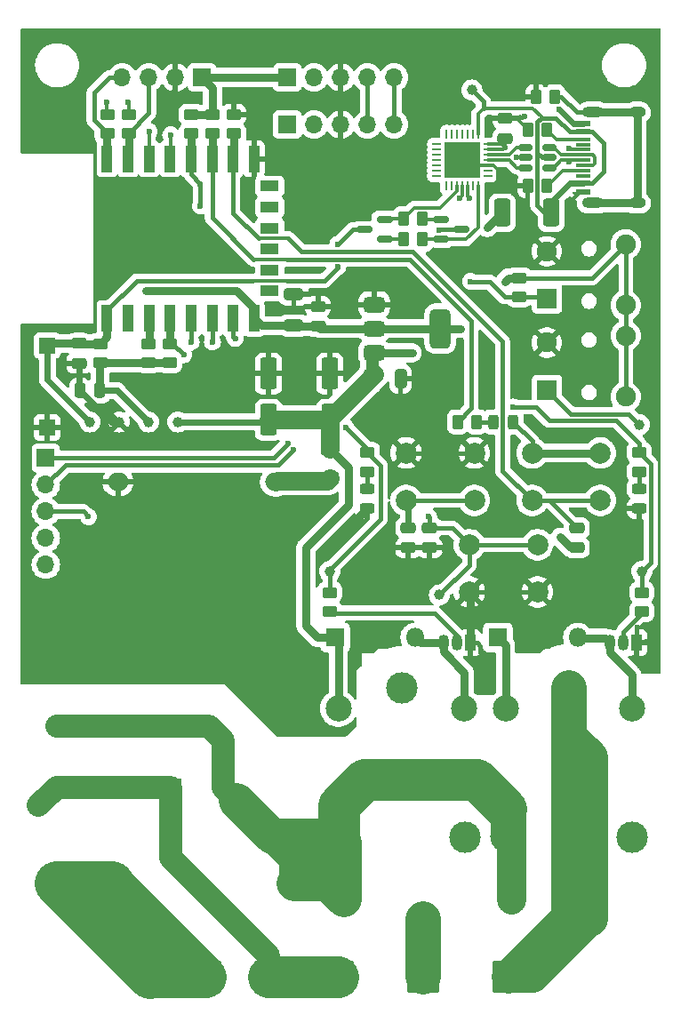
<source format=gtl>
G04 #@! TF.GenerationSoftware,KiCad,Pcbnew,8.0.7*
G04 #@! TF.CreationDate,2025-01-28T00:38:19+01:00*
G04 #@! TF.ProjectId,CustomTemperatureController,43757374-6f6d-4546-956d-706572617475,rev?*
G04 #@! TF.SameCoordinates,Original*
G04 #@! TF.FileFunction,Copper,L1,Top*
G04 #@! TF.FilePolarity,Positive*
%FSLAX46Y46*%
G04 Gerber Fmt 4.6, Leading zero omitted, Abs format (unit mm)*
G04 Created by KiCad (PCBNEW 8.0.7) date 2025-01-28 00:38:19*
%MOMM*%
%LPD*%
G01*
G04 APERTURE LIST*
G04 Aperture macros list*
%AMRoundRect*
0 Rectangle with rounded corners*
0 $1 Rounding radius*
0 $2 $3 $4 $5 $6 $7 $8 $9 X,Y pos of 4 corners*
0 Add a 4 corners polygon primitive as box body*
4,1,4,$2,$3,$4,$5,$6,$7,$8,$9,$2,$3,0*
0 Add four circle primitives for the rounded corners*
1,1,$1+$1,$2,$3*
1,1,$1+$1,$4,$5*
1,1,$1+$1,$6,$7*
1,1,$1+$1,$8,$9*
0 Add four rect primitives between the rounded corners*
20,1,$1+$1,$2,$3,$4,$5,0*
20,1,$1+$1,$4,$5,$6,$7,0*
20,1,$1+$1,$6,$7,$8,$9,0*
20,1,$1+$1,$8,$9,$2,$3,0*%
G04 Aperture macros list end*
G04 #@! TA.AperFunction,ComponentPad*
%ADD10RoundRect,0.249999X-1.300001X-1.300001X1.300001X-1.300001X1.300001X1.300001X-1.300001X1.300001X0*%
G04 #@! TD*
G04 #@! TA.AperFunction,ComponentPad*
%ADD11RoundRect,0.249999X1.300001X1.300001X-1.300001X1.300001X-1.300001X-1.300001X1.300001X-1.300001X0*%
G04 #@! TD*
G04 #@! TA.AperFunction,SMDPad,CuDef*
%ADD12RoundRect,0.250000X0.550000X-1.250000X0.550000X1.250000X-0.550000X1.250000X-0.550000X-1.250000X0*%
G04 #@! TD*
G04 #@! TA.AperFunction,SMDPad,CuDef*
%ADD13C,1.000000*%
G04 #@! TD*
G04 #@! TA.AperFunction,ComponentPad*
%ADD14R,1.900000X1.900000*%
G04 #@! TD*
G04 #@! TA.AperFunction,ComponentPad*
%ADD15C,1.900000*%
G04 #@! TD*
G04 #@! TA.AperFunction,SMDPad,CuDef*
%ADD16RoundRect,0.250000X0.262500X0.450000X-0.262500X0.450000X-0.262500X-0.450000X0.262500X-0.450000X0*%
G04 #@! TD*
G04 #@! TA.AperFunction,SMDPad,CuDef*
%ADD17RoundRect,0.250000X0.450000X-0.262500X0.450000X0.262500X-0.450000X0.262500X-0.450000X-0.262500X0*%
G04 #@! TD*
G04 #@! TA.AperFunction,SMDPad,CuDef*
%ADD18RoundRect,0.250000X0.475000X-0.250000X0.475000X0.250000X-0.475000X0.250000X-0.475000X-0.250000X0*%
G04 #@! TD*
G04 #@! TA.AperFunction,ComponentPad*
%ADD19C,1.800000*%
G04 #@! TD*
G04 #@! TA.AperFunction,ComponentPad*
%ADD20O,1.800000X1.800000*%
G04 #@! TD*
G04 #@! TA.AperFunction,ComponentPad*
%ADD21R,1.800000X1.800000*%
G04 #@! TD*
G04 #@! TA.AperFunction,SMDPad,CuDef*
%ADD22RoundRect,0.150000X-0.587500X-0.150000X0.587500X-0.150000X0.587500X0.150000X-0.587500X0.150000X0*%
G04 #@! TD*
G04 #@! TA.AperFunction,SMDPad,CuDef*
%ADD23RoundRect,0.250000X0.250000X0.475000X-0.250000X0.475000X-0.250000X-0.475000X0.250000X-0.475000X0*%
G04 #@! TD*
G04 #@! TA.AperFunction,SMDPad,CuDef*
%ADD24RoundRect,0.250000X-0.262500X-0.450000X0.262500X-0.450000X0.262500X0.450000X-0.262500X0.450000X0*%
G04 #@! TD*
G04 #@! TA.AperFunction,ComponentPad*
%ADD25C,2.000000*%
G04 #@! TD*
G04 #@! TA.AperFunction,SMDPad,CuDef*
%ADD26RoundRect,0.062500X0.337500X0.062500X-0.337500X0.062500X-0.337500X-0.062500X0.337500X-0.062500X0*%
G04 #@! TD*
G04 #@! TA.AperFunction,SMDPad,CuDef*
%ADD27RoundRect,0.062500X0.062500X0.337500X-0.062500X0.337500X-0.062500X-0.337500X0.062500X-0.337500X0*%
G04 #@! TD*
G04 #@! TA.AperFunction,HeatsinkPad*
%ADD28R,3.350000X3.350000*%
G04 #@! TD*
G04 #@! TA.AperFunction,SMDPad,CuDef*
%ADD29RoundRect,0.250000X-0.475000X0.250000X-0.475000X-0.250000X0.475000X-0.250000X0.475000X0.250000X0*%
G04 #@! TD*
G04 #@! TA.AperFunction,SMDPad,CuDef*
%ADD30RoundRect,0.243750X-0.243750X-0.456250X0.243750X-0.456250X0.243750X0.456250X-0.243750X0.456250X0*%
G04 #@! TD*
G04 #@! TA.AperFunction,ComponentPad*
%ADD31R,1.700000X1.700000*%
G04 #@! TD*
G04 #@! TA.AperFunction,ComponentPad*
%ADD32O,1.700000X1.700000*%
G04 #@! TD*
G04 #@! TA.AperFunction,ComponentPad*
%ADD33R,2.000000X1.700000*%
G04 #@! TD*
G04 #@! TA.AperFunction,ComponentPad*
%ADD34O,2.000000X1.700000*%
G04 #@! TD*
G04 #@! TA.AperFunction,ComponentPad*
%ADD35R,1.050000X1.500000*%
G04 #@! TD*
G04 #@! TA.AperFunction,ComponentPad*
%ADD36O,1.050000X1.500000*%
G04 #@! TD*
G04 #@! TA.AperFunction,SMDPad,CuDef*
%ADD37RoundRect,0.243750X0.456250X-0.243750X0.456250X0.243750X-0.456250X0.243750X-0.456250X-0.243750X0*%
G04 #@! TD*
G04 #@! TA.AperFunction,SMDPad,CuDef*
%ADD38RoundRect,0.250000X-0.325000X-0.650000X0.325000X-0.650000X0.325000X0.650000X-0.325000X0.650000X0*%
G04 #@! TD*
G04 #@! TA.AperFunction,SMDPad,CuDef*
%ADD39R,1.500000X1.500000*%
G04 #@! TD*
G04 #@! TA.AperFunction,SMDPad,CuDef*
%ADD40RoundRect,0.250000X-0.450000X0.262500X-0.450000X-0.262500X0.450000X-0.262500X0.450000X0.262500X0*%
G04 #@! TD*
G04 #@! TA.AperFunction,SMDPad,CuDef*
%ADD41RoundRect,0.150000X-0.512500X-0.150000X0.512500X-0.150000X0.512500X0.150000X-0.512500X0.150000X0*%
G04 #@! TD*
G04 #@! TA.AperFunction,ComponentPad*
%ADD42C,3.000000*%
G04 #@! TD*
G04 #@! TA.AperFunction,ComponentPad*
%ADD43C,2.500000*%
G04 #@! TD*
G04 #@! TA.AperFunction,SMDPad,CuDef*
%ADD44R,1.000000X2.500000*%
G04 #@! TD*
G04 #@! TA.AperFunction,SMDPad,CuDef*
%ADD45R,1.800000X1.000000*%
G04 #@! TD*
G04 #@! TA.AperFunction,SMDPad,CuDef*
%ADD46RoundRect,0.249999X-0.512501X-1.075001X0.512501X-1.075001X0.512501X1.075001X-0.512501X1.075001X0*%
G04 #@! TD*
G04 #@! TA.AperFunction,SMDPad,CuDef*
%ADD47RoundRect,0.150000X0.587500X0.150000X-0.587500X0.150000X-0.587500X-0.150000X0.587500X-0.150000X0*%
G04 #@! TD*
G04 #@! TA.AperFunction,SMDPad,CuDef*
%ADD48R,1.450000X0.600000*%
G04 #@! TD*
G04 #@! TA.AperFunction,SMDPad,CuDef*
%ADD49R,1.450000X0.300000*%
G04 #@! TD*
G04 #@! TA.AperFunction,ComponentPad*
%ADD50O,2.100000X1.000000*%
G04 #@! TD*
G04 #@! TA.AperFunction,ComponentPad*
%ADD51O,1.600000X1.000000*%
G04 #@! TD*
G04 #@! TA.AperFunction,SMDPad,CuDef*
%ADD52RoundRect,0.250000X0.650000X-0.325000X0.650000X0.325000X-0.650000X0.325000X-0.650000X-0.325000X0*%
G04 #@! TD*
G04 #@! TA.AperFunction,SMDPad,CuDef*
%ADD53RoundRect,0.250000X0.625000X-0.375000X0.625000X0.375000X-0.625000X0.375000X-0.625000X-0.375000X0*%
G04 #@! TD*
G04 #@! TA.AperFunction,SMDPad,CuDef*
%ADD54RoundRect,0.375000X-0.625000X-0.375000X0.625000X-0.375000X0.625000X0.375000X-0.625000X0.375000X0*%
G04 #@! TD*
G04 #@! TA.AperFunction,SMDPad,CuDef*
%ADD55RoundRect,0.500000X-0.500000X-1.400000X0.500000X-1.400000X0.500000X1.400000X-0.500000X1.400000X0*%
G04 #@! TD*
G04 #@! TA.AperFunction,ComponentPad*
%ADD56C,3.100000*%
G04 #@! TD*
G04 #@! TA.AperFunction,ViaPad*
%ADD57C,0.600000*%
G04 #@! TD*
G04 #@! TA.AperFunction,Conductor*
%ADD58C,1.800000*%
G04 #@! TD*
G04 #@! TA.AperFunction,Conductor*
%ADD59C,0.400000*%
G04 #@! TD*
G04 #@! TA.AperFunction,Conductor*
%ADD60C,0.300000*%
G04 #@! TD*
G04 #@! TA.AperFunction,Conductor*
%ADD61C,0.800000*%
G04 #@! TD*
G04 #@! TA.AperFunction,Conductor*
%ADD62C,3.400000*%
G04 #@! TD*
G04 #@! TA.AperFunction,Conductor*
%ADD63C,4.000000*%
G04 #@! TD*
G04 #@! TA.AperFunction,Conductor*
%ADD64C,2.800000*%
G04 #@! TD*
G04 #@! TA.AperFunction,Conductor*
%ADD65C,3.200000*%
G04 #@! TD*
G04 #@! TA.AperFunction,Conductor*
%ADD66C,4.200000*%
G04 #@! TD*
G04 #@! TA.AperFunction,Conductor*
%ADD67C,3.000000*%
G04 #@! TD*
G04 #@! TA.AperFunction,Conductor*
%ADD68C,2.200000*%
G04 #@! TD*
G04 #@! TA.AperFunction,Conductor*
%ADD69C,0.600000*%
G04 #@! TD*
G04 #@! TA.AperFunction,Conductor*
%ADD70C,0.200000*%
G04 #@! TD*
G04 APERTURE END LIST*
D10*
X109728000Y-146812000D03*
D11*
X125984000Y-146812000D03*
D10*
X117856000Y-146812000D03*
D12*
X103124000Y-93767000D03*
X103124000Y-89367000D03*
D13*
X122500000Y-62355500D03*
D14*
X129644000Y-90920500D03*
D15*
X129644000Y-86420500D03*
X137144000Y-91570500D03*
X137144000Y-85770500D03*
D13*
X86106000Y-93980000D03*
D16*
X129645300Y-66110500D03*
X127820300Y-66110500D03*
D17*
X127000000Y-82066500D03*
X127000000Y-80241500D03*
D18*
X132496000Y-105974000D03*
X132496000Y-104074000D03*
D17*
X112544000Y-98702500D03*
X112544000Y-96877500D03*
D19*
X110321600Y-139486400D03*
X117821600Y-141286400D03*
D20*
X117094000Y-114500000D03*
D21*
X109474000Y-114500000D03*
D22*
X119586600Y-74676000D03*
X119586600Y-76576000D03*
X121461600Y-75626000D03*
D13*
X138430000Y-94234000D03*
D23*
X87061000Y-90987500D03*
X85161000Y-90987500D03*
D24*
X121133500Y-93980000D03*
X122958500Y-93980000D03*
X128587500Y-63000000D03*
X130412500Y-63000000D03*
D25*
X134730000Y-101432000D03*
X128230000Y-101432000D03*
X134730000Y-96932000D03*
X128230000Y-96932000D03*
D26*
X124033800Y-70522500D03*
X124033800Y-70022500D03*
X124033800Y-69522500D03*
X124033800Y-69022500D03*
X124033800Y-68522500D03*
X124033800Y-68022500D03*
X124033800Y-67522500D03*
D27*
X123083800Y-66572500D03*
X122583800Y-66572500D03*
X122083800Y-66572500D03*
X121583800Y-66572500D03*
X121083800Y-66572500D03*
X120583800Y-66572500D03*
X120083800Y-66572500D03*
D26*
X119133800Y-67522500D03*
X119133800Y-68022500D03*
X119133800Y-68522500D03*
X119133800Y-69022500D03*
X119133800Y-69522500D03*
X119133800Y-70022500D03*
X119133800Y-70522500D03*
D27*
X120083800Y-71472500D03*
X120583800Y-71472500D03*
X121083800Y-71472500D03*
X121583800Y-71472500D03*
X122083800Y-71472500D03*
X122583800Y-71472500D03*
X123083800Y-71472500D03*
D28*
X121583800Y-69022500D03*
D29*
X116432000Y-104074000D03*
X116432000Y-105974000D03*
D30*
X124538500Y-93980000D03*
X126413500Y-93980000D03*
D31*
X104925000Y-65651500D03*
D32*
X107465000Y-65651500D03*
X110005000Y-65651500D03*
X112545000Y-65651500D03*
X115085000Y-65651500D03*
D33*
X93806000Y-128778000D03*
D34*
X98806000Y-128778000D03*
X88806000Y-99698000D03*
X103806000Y-99698000D03*
D25*
X122250000Y-105664000D03*
X128750000Y-105664000D03*
X122250000Y-110164000D03*
X128750000Y-110164000D03*
D17*
X138430000Y-98702500D03*
X138430000Y-96877500D03*
D35*
X122326400Y-115000000D03*
D36*
X121056400Y-115000000D03*
X119786400Y-115000000D03*
D13*
X138684000Y-108204000D03*
X88900000Y-93980000D03*
D19*
X81213500Y-130496000D03*
X83013500Y-122996000D03*
D17*
X138684000Y-112037500D03*
X138684000Y-110212500D03*
D37*
X112544000Y-102211500D03*
X112544000Y-100336500D03*
D38*
X112748400Y-89865200D03*
X115698400Y-89865200D03*
D29*
X85095000Y-86481500D03*
X85095000Y-88381500D03*
D17*
X108966000Y-112037500D03*
X108966000Y-110212500D03*
D19*
X133762400Y-141289800D03*
X126262400Y-139489800D03*
D13*
X119404000Y-110454000D03*
D37*
X138430000Y-102211500D03*
X138430000Y-100336500D03*
D31*
X96800000Y-61142500D03*
D32*
X94260000Y-61142500D03*
X91720000Y-61142500D03*
X89180000Y-61142500D03*
D39*
X82047000Y-86706500D03*
X82047000Y-94506500D03*
D40*
X93731000Y-86519000D03*
X93731000Y-88344000D03*
D18*
X107833000Y-84863000D03*
X107833000Y-82963000D03*
D40*
X91699000Y-86519000D03*
X91699000Y-88344000D03*
D14*
X129644000Y-82212500D03*
D15*
X129644000Y-77712500D03*
X137144000Y-82862500D03*
X137144000Y-77062500D03*
D17*
X97795000Y-66500000D03*
X97795000Y-64675000D03*
D12*
X108966000Y-89367000D03*
X108966000Y-93767000D03*
D35*
X138176000Y-115000000D03*
D36*
X136906000Y-115000000D03*
X135636000Y-115000000D03*
D13*
X94488000Y-93980000D03*
D41*
X127595300Y-67842500D03*
X127595300Y-68792500D03*
X127595300Y-69742500D03*
X129870300Y-69742500D03*
X129870300Y-68792500D03*
X129870300Y-67842500D03*
D21*
X124968000Y-114500000D03*
D20*
X132588000Y-114500000D03*
D24*
X115964800Y-74609800D03*
X117789800Y-74609800D03*
D17*
X99827000Y-66500000D03*
X99827000Y-64675000D03*
D29*
X118464000Y-104074000D03*
X118464000Y-105974000D03*
D42*
X131764000Y-119324600D03*
D43*
X125714000Y-121274600D03*
D42*
X125714000Y-133474600D03*
X137764000Y-133524600D03*
D43*
X137714000Y-121274600D03*
D31*
X104925000Y-61151500D03*
D32*
X107465000Y-61151500D03*
X110005000Y-61151500D03*
X112545000Y-61151500D03*
X115085000Y-61151500D03*
D13*
X108966000Y-108204000D03*
D16*
X129645300Y-71459500D03*
X127820300Y-71459500D03*
D42*
X82963500Y-137944000D03*
X105563500Y-137944000D03*
D16*
X117789800Y-76591000D03*
X115964800Y-76591000D03*
D44*
X87749000Y-84109500D03*
X89749000Y-84109500D03*
X91749000Y-84109500D03*
X93749000Y-84109500D03*
X95749000Y-84109500D03*
X97749000Y-84109500D03*
X99749000Y-84109500D03*
X101749000Y-84109500D03*
D45*
X103249000Y-81509500D03*
X103249000Y-79509500D03*
X103249000Y-77509500D03*
X103249000Y-75509500D03*
X103249000Y-73509500D03*
X103249000Y-71509500D03*
D44*
X101749000Y-68909500D03*
X99749000Y-68909500D03*
X97749000Y-68909500D03*
X95749000Y-68909500D03*
X93749000Y-68909500D03*
X91749000Y-68909500D03*
X89749000Y-68909500D03*
X87749000Y-68909500D03*
D46*
X125379300Y-74039500D03*
X130054300Y-74039500D03*
D47*
X114174100Y-76576000D03*
X114174100Y-74676000D03*
X112299100Y-75626000D03*
D40*
X87762000Y-64675000D03*
X87762000Y-66500000D03*
D48*
X133136800Y-72042500D03*
X133136800Y-71242500D03*
D49*
X133136800Y-70042500D03*
X133136800Y-69042500D03*
X133136800Y-68542500D03*
X133136800Y-67542500D03*
D48*
X133136800Y-66342500D03*
X133136800Y-65542500D03*
X133136800Y-65542500D03*
X133136800Y-66342500D03*
D49*
X133136800Y-67042500D03*
X133136800Y-68042500D03*
X133136800Y-69542500D03*
X133136800Y-70542500D03*
D48*
X133136800Y-71242500D03*
X133136800Y-72042500D03*
D50*
X134051800Y-73112500D03*
D51*
X138231800Y-73112500D03*
D50*
X134051800Y-64472500D03*
D51*
X138231800Y-64472500D03*
D52*
X105537000Y-84787000D03*
X105537000Y-81837000D03*
D53*
X108966000Y-99317000D03*
X108966000Y-96517000D03*
D40*
X89794000Y-64675000D03*
X89794000Y-66500000D03*
X87127000Y-86519000D03*
X87127000Y-88344000D03*
D54*
X113182000Y-82790000D03*
X113182000Y-85090000D03*
D55*
X119482000Y-85090000D03*
D54*
X113182000Y-87390000D03*
D17*
X95763000Y-66500000D03*
X95763000Y-64675000D03*
D13*
X91694000Y-93980000D03*
D18*
X125684800Y-66948500D03*
X125684800Y-65048500D03*
D10*
X97124000Y-146812000D03*
D56*
X103124000Y-146812000D03*
D31*
X81915000Y-97414000D03*
D32*
X81915000Y-99954000D03*
X81915000Y-102494000D03*
X81915000Y-105034000D03*
X81915000Y-107574000D03*
D25*
X122730000Y-101432000D03*
X116230000Y-101432000D03*
X122730000Y-96932000D03*
X116230000Y-96932000D03*
D43*
X121784000Y-121272000D03*
D42*
X121834000Y-133522000D03*
X109784000Y-133472000D03*
D43*
X109784000Y-121272000D03*
D42*
X115834000Y-119322000D03*
D57*
X129540000Y-103632000D03*
X119888000Y-102616000D03*
X90000000Y-95000000D03*
X90000000Y-90000000D03*
X119380000Y-75692000D03*
X93000000Y-65000000D03*
X93500000Y-63000000D03*
X120000000Y-62000000D03*
X123825000Y-119507000D03*
X138049000Y-116459000D03*
X138303000Y-113538000D03*
X139192000Y-114935000D03*
X124460000Y-117094000D03*
X113792000Y-106172000D03*
X117348000Y-109728000D03*
X101600000Y-110490000D03*
X101600000Y-105410000D03*
X95250000Y-110490000D03*
X95250000Y-105410000D03*
X88900000Y-110490000D03*
X88900000Y-105410000D03*
X81280000Y-112268000D03*
X81280000Y-117000000D03*
X105500000Y-122000000D03*
X88900000Y-117000000D03*
X111500000Y-116500000D03*
X101600000Y-114300000D03*
X102000000Y-118500000D03*
X111000000Y-110000000D03*
X107950000Y-116840000D03*
X114300000Y-114300000D03*
X95250000Y-114300000D03*
X129159000Y-114681000D03*
X126238000Y-112141000D03*
X123952000Y-108204000D03*
X127000000Y-107696000D03*
X131572000Y-109220000D03*
X134620000Y-112776000D03*
X136144000Y-107696000D03*
X136144000Y-104140000D03*
X102108000Y-66548000D03*
X99827000Y-62992000D03*
X83000000Y-66000000D03*
X105000000Y-58000000D03*
X100000000Y-58000000D03*
X95000000Y-58000000D03*
X90000000Y-58000000D03*
X80500000Y-57000000D03*
X80500000Y-63000000D03*
X85000000Y-63000000D03*
X99568000Y-78740000D03*
X93980000Y-78232000D03*
X97028000Y-76200000D03*
X90424000Y-71628000D03*
X90424000Y-76200000D03*
X92964000Y-74168000D03*
X87884000Y-74168000D03*
X87884000Y-77724000D03*
X87884000Y-80264000D03*
X80264000Y-89916000D03*
X81788000Y-92456000D03*
X84328000Y-96012000D03*
X86360000Y-96012000D03*
X92456000Y-96012000D03*
X96012000Y-96012000D03*
X100584000Y-96012000D03*
X93472000Y-99568000D03*
X100584000Y-99568000D03*
X87376000Y-101600000D03*
X91440000Y-101600000D03*
X98552000Y-101600000D03*
X102108000Y-101600000D03*
X106680000Y-101600000D03*
X112776000Y-93980000D03*
X104902000Y-90932000D03*
X106934000Y-90932000D03*
X104902000Y-88138000D03*
X106934000Y-88138000D03*
X110998000Y-88646000D03*
X114046000Y-91186000D03*
X121158000Y-91440000D03*
X117602000Y-89916000D03*
X118364000Y-88138000D03*
X121158000Y-87884000D03*
X119000000Y-94000000D03*
X124000000Y-91186000D03*
X124000000Y-88500000D03*
X123500000Y-85852000D03*
X127254000Y-91186000D03*
X126746000Y-88392000D03*
X125984000Y-83820000D03*
X132500000Y-81788000D03*
X135890000Y-80010000D03*
X132080000Y-78740000D03*
X127254000Y-76454000D03*
X133858000Y-75438000D03*
X139446000Y-76200000D03*
X139954000Y-73660000D03*
X139954000Y-71120000D03*
X139954000Y-68580000D03*
X139954000Y-65786000D03*
X139500000Y-62500000D03*
X130000000Y-58000000D03*
X125000000Y-62000000D03*
X125000000Y-58000000D03*
X120000000Y-58000000D03*
X115000000Y-58000000D03*
X117348000Y-65278000D03*
X117348000Y-67564000D03*
X117348000Y-69596000D03*
X113280000Y-70523800D03*
X109292200Y-70523800D03*
X103936800Y-69723000D03*
X105156000Y-74676000D03*
X112500000Y-74500000D03*
X93500000Y-90500000D03*
X108000000Y-76000000D03*
X105664000Y-79502000D03*
X107950000Y-79502000D03*
X110236000Y-83058000D03*
X115824000Y-83058000D03*
X115824000Y-79756000D03*
X112268000Y-79756000D03*
X108712000Y-106172000D03*
X110998000Y-103697000D03*
X110000000Y-58000000D03*
X131953000Y-72898000D03*
X85979000Y-102997000D03*
X96647000Y-73406000D03*
X118364000Y-102997000D03*
X105537000Y-96647000D03*
X105029000Y-96012000D03*
X109728000Y-77024000D03*
X109728000Y-79186000D03*
X122872500Y-117030500D03*
X122363103Y-80580103D03*
X121412000Y-85090000D03*
X123952000Y-75466800D03*
X116826000Y-87390000D03*
X130911600Y-104952800D03*
X95046800Y-87579200D03*
X126441200Y-92557600D03*
X97790000Y-86360000D03*
X95758000Y-86360000D03*
X110490000Y-94488000D03*
X96643929Y-71265300D03*
X130831800Y-64220500D03*
X127132000Y-73503500D03*
X139000000Y-89746500D03*
X124100800Y-65109500D03*
X126731040Y-68792500D03*
X127529800Y-64855500D03*
X123957000Y-72233500D03*
X120000000Y-106380000D03*
X89413000Y-88344000D03*
X125624800Y-80623200D03*
X125624800Y-67872500D03*
X91445000Y-81462500D03*
X131720800Y-69192500D03*
X131720800Y-67892500D03*
X91749800Y-66294000D03*
X93807200Y-66628900D03*
X122280600Y-72665300D03*
X89768600Y-63555500D03*
X87736600Y-63555500D03*
X121366200Y-72665300D03*
X99954000Y-86034500D03*
D58*
X103936000Y-99568000D02*
X103806000Y-99698000D01*
X108715000Y-99568000D02*
X103936000Y-99568000D01*
X108966000Y-99317000D02*
X108715000Y-99568000D01*
D59*
X119446000Y-75626000D02*
X119380000Y-75692000D01*
X121461600Y-75626000D02*
X119446000Y-75626000D01*
D60*
X121083800Y-71957596D02*
X119481596Y-73559800D01*
X118618000Y-73559800D02*
X117014800Y-73559800D01*
X119481596Y-73559800D02*
X118618000Y-73559800D01*
X123083800Y-75452562D02*
X121960362Y-76576000D01*
X123083800Y-71472500D02*
X123083800Y-75452562D01*
X121960362Y-76576000D02*
X119586600Y-76576000D01*
D59*
X111126000Y-75626000D02*
X109728000Y-77024000D01*
X112299100Y-75626000D02*
X111126000Y-75626000D01*
X94260000Y-62240000D02*
X94260000Y-61142500D01*
X93500000Y-63000000D02*
X94260000Y-62240000D01*
X94260000Y-58740000D02*
X95000000Y-58000000D01*
X94260000Y-61142500D02*
X94260000Y-58740000D01*
X86500000Y-65238000D02*
X86500000Y-62620419D01*
X87762000Y-66500000D02*
X86500000Y-65238000D01*
X87977919Y-61142500D02*
X86500000Y-62620419D01*
X89180000Y-61142500D02*
X87977919Y-61142500D01*
X91720000Y-64574000D02*
X91720000Y-61142500D01*
X89794000Y-66500000D02*
X91720000Y-64574000D01*
D61*
X97795000Y-62137500D02*
X96800000Y-61142500D01*
X97795000Y-64675000D02*
X97795000Y-62137500D01*
X104916000Y-61142500D02*
X104925000Y-61151500D01*
X96800000Y-61142500D02*
X104916000Y-61142500D01*
D59*
X131000000Y-63000000D02*
X130412500Y-63000000D01*
X132472500Y-64472500D02*
X131000000Y-63000000D01*
X134051800Y-64472500D02*
X132472500Y-64472500D01*
X123592800Y-63448300D02*
X123592800Y-64093500D01*
X122500000Y-62355500D02*
X123592800Y-63448300D01*
D60*
X110005000Y-58005000D02*
X110005000Y-61151500D01*
X110000000Y-58000000D02*
X110005000Y-58005000D01*
D62*
X117821600Y-146777600D02*
X117856000Y-146812000D01*
X117821600Y-141286400D02*
X117821600Y-146777600D01*
D63*
X109728000Y-146812000D02*
X103124000Y-146812000D01*
D64*
X126262400Y-135636000D02*
X126262400Y-134023000D01*
X126262400Y-139489800D02*
X126262400Y-135636000D01*
X126262400Y-135636000D02*
X126262400Y-131342400D01*
D62*
X133762400Y-125950400D02*
X131764000Y-123952000D01*
X131764000Y-123952000D02*
X131764000Y-139291400D01*
X133762400Y-141289800D02*
X133762400Y-125950400D01*
X131764000Y-119324600D02*
X131764000Y-123952000D01*
D65*
X131764000Y-141032000D02*
X125984000Y-146812000D01*
D62*
X131764000Y-139291400D02*
X131764000Y-141032000D01*
D66*
X91831500Y-146812000D02*
X82963500Y-137944000D01*
D63*
X97124000Y-146812000D02*
X91831500Y-146812000D01*
D67*
X125714000Y-130794000D02*
X125714000Y-133474600D01*
D63*
X122936000Y-128016000D02*
X125714000Y-130794000D01*
X109784000Y-130500000D02*
X112268000Y-128016000D01*
X112268000Y-128016000D02*
X122936000Y-128016000D01*
X109784000Y-133472000D02*
X109784000Y-130500000D01*
D62*
X103500000Y-133472000D02*
X100076000Y-130048000D01*
X109784000Y-133472000D02*
X103500000Y-133472000D01*
X109784000Y-133723500D02*
X105563500Y-137944000D01*
X110321600Y-139486400D02*
X110321600Y-134009600D01*
X108779200Y-137944000D02*
X110321600Y-139486400D01*
X105563500Y-137944000D02*
X108779200Y-137944000D01*
D68*
X100076000Y-130048000D02*
X98806000Y-128778000D01*
D67*
X105563500Y-135535500D02*
X100076000Y-130048000D01*
X105563500Y-137944000D02*
X105563500Y-135535500D01*
D68*
X93806000Y-135462000D02*
X93806000Y-128778000D01*
X103124000Y-144780000D02*
X93806000Y-135462000D01*
X103124000Y-146812000D02*
X103124000Y-144780000D01*
D67*
X131764000Y-139291400D02*
X133762400Y-141289800D01*
X128240200Y-146812000D02*
X133762400Y-141289800D01*
X125984000Y-146812000D02*
X128240200Y-146812000D01*
D68*
X97469000Y-122996000D02*
X83013500Y-122996000D01*
X98806000Y-124333000D02*
X97469000Y-122996000D01*
X98806000Y-128778000D02*
X98806000Y-124333000D01*
D59*
X122326400Y-116484400D02*
X122326400Y-115000000D01*
X122872500Y-117030500D02*
X122326400Y-116484400D01*
X123001000Y-115000000D02*
X122326400Y-115000000D01*
X123317000Y-115951000D02*
X123317000Y-115316000D01*
X123317000Y-115316000D02*
X123001000Y-115000000D01*
X124460000Y-117094000D02*
X123317000Y-115951000D01*
X138176000Y-116332000D02*
X138049000Y-116459000D01*
X138176000Y-115000000D02*
X138176000Y-116332000D01*
X138176000Y-113665000D02*
X138303000Y-113538000D01*
X138176000Y-115000000D02*
X138176000Y-113665000D01*
X139127000Y-115000000D02*
X139192000Y-114935000D01*
X138176000Y-115000000D02*
X139127000Y-115000000D01*
D61*
X135636000Y-115951000D02*
X135636000Y-115000000D01*
X137714000Y-118029000D02*
X135636000Y-115951000D01*
X137714000Y-121274600D02*
X137714000Y-118029000D01*
X121784000Y-117847000D02*
X119786400Y-115849400D01*
X119786400Y-115849400D02*
X119786400Y-115000000D01*
X121784000Y-121272000D02*
X121784000Y-117847000D01*
X132642000Y-114554000D02*
X135190000Y-114554000D01*
X135190000Y-114554000D02*
X135636000Y-115000000D01*
X132588000Y-114500000D02*
X132642000Y-114554000D01*
X109784000Y-114810000D02*
X109474000Y-114500000D01*
X109784000Y-121272000D02*
X109784000Y-114810000D01*
X108966000Y-96520000D02*
X108966000Y-96517000D01*
X110744000Y-98298000D02*
X108966000Y-96520000D01*
X110744000Y-101854000D02*
X110744000Y-98298000D01*
X107774000Y-114500000D02*
X106680000Y-113406000D01*
X106680000Y-113406000D02*
X106680000Y-105918000D01*
X106680000Y-105918000D02*
X110744000Y-101854000D01*
X109474000Y-114500000D02*
X107774000Y-114500000D01*
X117594000Y-115000000D02*
X119786400Y-115000000D01*
X117094000Y-114500000D02*
X117594000Y-115000000D01*
X125714000Y-115246000D02*
X124968000Y-114500000D01*
X125714000Y-121274600D02*
X125714000Y-115246000D01*
D59*
X99827000Y-62992000D02*
X99827000Y-64675000D01*
D61*
X110998000Y-103886000D02*
X108712000Y-106172000D01*
X110998000Y-103697000D02*
X110998000Y-103886000D01*
X111063000Y-103632000D02*
X110998000Y-103697000D01*
X111123500Y-103632000D02*
X111063000Y-103632000D01*
X111123500Y-103632000D02*
X110998000Y-103632000D01*
X112544000Y-102211500D02*
X111123500Y-103632000D01*
D64*
X126262400Y-134023000D02*
X125714000Y-133474600D01*
D66*
X82963500Y-137944000D02*
X88256000Y-137944000D01*
D63*
X88256000Y-137944000D02*
X97124000Y-146812000D01*
D60*
X132808500Y-72042500D02*
X131953000Y-72898000D01*
X133136800Y-72042500D02*
X132808500Y-72042500D01*
D59*
X85979000Y-102997000D02*
X85476000Y-102494000D01*
X85476000Y-102494000D02*
X81915000Y-102494000D01*
X96647000Y-73406000D02*
X96647000Y-71268371D01*
X96647000Y-71268371D02*
X96643929Y-71265300D01*
X118464000Y-103097000D02*
X118364000Y-102997000D01*
X118464000Y-104074000D02*
X118464000Y-103097000D01*
X110490000Y-94488000D02*
X112544000Y-96542000D01*
X112544000Y-96542000D02*
X112544000Y-96877500D01*
X104094000Y-98090000D02*
X105537000Y-96647000D01*
X81915000Y-99954000D02*
X83779000Y-98090000D01*
X83779000Y-98090000D02*
X104094000Y-98090000D01*
X103627000Y-97414000D02*
X105029000Y-96012000D01*
X81915000Y-97414000D02*
X103627000Y-97414000D01*
X87749000Y-83359500D02*
X87749000Y-84109500D01*
X90590500Y-80518000D02*
X87749000Y-83359500D01*
X101600000Y-80518000D02*
X90590500Y-80518000D01*
D60*
X104902000Y-80518000D02*
X101600000Y-80518000D01*
D59*
X108458000Y-80518000D02*
X104902000Y-80518000D01*
X108966000Y-80010000D02*
X108458000Y-80518000D01*
X109728000Y-79248000D02*
X108966000Y-80010000D01*
X109728000Y-79186000D02*
X109728000Y-79248000D01*
X125627500Y-82066500D02*
X127000000Y-82066500D01*
X124206000Y-80645000D02*
X125627500Y-82066500D01*
X122363103Y-80580103D02*
X122428000Y-80645000D01*
X122428000Y-80645000D02*
X124206000Y-80645000D01*
D61*
X102426500Y-84787000D02*
X101749000Y-84109500D01*
X105537000Y-84787000D02*
X102426500Y-84787000D01*
D59*
X116840000Y-77724000D02*
X106222800Y-77724000D01*
X125426000Y-86310000D02*
X116840000Y-77724000D01*
X106222800Y-77724000D02*
X105003600Y-76504800D01*
X128230000Y-101432000D02*
X125426000Y-98628000D01*
X125426000Y-98628000D02*
X125426000Y-86310000D01*
X97749000Y-74508000D02*
X97749000Y-68909500D01*
X101727000Y-78486000D02*
X97749000Y-74508000D01*
D60*
X104902000Y-78486000D02*
X101727000Y-78486000D01*
D59*
X116586000Y-78486000D02*
X104902000Y-78486000D01*
X122428000Y-84328000D02*
X116586000Y-78486000D01*
X122428000Y-92685500D02*
X122428000Y-84328000D01*
X121133500Y-93980000D02*
X122428000Y-92685500D01*
D61*
X122326400Y-110240400D02*
X122250000Y-110164000D01*
X122326400Y-115000000D02*
X122326400Y-110240400D01*
X126006500Y-80241500D02*
X127000000Y-80241500D01*
X125624800Y-80623200D02*
X126006500Y-80241500D01*
X123952000Y-75466800D02*
X125379300Y-74039500D01*
X116826000Y-87390000D02*
X113182000Y-87390000D01*
X121412000Y-85090000D02*
X119482000Y-85090000D01*
X134730000Y-96932000D02*
X128230000Y-96932000D01*
X131932800Y-105974000D02*
X130911600Y-104952800D01*
X132496000Y-105974000D02*
X131932800Y-105974000D01*
D59*
X139530000Y-107358000D02*
X138684000Y-108204000D01*
X139530000Y-97977500D02*
X139530000Y-107358000D01*
X138430000Y-96877500D02*
X139530000Y-97977500D01*
X93986600Y-86519000D02*
X95046800Y-87579200D01*
X93731000Y-86519000D02*
X93986600Y-86519000D01*
X128581100Y-92557600D02*
X126441200Y-92557600D01*
X131876800Y-93827600D02*
X129851100Y-93827600D01*
X129851100Y-93827600D02*
X128581100Y-92557600D01*
X136245600Y-93827600D02*
X131876800Y-93827600D01*
X136652000Y-94234000D02*
X136245600Y-93827600D01*
X138430000Y-96012000D02*
X136652000Y-94234000D01*
X138430000Y-96877500D02*
X138430000Y-96012000D01*
X137414000Y-93218000D02*
X138430000Y-94234000D01*
X131941500Y-93218000D02*
X137414000Y-93218000D01*
X129644000Y-90920500D02*
X131941500Y-93218000D01*
X128230000Y-95796500D02*
X126413500Y-93980000D01*
X128230000Y-96932000D02*
X128230000Y-95796500D01*
X113792000Y-98125500D02*
X112544000Y-96877500D01*
X113792000Y-103208000D02*
X113792000Y-98125500D01*
X108966000Y-108204000D02*
X108966000Y-108034000D01*
X108966000Y-108034000D02*
X113792000Y-103208000D01*
D60*
X102158800Y-76504800D02*
X105003600Y-76504800D01*
D59*
X99749000Y-74095000D02*
X99749000Y-68909500D01*
X102158800Y-76504800D02*
X99749000Y-74095000D01*
X97749000Y-86319000D02*
X97790000Y-86360000D01*
X97749000Y-86176666D02*
X97749000Y-86319000D01*
X95758000Y-84118500D02*
X95749000Y-84109500D01*
X95758000Y-86360000D02*
X95758000Y-84118500D01*
D61*
X112748400Y-87823600D02*
X113182000Y-87390000D01*
X112748400Y-89865200D02*
X112748400Y-87823600D01*
D60*
X91749000Y-66294800D02*
X91749000Y-68909500D01*
X91749800Y-66294000D02*
X91749000Y-66294800D01*
D59*
X95749000Y-70370371D02*
X96643929Y-71265300D01*
X95749000Y-68909500D02*
X95749000Y-70370371D01*
D69*
X102911000Y-93980000D02*
X103124000Y-93767000D01*
X94488000Y-93980000D02*
X102911000Y-93980000D01*
X88701500Y-90987500D02*
X87061000Y-90987500D01*
X91694000Y-93980000D02*
X88701500Y-90987500D01*
X88900000Y-93980000D02*
X88153500Y-93980000D01*
X88153500Y-93980000D02*
X85161000Y-90987500D01*
X86106000Y-93980000D02*
X82047000Y-89921000D01*
X82047000Y-89921000D02*
X82047000Y-86706500D01*
D61*
X108060000Y-85090000D02*
X107833000Y-84863000D01*
X113182000Y-85090000D02*
X108060000Y-85090000D01*
D58*
X113182000Y-89431600D02*
X112748400Y-89865200D01*
X108966000Y-93647600D02*
X112748400Y-89865200D01*
X108966000Y-93767000D02*
X108966000Y-93647600D01*
X103124000Y-93767000D02*
X108966000Y-93767000D01*
X108966000Y-96517000D02*
X108966000Y-93767000D01*
D60*
X124161800Y-65048500D02*
X125684800Y-65048500D01*
D59*
X118464000Y-105974000D02*
X116432000Y-105974000D01*
D60*
X124973000Y-71217500D02*
X123957000Y-72233500D01*
D61*
X85034000Y-88442500D02*
X85095000Y-88381500D01*
D60*
X127336800Y-65048500D02*
X125684800Y-65048500D01*
X124033800Y-69522500D02*
X122083800Y-69522500D01*
X127820300Y-71459500D02*
X127820300Y-72815200D01*
D69*
X132153800Y-65542500D02*
X130831800Y-64220500D01*
D59*
X128750000Y-110164000D02*
X122250000Y-110164000D01*
X122730000Y-96932000D02*
X116230000Y-96932000D01*
D60*
X126758300Y-65048500D02*
X127820300Y-66110500D01*
X124033800Y-69522500D02*
X124518896Y-69522500D01*
X127595300Y-68792500D02*
X126731040Y-68792500D01*
X124973000Y-69976604D02*
X124973000Y-71217500D01*
D59*
X110005000Y-61151500D02*
X110005000Y-65651500D01*
D69*
X85095000Y-90921500D02*
X85161000Y-90987500D01*
D60*
X127529800Y-64855500D02*
X127336800Y-65048500D01*
X125684800Y-65048500D02*
X126758300Y-65048500D01*
D69*
X85095000Y-88381500D02*
X85095000Y-90921500D01*
D60*
X122083800Y-69522500D02*
X121583800Y-69022500D01*
X124100800Y-65109500D02*
X124161800Y-65048500D01*
D59*
X118464000Y-105974000D02*
X119594000Y-105974000D01*
D60*
X127820300Y-72815200D02*
X127132000Y-73503500D01*
X124518896Y-69522500D02*
X124973000Y-69976604D01*
D59*
X119594000Y-105974000D02*
X120000000Y-106380000D01*
D69*
X133136800Y-65542500D02*
X132153800Y-65542500D01*
D61*
X93731000Y-88344000D02*
X91699000Y-88344000D01*
X101749000Y-83159500D02*
X100052000Y-81462500D01*
D59*
X133965000Y-80241500D02*
X137144000Y-77062500D01*
D60*
X125274800Y-67522500D02*
X125684800Y-67522500D01*
D59*
X137144000Y-82862500D02*
X137144000Y-77062500D01*
X137144000Y-85770500D02*
X137144000Y-82862500D01*
D61*
X100052000Y-81462500D02*
X91445000Y-81462500D01*
D60*
X124033800Y-67522500D02*
X125274800Y-67522500D01*
D61*
X95763000Y-64675000D02*
X97795000Y-64675000D01*
D60*
X125274800Y-67522500D02*
X125624800Y-67872500D01*
X125684800Y-66948500D02*
X125684800Y-67522500D01*
X125684800Y-67522500D02*
X125684800Y-67812500D01*
D59*
X127000000Y-80241500D02*
X133965000Y-80241500D01*
D61*
X87061000Y-88410000D02*
X87127000Y-88344000D01*
X101749000Y-84109500D02*
X101749000Y-83159500D01*
D60*
X125474800Y-68022500D02*
X125624800Y-67872500D01*
X125684800Y-67812500D02*
X125624800Y-67872500D01*
X124033800Y-68022500D02*
X124610800Y-68022500D01*
D61*
X91699000Y-88344000D02*
X89413000Y-88344000D01*
D60*
X124610800Y-68022500D02*
X125474800Y-68022500D01*
D61*
X107833000Y-84863000D02*
X105613000Y-84863000D01*
D59*
X137144000Y-85770500D02*
X137144000Y-91570500D01*
D61*
X89413000Y-88344000D02*
X87127000Y-88344000D01*
X119482000Y-85090000D02*
X113182000Y-85090000D01*
X87061000Y-90987500D02*
X87061000Y-88410000D01*
X125379300Y-74662200D02*
X125379300Y-74634500D01*
X85095000Y-86481500D02*
X82018000Y-86481500D01*
X87749000Y-85897000D02*
X87127000Y-86519000D01*
X87749000Y-84109500D02*
X87749000Y-85897000D01*
X85132500Y-86519000D02*
X85095000Y-86481500D01*
X87127000Y-86519000D02*
X85132500Y-86519000D01*
X82018000Y-86481500D02*
X81793000Y-86706500D01*
X95763000Y-66500000D02*
X95763000Y-68895500D01*
D59*
X122250000Y-105664000D02*
X120660000Y-104074000D01*
D61*
X95763000Y-68895500D02*
X95749000Y-68909500D01*
D59*
X119404000Y-110454000D02*
X122250000Y-107608000D01*
X122250000Y-107608000D02*
X122250000Y-105664000D01*
X122250000Y-105664000D02*
X128750000Y-105664000D01*
X120660000Y-104074000D02*
X118464000Y-104074000D01*
D60*
X123084800Y-64601500D02*
X123592800Y-64093500D01*
D59*
X135022800Y-67445172D02*
X133920128Y-66342500D01*
D60*
X128291800Y-64093500D02*
X129106634Y-64908334D01*
D59*
X129207801Y-68792500D02*
X129870300Y-68792500D01*
X129106634Y-65010500D02*
X130456800Y-65010500D01*
X133136800Y-66342500D02*
X131788800Y-66342500D01*
X130054300Y-74634500D02*
X128732800Y-73313000D01*
X128732800Y-68317499D02*
X129207801Y-68792500D01*
X128732800Y-67014500D02*
X128732800Y-68317499D01*
X133920128Y-71242500D02*
X135022800Y-70139828D01*
X133920128Y-66342500D02*
X133136800Y-66342500D01*
D69*
X130054300Y-73000000D02*
X130054300Y-74634500D01*
D59*
X129106634Y-65010500D02*
X128732800Y-65384334D01*
X130456800Y-65010500D02*
X131788800Y-66342500D01*
X135022800Y-70139828D02*
X135022800Y-67445172D01*
D60*
X123592800Y-64093500D02*
X128291800Y-64093500D01*
D59*
X128732800Y-73313000D02*
X128732800Y-68317499D01*
D60*
X123083800Y-66572500D02*
X123083800Y-66069044D01*
X123083800Y-66069044D02*
X123084800Y-66068044D01*
X129106634Y-64908334D02*
X129106634Y-65010500D01*
X123084800Y-66068044D02*
X123084800Y-64601500D01*
D69*
X131811800Y-71242500D02*
X130054300Y-73000000D01*
D59*
X133136800Y-71242500D02*
X133920128Y-71242500D01*
D69*
X133136800Y-71242500D02*
X131811800Y-71242500D01*
D59*
X128732800Y-65384334D02*
X128732800Y-67014500D01*
D61*
X121793000Y-121263000D02*
X121784000Y-121272000D01*
D70*
X121354000Y-120842000D02*
X121784000Y-121272000D01*
D59*
X138430000Y-98702500D02*
X138430000Y-100336500D01*
X112544000Y-98702500D02*
X112544000Y-100336500D01*
X124538500Y-93980000D02*
X122958500Y-93980000D01*
D68*
X109784000Y-133472000D02*
X109643500Y-133472000D01*
X109784000Y-133472000D02*
X109784000Y-133723500D01*
D70*
X109134000Y-132822000D02*
X109784000Y-133472000D01*
D69*
X103830500Y-99673500D02*
X103806000Y-99698000D01*
D60*
X134006800Y-68542500D02*
X134211800Y-68747500D01*
X134211800Y-68747500D02*
X134211800Y-69337500D01*
X130294062Y-67842500D02*
X129870300Y-67842500D01*
X130994062Y-68542500D02*
X133136800Y-68542500D01*
X130994062Y-68542500D02*
X130294062Y-67842500D01*
X133136800Y-68542500D02*
X134006800Y-68542500D01*
X134211800Y-69337500D02*
X134006800Y-69542500D01*
X134006800Y-69542500D02*
X133136800Y-69542500D01*
X133136800Y-67042500D02*
X130577300Y-67042500D01*
X130577300Y-67042500D02*
X129645300Y-66110500D01*
X131140800Y-70042500D02*
X129738800Y-71444500D01*
X131140800Y-70042500D02*
X133136800Y-70042500D01*
D61*
X134051800Y-73112500D02*
X138231800Y-73112500D01*
X138231800Y-64472500D02*
X138231800Y-73112500D01*
X138231800Y-64472500D02*
X134051800Y-64472500D01*
D60*
X131720800Y-69042500D02*
X131720800Y-69192500D01*
X130994062Y-69042500D02*
X132355800Y-69042500D01*
X131720800Y-67892500D02*
X131870800Y-68042500D01*
X130994062Y-69042500D02*
X130294062Y-69742500D01*
X133136800Y-69042500D02*
X132355800Y-69042500D01*
X132355800Y-69042500D02*
X131720800Y-69042500D01*
X131870800Y-68042500D02*
X133136800Y-68042500D01*
X130294062Y-69742500D02*
X129870300Y-69742500D01*
D68*
X93806000Y-128778000D02*
X82931500Y-128778000D01*
X82931500Y-128778000D02*
X81213500Y-130496000D01*
D61*
X89794000Y-66500000D02*
X89794000Y-68864500D01*
X89794000Y-68864500D02*
X89749000Y-68909500D01*
X87749000Y-68909500D02*
X87749000Y-66513000D01*
X87749000Y-66513000D02*
X87762000Y-66500000D01*
D60*
X91749000Y-68909500D02*
X91749000Y-69659500D01*
D59*
X115085000Y-61151500D02*
X115085000Y-65651500D01*
X112545000Y-61151500D02*
X112545000Y-65651500D01*
D60*
X93807200Y-68851300D02*
X93749000Y-68909500D01*
X93749000Y-68909500D02*
X93749000Y-69659500D01*
X93807200Y-66628900D02*
X93807200Y-68851300D01*
X119586600Y-74676000D02*
X117856000Y-74676000D01*
X119586600Y-76576000D02*
X117804800Y-76576000D01*
X117014800Y-73559800D02*
X115964800Y-74609800D01*
X121083800Y-71472500D02*
X121083800Y-71957596D01*
X115964800Y-74609800D02*
X114240300Y-74609800D01*
X115964800Y-76591000D02*
X114189100Y-76591000D01*
D59*
X118920900Y-112164500D02*
X121056400Y-114300000D01*
X108966000Y-112164500D02*
X118920900Y-112164500D01*
X121056400Y-114300000D02*
X121056400Y-115000000D01*
X136906000Y-115000000D02*
X136906000Y-113942500D01*
X136906000Y-113942500D02*
X138684000Y-112164500D01*
D61*
X91749000Y-84109500D02*
X91749000Y-86469000D01*
X91749000Y-86469000D02*
X91699000Y-86519000D01*
X97795000Y-68863500D02*
X97749000Y-68909500D01*
X97795000Y-66500000D02*
X97795000Y-68863500D01*
X93749000Y-86501000D02*
X93731000Y-86519000D01*
D59*
X122730000Y-101432000D02*
X116230000Y-101432000D01*
D69*
X116432000Y-104074000D02*
X116432000Y-101634000D01*
D61*
X93749000Y-84109500D02*
X93749000Y-86501000D01*
D69*
X116432000Y-101634000D02*
X116230000Y-101432000D01*
D60*
X122083800Y-72468500D02*
X122083800Y-71472500D01*
X122280600Y-72665300D02*
X122083800Y-72468500D01*
X89794000Y-64675000D02*
X89794000Y-63580900D01*
X89794000Y-63580900D02*
X89768600Y-63555500D01*
X121366200Y-72665300D02*
X121583800Y-72447700D01*
X87736600Y-64649600D02*
X87762000Y-64675000D01*
X121583800Y-72447700D02*
X121583800Y-71472500D01*
X87736600Y-63555500D02*
X87736600Y-64649600D01*
D59*
X108966000Y-110339500D02*
X108966000Y-108204000D01*
X95749000Y-84109500D02*
X95749000Y-85105450D01*
X97749000Y-84109500D02*
X97749000Y-86176666D01*
X138684000Y-110339500D02*
X138684000Y-108204000D01*
X99749000Y-84109500D02*
X99749000Y-85829500D01*
X127000000Y-82066500D02*
X127000000Y-82246500D01*
X127000000Y-82066500D02*
X129498000Y-82066500D01*
X99749000Y-85829500D02*
X99954000Y-86034500D01*
X129498000Y-82066500D02*
X129644000Y-82212500D01*
X132496000Y-104074000D02*
X129854000Y-101432000D01*
D61*
X99827000Y-66500000D02*
X99827000Y-68831500D01*
X99827000Y-68831500D02*
X99749000Y-68909500D01*
D59*
X129854000Y-101432000D02*
X128230000Y-101432000D01*
X134730000Y-101432000D02*
X128230000Y-101432000D01*
D60*
X127595300Y-69742500D02*
X126761800Y-69742500D01*
X126041800Y-69022500D02*
X124033800Y-69022500D01*
X126761800Y-69742500D02*
X126041800Y-69022500D01*
X126081800Y-68522500D02*
X124033800Y-68522500D01*
X126761800Y-67842500D02*
X126081800Y-68522500D01*
X127595300Y-67842500D02*
X126761800Y-67842500D01*
D61*
X113182000Y-87390000D02*
X113182000Y-89431600D01*
G04 #@! TA.AperFunction,Conductor*
G36*
X140442539Y-56520185D02*
G01*
X140488294Y-56572989D01*
X140499500Y-56624500D01*
X140499500Y-117876000D01*
X140479815Y-117943039D01*
X140427011Y-117988794D01*
X140375500Y-118000000D01*
X138728137Y-118000000D01*
X138661098Y-117980315D01*
X138615343Y-117927511D01*
X138606521Y-117900197D01*
X138579895Y-117766334D01*
X138514339Y-117608071D01*
X138512695Y-117603474D01*
X138499905Y-117584333D01*
X138440898Y-117496022D01*
X138413465Y-117454966D01*
X138378946Y-117420447D01*
X138288035Y-117329536D01*
X137402004Y-116443504D01*
X137368520Y-116382183D01*
X137373504Y-116312491D01*
X137415376Y-116256558D01*
X137480840Y-116232141D01*
X137533018Y-116239643D01*
X137543616Y-116243595D01*
X137543627Y-116243598D01*
X137603155Y-116249999D01*
X137603172Y-116250000D01*
X137926000Y-116250000D01*
X137926000Y-115365865D01*
X137928383Y-115341671D01*
X137929519Y-115335963D01*
X137931500Y-115326003D01*
X137931500Y-115285830D01*
X137945745Y-115300075D01*
X138031255Y-115349444D01*
X138126630Y-115375000D01*
X138225370Y-115375000D01*
X138320745Y-115349444D01*
X138406255Y-115300075D01*
X138426000Y-115280330D01*
X138426000Y-116250000D01*
X138748828Y-116250000D01*
X138748844Y-116249999D01*
X138808372Y-116243598D01*
X138808379Y-116243596D01*
X138943086Y-116193354D01*
X138943093Y-116193350D01*
X139058187Y-116107190D01*
X139058190Y-116107187D01*
X139144350Y-115992093D01*
X139144354Y-115992086D01*
X139194596Y-115857379D01*
X139194598Y-115857372D01*
X139200999Y-115797844D01*
X139201000Y-115797827D01*
X139201000Y-115250000D01*
X138456330Y-115250000D01*
X138476075Y-115230255D01*
X138525444Y-115144745D01*
X138551000Y-115049370D01*
X138551000Y-114950630D01*
X138525444Y-114855255D01*
X138476075Y-114769745D01*
X138456330Y-114750000D01*
X139201000Y-114750000D01*
X139201000Y-114202172D01*
X139200999Y-114202155D01*
X139194598Y-114142627D01*
X139194596Y-114142620D01*
X139144354Y-114007913D01*
X139144350Y-114007906D01*
X139058190Y-113892812D01*
X139058187Y-113892809D01*
X138943093Y-113806649D01*
X138943086Y-113806645D01*
X138808379Y-113756403D01*
X138808372Y-113756401D01*
X138748844Y-113750000D01*
X138388518Y-113750000D01*
X138321479Y-113730315D01*
X138275724Y-113677511D01*
X138265780Y-113608353D01*
X138294805Y-113544797D01*
X138300837Y-113538319D01*
X138752338Y-113086818D01*
X138813661Y-113053333D01*
X138840019Y-113050499D01*
X139184002Y-113050499D01*
X139184008Y-113050499D01*
X139286797Y-113039999D01*
X139453334Y-112984814D01*
X139602656Y-112892712D01*
X139726712Y-112768656D01*
X139818814Y-112619334D01*
X139873999Y-112452797D01*
X139884500Y-112350009D01*
X139884499Y-111724992D01*
X139873999Y-111622203D01*
X139818814Y-111455666D01*
X139726712Y-111306344D01*
X139633049Y-111212681D01*
X139599564Y-111151358D01*
X139604548Y-111081666D01*
X139633049Y-111037319D01*
X139657836Y-111012532D01*
X139726712Y-110943656D01*
X139818814Y-110794334D01*
X139873999Y-110627797D01*
X139884500Y-110525009D01*
X139884499Y-109899992D01*
X139876970Y-109826292D01*
X139873999Y-109797203D01*
X139873998Y-109797200D01*
X139818814Y-109630666D01*
X139726712Y-109481344D01*
X139602656Y-109357288D01*
X139453334Y-109265186D01*
X139453332Y-109265185D01*
X139447187Y-109261395D01*
X139448290Y-109259605D01*
X139403649Y-109220290D01*
X139384500Y-109154091D01*
X139384500Y-108971902D01*
X139404185Y-108904863D01*
X139412642Y-108893242D01*
X139519910Y-108762538D01*
X139612814Y-108588727D01*
X139670024Y-108400132D01*
X139686596Y-108231863D01*
X139712756Y-108167077D01*
X139722301Y-108156355D01*
X140074114Y-107804543D01*
X140150775Y-107689811D01*
X140203580Y-107562328D01*
X140230500Y-107426994D01*
X140230500Y-107289006D01*
X140230500Y-97908507D01*
X140224829Y-97879999D01*
X140220211Y-97856785D01*
X140209291Y-97801882D01*
X140203580Y-97773172D01*
X140174232Y-97702319D01*
X140150777Y-97645692D01*
X140074112Y-97530954D01*
X139666818Y-97123660D01*
X139633333Y-97062337D01*
X139630499Y-97035979D01*
X139630499Y-96564998D01*
X139630498Y-96564981D01*
X139619999Y-96462203D01*
X139619998Y-96462200D01*
X139618115Y-96456517D01*
X139564814Y-96295666D01*
X139472712Y-96146344D01*
X139348656Y-96022288D01*
X139199334Y-95930186D01*
X139194170Y-95928475D01*
X139191434Y-95927568D01*
X139133991Y-95887792D01*
X139108828Y-95834056D01*
X139103580Y-95807672D01*
X139088744Y-95771854D01*
X139050777Y-95680192D01*
X138974112Y-95565454D01*
X138773943Y-95365285D01*
X138740458Y-95303962D01*
X138745442Y-95234270D01*
X138787314Y-95178337D01*
X138809397Y-95165764D01*
X138809355Y-95165686D01*
X138812300Y-95164111D01*
X138814195Y-95163033D01*
X138814711Y-95162818D01*
X138814727Y-95162814D01*
X138988538Y-95069910D01*
X139140883Y-94944883D01*
X139265910Y-94792538D01*
X139328081Y-94676224D01*
X139358811Y-94618733D01*
X139358811Y-94618732D01*
X139358814Y-94618727D01*
X139416024Y-94430132D01*
X139435341Y-94234000D01*
X139416024Y-94037868D01*
X139358814Y-93849273D01*
X139358811Y-93849269D01*
X139358811Y-93849266D01*
X139265913Y-93675467D01*
X139265909Y-93675460D01*
X139140883Y-93523116D01*
X138988539Y-93398090D01*
X138988532Y-93398086D01*
X138814733Y-93305188D01*
X138814727Y-93305186D01*
X138688997Y-93267046D01*
X138626129Y-93247975D01*
X138457865Y-93231403D01*
X138393078Y-93205242D01*
X138382338Y-93195681D01*
X138059353Y-92872696D01*
X138025868Y-92811373D01*
X138030852Y-92741681D01*
X138070869Y-92687163D01*
X138129764Y-92641325D01*
X138292571Y-92464469D01*
X138424049Y-92263228D01*
X138520610Y-92043091D01*
X138579620Y-91810063D01*
X138599471Y-91570500D01*
X138595783Y-91525995D01*
X138584466Y-91389417D01*
X138579620Y-91330937D01*
X138520610Y-91097909D01*
X138424049Y-90877772D01*
X138383036Y-90814998D01*
X138353435Y-90769690D01*
X138292571Y-90676531D01*
X138129764Y-90499675D01*
X137940067Y-90352028D01*
X137909479Y-90335474D01*
X137859891Y-90286256D01*
X137844500Y-90226422D01*
X137844500Y-87114578D01*
X137864185Y-87047539D01*
X137909484Y-87005523D01*
X137940060Y-86988976D01*
X137940061Y-86988974D01*
X137940067Y-86988972D01*
X138129764Y-86841325D01*
X138292571Y-86664469D01*
X138424049Y-86463228D01*
X138520610Y-86243091D01*
X138579620Y-86010063D01*
X138589733Y-85888014D01*
X138599471Y-85770505D01*
X138599471Y-85770494D01*
X138586237Y-85610791D01*
X138579620Y-85530937D01*
X138520610Y-85297909D01*
X138424049Y-85077772D01*
X138292571Y-84876531D01*
X138129764Y-84699675D01*
X137940067Y-84552028D01*
X137909479Y-84535474D01*
X137859891Y-84486256D01*
X137844500Y-84426422D01*
X137844500Y-84206578D01*
X137864185Y-84139539D01*
X137909484Y-84097523D01*
X137940060Y-84080976D01*
X137940061Y-84080974D01*
X137940067Y-84080972D01*
X137959946Y-84065500D01*
X138078828Y-83972970D01*
X138129764Y-83933325D01*
X138292571Y-83756469D01*
X138424049Y-83555228D01*
X138520610Y-83335091D01*
X138579620Y-83102063D01*
X138588442Y-82995590D01*
X138599471Y-82862505D01*
X138599471Y-82862494D01*
X138584466Y-82681417D01*
X138579620Y-82622937D01*
X138520610Y-82389909D01*
X138424049Y-82169772D01*
X138383036Y-82106998D01*
X138302732Y-81984084D01*
X138292571Y-81968531D01*
X138129764Y-81791675D01*
X137940067Y-81644028D01*
X137909479Y-81627474D01*
X137859891Y-81578256D01*
X137844500Y-81518422D01*
X137844500Y-78406578D01*
X137864185Y-78339539D01*
X137909484Y-78297523D01*
X137940060Y-78280976D01*
X137940061Y-78280974D01*
X137940067Y-78280972D01*
X138129764Y-78133325D01*
X138292571Y-77956469D01*
X138424049Y-77755228D01*
X138520610Y-77535091D01*
X138579620Y-77302063D01*
X138592294Y-77149111D01*
X138599471Y-77062505D01*
X138599471Y-77062494D01*
X138584244Y-76878741D01*
X138579620Y-76822937D01*
X138520610Y-76589909D01*
X138424049Y-76369772D01*
X138422433Y-76367299D01*
X138358310Y-76269151D01*
X138292571Y-76168531D01*
X138129764Y-75991675D01*
X138129759Y-75991671D01*
X138129757Y-75991669D01*
X137940075Y-75844033D01*
X137940069Y-75844029D01*
X137728657Y-75729618D01*
X137728652Y-75729616D01*
X137501300Y-75651566D01*
X137323468Y-75621891D01*
X137264192Y-75612000D01*
X137023808Y-75612000D01*
X136976387Y-75619913D01*
X136786699Y-75651566D01*
X136559347Y-75729616D01*
X136559342Y-75729618D01*
X136347930Y-75844029D01*
X136347924Y-75844033D01*
X136158242Y-75991669D01*
X136158239Y-75991672D01*
X135995430Y-76168529D01*
X135995427Y-76168533D01*
X135863951Y-76369770D01*
X135767389Y-76589910D01*
X135708379Y-76822940D01*
X135688529Y-77062494D01*
X135688529Y-77062505D01*
X135708379Y-77302061D01*
X135732587Y-77397659D01*
X135729961Y-77467479D01*
X135700062Y-77515779D01*
X133711162Y-79504681D01*
X133649839Y-79538166D01*
X133623481Y-79541000D01*
X128124730Y-79541000D01*
X128057691Y-79521315D01*
X128037049Y-79504681D01*
X127918657Y-79386289D01*
X127918656Y-79386288D01*
X127815302Y-79322539D01*
X127769336Y-79294187D01*
X127769331Y-79294185D01*
X127767862Y-79293698D01*
X127602797Y-79239001D01*
X127602795Y-79239000D01*
X127500010Y-79228500D01*
X126499998Y-79228500D01*
X126499980Y-79228501D01*
X126397203Y-79239000D01*
X126397200Y-79239001D01*
X126230668Y-79294185D01*
X126230659Y-79294190D01*
X126184697Y-79322539D01*
X126119601Y-79341000D01*
X125917806Y-79341000D01*
X125743840Y-79375604D01*
X125743832Y-79375606D01*
X125579959Y-79443483D01*
X125579946Y-79443490D01*
X125432466Y-79542034D01*
X125432464Y-79542037D01*
X124925340Y-80049158D01*
X124925337Y-80049161D01*
X124879297Y-80118066D01*
X124825684Y-80162871D01*
X124756359Y-80171578D01*
X124693332Y-80141423D01*
X124688514Y-80136856D01*
X124652545Y-80100887D01*
X124537807Y-80024222D01*
X124410332Y-79971421D01*
X124410322Y-79971418D01*
X124274996Y-79944500D01*
X124274994Y-79944500D01*
X124274993Y-79944500D01*
X122891879Y-79944500D01*
X122825907Y-79925494D01*
X122712626Y-79854314D01*
X122542357Y-79794734D01*
X122542352Y-79794733D01*
X122363107Y-79774538D01*
X122363099Y-79774538D01*
X122183853Y-79794733D01*
X122183848Y-79794734D01*
X122013579Y-79854314D01*
X121860840Y-79950287D01*
X121733287Y-80077840D01*
X121637314Y-80230579D01*
X121577734Y-80400848D01*
X121577733Y-80400853D01*
X121557538Y-80580099D01*
X121557538Y-80580106D01*
X121577733Y-80759352D01*
X121577734Y-80759357D01*
X121637314Y-80929626D01*
X121706442Y-81039642D01*
X121733287Y-81082365D01*
X121860841Y-81209919D01*
X121901591Y-81235524D01*
X122002876Y-81299166D01*
X122013581Y-81305892D01*
X122074616Y-81327249D01*
X122183848Y-81365471D01*
X122183853Y-81365472D01*
X122363099Y-81385668D01*
X122363103Y-81385668D01*
X122363107Y-81385668D01*
X122542352Y-81365472D01*
X122542355Y-81365471D01*
X122542358Y-81365471D01*
X122579547Y-81352457D01*
X122620502Y-81345500D01*
X123864481Y-81345500D01*
X123931520Y-81365185D01*
X123952162Y-81381819D01*
X125180953Y-82610611D01*
X125180954Y-82610612D01*
X125295692Y-82687277D01*
X125423167Y-82740078D01*
X125423172Y-82740080D01*
X125423176Y-82740080D01*
X125423177Y-82740081D01*
X125558503Y-82767000D01*
X125558506Y-82767000D01*
X125558507Y-82767000D01*
X125875270Y-82767000D01*
X125942309Y-82786685D01*
X125962951Y-82803319D01*
X126081344Y-82921712D01*
X126230666Y-83013814D01*
X126397203Y-83068999D01*
X126499991Y-83079500D01*
X127500008Y-83079499D01*
X127500016Y-83079498D01*
X127500019Y-83079498D01*
X127556302Y-83073748D01*
X127602797Y-83068999D01*
X127769334Y-83013814D01*
X127918656Y-82921712D01*
X127981820Y-82858548D01*
X128043143Y-82825063D01*
X128112835Y-82830047D01*
X128168768Y-82871919D01*
X128193185Y-82937383D01*
X128193501Y-82946229D01*
X128193501Y-83210376D01*
X128199908Y-83269983D01*
X128250202Y-83404828D01*
X128250206Y-83404835D01*
X128336452Y-83520044D01*
X128336455Y-83520047D01*
X128451664Y-83606293D01*
X128451671Y-83606297D01*
X128586517Y-83656591D01*
X128586516Y-83656591D01*
X128593444Y-83657335D01*
X128646127Y-83663000D01*
X130641872Y-83662999D01*
X130701483Y-83656591D01*
X130836331Y-83606296D01*
X130951546Y-83520046D01*
X131037796Y-83404831D01*
X131088091Y-83269983D01*
X131094500Y-83210373D01*
X131094500Y-82536420D01*
X132893499Y-82536420D01*
X132922340Y-82681407D01*
X132922343Y-82681417D01*
X132978912Y-82817988D01*
X132978919Y-82818001D01*
X133061048Y-82940915D01*
X133061051Y-82940919D01*
X133165580Y-83045448D01*
X133165584Y-83045451D01*
X133288498Y-83127580D01*
X133288511Y-83127587D01*
X133425082Y-83184156D01*
X133425087Y-83184158D01*
X133425091Y-83184158D01*
X133425092Y-83184159D01*
X133570079Y-83213000D01*
X133570082Y-83213000D01*
X133717920Y-83213000D01*
X133815462Y-83193596D01*
X133862913Y-83184158D01*
X133999495Y-83127584D01*
X134122416Y-83045451D01*
X134226951Y-82940916D01*
X134309084Y-82817995D01*
X134365658Y-82681413D01*
X134387221Y-82573013D01*
X134394500Y-82536420D01*
X134394500Y-82388579D01*
X134365659Y-82243592D01*
X134365658Y-82243591D01*
X134365658Y-82243587D01*
X134331849Y-82161964D01*
X134309087Y-82107011D01*
X134309080Y-82106998D01*
X134226951Y-81984084D01*
X134226948Y-81984080D01*
X134122419Y-81879551D01*
X134122415Y-81879548D01*
X133999501Y-81797419D01*
X133999488Y-81797412D01*
X133862917Y-81740843D01*
X133862907Y-81740840D01*
X133717920Y-81712000D01*
X133717918Y-81712000D01*
X133570082Y-81712000D01*
X133570080Y-81712000D01*
X133425092Y-81740840D01*
X133425082Y-81740843D01*
X133288511Y-81797412D01*
X133288498Y-81797419D01*
X133165584Y-81879548D01*
X133165580Y-81879551D01*
X133061051Y-81984080D01*
X133061048Y-81984084D01*
X132978919Y-82106998D01*
X132978912Y-82107011D01*
X132922343Y-82243582D01*
X132922340Y-82243592D01*
X132893500Y-82388579D01*
X132893500Y-82388582D01*
X132893500Y-82536418D01*
X132893500Y-82536420D01*
X132893499Y-82536420D01*
X131094500Y-82536420D01*
X131094499Y-81214628D01*
X131088091Y-81155017D01*
X131071052Y-81109333D01*
X131066068Y-81039642D01*
X131099553Y-80978319D01*
X131160876Y-80944834D01*
X131187234Y-80942000D01*
X134033996Y-80942000D01*
X134125040Y-80923889D01*
X134169328Y-80915080D01*
X134233069Y-80888677D01*
X134296807Y-80862277D01*
X134296808Y-80862276D01*
X134296811Y-80862275D01*
X134411543Y-80785614D01*
X136231819Y-78965338D01*
X136293142Y-78931853D01*
X136362834Y-78936837D01*
X136418767Y-78978709D01*
X136443184Y-79044173D01*
X136443500Y-79053019D01*
X136443500Y-81518422D01*
X136423815Y-81585461D01*
X136378520Y-81627474D01*
X136348057Y-81643961D01*
X136347935Y-81644027D01*
X136347931Y-81644029D01*
X136223546Y-81740842D01*
X136158236Y-81791675D01*
X136144188Y-81806935D01*
X135995430Y-81968529D01*
X135995427Y-81968533D01*
X135863951Y-82169770D01*
X135767389Y-82389910D01*
X135708379Y-82622940D01*
X135688529Y-82862494D01*
X135688529Y-82862505D01*
X135708379Y-83102059D01*
X135767389Y-83335089D01*
X135863951Y-83555229D01*
X135934362Y-83663000D01*
X135995429Y-83756469D01*
X136158236Y-83933325D01*
X136158239Y-83933327D01*
X136158242Y-83933330D01*
X136347924Y-84080966D01*
X136347939Y-84080976D01*
X136378516Y-84097523D01*
X136428107Y-84146741D01*
X136443500Y-84206578D01*
X136443500Y-84426422D01*
X136423815Y-84493461D01*
X136378520Y-84535474D01*
X136347935Y-84552027D01*
X136347931Y-84552029D01*
X136158237Y-84699674D01*
X135995430Y-84876529D01*
X135995427Y-84876533D01*
X135863951Y-85077770D01*
X135767389Y-85297910D01*
X135708379Y-85530940D01*
X135688529Y-85770494D01*
X135688529Y-85770505D01*
X135708379Y-86010059D01*
X135767389Y-86243089D01*
X135863951Y-86463229D01*
X135969748Y-86625161D01*
X135995429Y-86664469D01*
X136158236Y-86841325D01*
X136158239Y-86841327D01*
X136158242Y-86841330D01*
X136347924Y-86988966D01*
X136347939Y-86988976D01*
X136378516Y-87005523D01*
X136428107Y-87054741D01*
X136443500Y-87114578D01*
X136443500Y-90226422D01*
X136423815Y-90293461D01*
X136378520Y-90335474D01*
X136347935Y-90352027D01*
X136347931Y-90352029D01*
X136158237Y-90499674D01*
X135995430Y-90676529D01*
X135995427Y-90676533D01*
X135863951Y-90877770D01*
X135767389Y-91097910D01*
X135708379Y-91330940D01*
X135688529Y-91570494D01*
X135688529Y-91570505D01*
X135708379Y-91810059D01*
X135767389Y-92043089D01*
X135863949Y-92263226D01*
X135875891Y-92281504D01*
X135904752Y-92325679D01*
X135924940Y-92392567D01*
X135905761Y-92459752D01*
X135853303Y-92505904D01*
X135800944Y-92517500D01*
X132283019Y-92517500D01*
X132215980Y-92497815D01*
X132195338Y-92481181D01*
X131130818Y-91416661D01*
X131097333Y-91355338D01*
X131094499Y-91328980D01*
X131094499Y-91244420D01*
X132893499Y-91244420D01*
X132922340Y-91389407D01*
X132922343Y-91389417D01*
X132978912Y-91525988D01*
X132978919Y-91526001D01*
X133061048Y-91648915D01*
X133061051Y-91648919D01*
X133165580Y-91753448D01*
X133165584Y-91753451D01*
X133288498Y-91835580D01*
X133288511Y-91835587D01*
X133398441Y-91881121D01*
X133425087Y-91892158D01*
X133425091Y-91892158D01*
X133425092Y-91892159D01*
X133570079Y-91921000D01*
X133570082Y-91921000D01*
X133717920Y-91921000D01*
X133834871Y-91897736D01*
X133862913Y-91892158D01*
X133974604Y-91845894D01*
X133999488Y-91835587D01*
X133999488Y-91835586D01*
X133999495Y-91835584D01*
X134122416Y-91753451D01*
X134226951Y-91648916D01*
X134309084Y-91525995D01*
X134314671Y-91512508D01*
X134347741Y-91432669D01*
X134365658Y-91389413D01*
X134383174Y-91301356D01*
X134394500Y-91244420D01*
X134394500Y-91096579D01*
X134365659Y-90951592D01*
X134365658Y-90951591D01*
X134365658Y-90951587D01*
X134335082Y-90877770D01*
X134309087Y-90815011D01*
X134309080Y-90814998D01*
X134226951Y-90692084D01*
X134226948Y-90692080D01*
X134122419Y-90587551D01*
X134122415Y-90587548D01*
X133999501Y-90505419D01*
X133999488Y-90505412D01*
X133862917Y-90448843D01*
X133862907Y-90448840D01*
X133717920Y-90420000D01*
X133717918Y-90420000D01*
X133570082Y-90420000D01*
X133570080Y-90420000D01*
X133425092Y-90448840D01*
X133425082Y-90448843D01*
X133288511Y-90505412D01*
X133288498Y-90505419D01*
X133165584Y-90587548D01*
X133165580Y-90587551D01*
X133061051Y-90692080D01*
X133061048Y-90692084D01*
X132978919Y-90814998D01*
X132978912Y-90815011D01*
X132922343Y-90951582D01*
X132922340Y-90951592D01*
X132893500Y-91096579D01*
X132893500Y-91096582D01*
X132893500Y-91244418D01*
X132893500Y-91244420D01*
X132893499Y-91244420D01*
X131094499Y-91244420D01*
X131094499Y-89922629D01*
X131094498Y-89922623D01*
X131094497Y-89922616D01*
X131088091Y-89863017D01*
X131054514Y-89772993D01*
X131037797Y-89728171D01*
X131037793Y-89728164D01*
X130951547Y-89612955D01*
X130951544Y-89612952D01*
X130836335Y-89526706D01*
X130836328Y-89526702D01*
X130701482Y-89476408D01*
X130701483Y-89476408D01*
X130641883Y-89470001D01*
X130641881Y-89470000D01*
X130641873Y-89470000D01*
X130641864Y-89470000D01*
X128646129Y-89470000D01*
X128646123Y-89470001D01*
X128586516Y-89476408D01*
X128451671Y-89526702D01*
X128451664Y-89526706D01*
X128336455Y-89612952D01*
X128336452Y-89612955D01*
X128250206Y-89728164D01*
X128250202Y-89728171D01*
X128199908Y-89863017D01*
X128193550Y-89922161D01*
X128193500Y-89922627D01*
X128193500Y-90877772D01*
X128193501Y-91733100D01*
X128173816Y-91800139D01*
X128121013Y-91845894D01*
X128069501Y-91857100D01*
X126866694Y-91857100D01*
X126800723Y-91838094D01*
X126790725Y-91831812D01*
X126620454Y-91772231D01*
X126620449Y-91772230D01*
X126441204Y-91752035D01*
X126441196Y-91752035D01*
X126264383Y-91771956D01*
X126195561Y-91759901D01*
X126144182Y-91712552D01*
X126126500Y-91648736D01*
X126126500Y-86420494D01*
X128189031Y-86420494D01*
X128189031Y-86420505D01*
X128208874Y-86659975D01*
X128267865Y-86892928D01*
X128364391Y-87112985D01*
X128456688Y-87254257D01*
X129079387Y-86631558D01*
X129084889Y-86652091D01*
X129163881Y-86788908D01*
X129275592Y-86900619D01*
X129412409Y-86979611D01*
X129432940Y-86985112D01*
X128809572Y-87608479D01*
X128848208Y-87638551D01*
X129059544Y-87752921D01*
X129059550Y-87752923D01*
X129286823Y-87830946D01*
X129523851Y-87870500D01*
X129764149Y-87870500D01*
X130001176Y-87830946D01*
X130228449Y-87752923D01*
X130228455Y-87752921D01*
X130439794Y-87638549D01*
X130439795Y-87638548D01*
X130478426Y-87608480D01*
X130478427Y-87608479D01*
X129855059Y-86985112D01*
X129875591Y-86979611D01*
X130012408Y-86900619D01*
X130124119Y-86788908D01*
X130203111Y-86652091D01*
X130208612Y-86631559D01*
X130831310Y-87254257D01*
X130923606Y-87112990D01*
X131020134Y-86892928D01*
X131079126Y-86659975D01*
X131098969Y-86420505D01*
X131098969Y-86420494D01*
X131084378Y-86244420D01*
X132893499Y-86244420D01*
X132922340Y-86389407D01*
X132922343Y-86389417D01*
X132978912Y-86525988D01*
X132978919Y-86526001D01*
X133061048Y-86648915D01*
X133061051Y-86648919D01*
X133165580Y-86753448D01*
X133165584Y-86753451D01*
X133288498Y-86835580D01*
X133288511Y-86835587D01*
X133425082Y-86892156D01*
X133425087Y-86892158D01*
X133425091Y-86892158D01*
X133425092Y-86892159D01*
X133570079Y-86921000D01*
X133570082Y-86921000D01*
X133717920Y-86921000D01*
X133843040Y-86896111D01*
X133862913Y-86892158D01*
X133999495Y-86835584D01*
X134122416Y-86753451D01*
X134226951Y-86648916D01*
X134309084Y-86525995D01*
X134309867Y-86524106D01*
X134364471Y-86392278D01*
X134365658Y-86389413D01*
X134388821Y-86272970D01*
X134394500Y-86244420D01*
X134394500Y-86096579D01*
X134365659Y-85951592D01*
X134365658Y-85951591D01*
X134365658Y-85951587D01*
X134347867Y-85908635D01*
X134309087Y-85815011D01*
X134309080Y-85814998D01*
X134226951Y-85692083D01*
X134122419Y-85587551D01*
X134122415Y-85587548D01*
X133999501Y-85505419D01*
X133999488Y-85505412D01*
X133862917Y-85448843D01*
X133862907Y-85448840D01*
X133717920Y-85420000D01*
X133717918Y-85420000D01*
X133570082Y-85420000D01*
X133570080Y-85420000D01*
X133425092Y-85448840D01*
X133425082Y-85448843D01*
X133288511Y-85505412D01*
X133288498Y-85505419D01*
X133165584Y-85587548D01*
X133165580Y-85587551D01*
X133061051Y-85692080D01*
X133061049Y-85692083D01*
X132978919Y-85814998D01*
X132978912Y-85815011D01*
X132922343Y-85951582D01*
X132922340Y-85951592D01*
X132893500Y-86096579D01*
X132893500Y-86096582D01*
X132893500Y-86244418D01*
X132893500Y-86244420D01*
X132893499Y-86244420D01*
X131084378Y-86244420D01*
X131079125Y-86181023D01*
X131020134Y-85948071D01*
X130923608Y-85728014D01*
X130831310Y-85586741D01*
X130208612Y-86209439D01*
X130203111Y-86188909D01*
X130124119Y-86052092D01*
X130012408Y-85940381D01*
X129875591Y-85861389D01*
X129855057Y-85855887D01*
X130478426Y-85232519D01*
X130478426Y-85232517D01*
X130439801Y-85202454D01*
X130439795Y-85202450D01*
X130228455Y-85088078D01*
X130228449Y-85088076D01*
X130001176Y-85010053D01*
X129764149Y-84970500D01*
X129523851Y-84970500D01*
X129286823Y-85010053D01*
X129059550Y-85088076D01*
X129059544Y-85088078D01*
X128848209Y-85202448D01*
X128809571Y-85232519D01*
X129432940Y-85855887D01*
X129412409Y-85861389D01*
X129275592Y-85940381D01*
X129163881Y-86052092D01*
X129084889Y-86188909D01*
X129079387Y-86209441D01*
X128456687Y-85586741D01*
X128364392Y-85728011D01*
X128267865Y-85948071D01*
X128208874Y-86181023D01*
X128189031Y-86420494D01*
X126126500Y-86420494D01*
X126126500Y-86241006D01*
X126122089Y-86218835D01*
X126122089Y-86218834D01*
X126099580Y-86105672D01*
X126092145Y-86087722D01*
X126046777Y-85978192D01*
X125970112Y-85863454D01*
X125970111Y-85863453D01*
X118101598Y-77994941D01*
X118068113Y-77933618D01*
X118073097Y-77863926D01*
X118114969Y-77807993D01*
X118176678Y-77783902D01*
X118205097Y-77780999D01*
X118371634Y-77725814D01*
X118393229Y-77712494D01*
X128189031Y-77712494D01*
X128189031Y-77712505D01*
X128208874Y-77951976D01*
X128267865Y-78184928D01*
X128364391Y-78404985D01*
X128456688Y-78546257D01*
X129079387Y-77923558D01*
X129084889Y-77944091D01*
X129163881Y-78080908D01*
X129275592Y-78192619D01*
X129412409Y-78271611D01*
X129432940Y-78277112D01*
X128809572Y-78900479D01*
X128848208Y-78930551D01*
X129059544Y-79044921D01*
X129059550Y-79044923D01*
X129286823Y-79122946D01*
X129523851Y-79162500D01*
X129764149Y-79162500D01*
X130001176Y-79122946D01*
X130228449Y-79044923D01*
X130228455Y-79044921D01*
X130439794Y-78930549D01*
X130439795Y-78930548D01*
X130478426Y-78900480D01*
X130478427Y-78900479D01*
X129855059Y-78277112D01*
X129875591Y-78271611D01*
X130012408Y-78192619D01*
X130124119Y-78080908D01*
X130203111Y-77944091D01*
X130208612Y-77923559D01*
X130831310Y-78546257D01*
X130923606Y-78404990D01*
X131020134Y-78184928D01*
X131079125Y-77951976D01*
X131098969Y-77712505D01*
X131098969Y-77712494D01*
X131084378Y-77536420D01*
X132893499Y-77536420D01*
X132922340Y-77681407D01*
X132922343Y-77681417D01*
X132978912Y-77817988D01*
X132978919Y-77818001D01*
X133061048Y-77940915D01*
X133061051Y-77940919D01*
X133165580Y-78045448D01*
X133165584Y-78045451D01*
X133288498Y-78127580D01*
X133288511Y-78127587D01*
X133425082Y-78184156D01*
X133425087Y-78184158D01*
X133425091Y-78184158D01*
X133425092Y-78184159D01*
X133570079Y-78213000D01*
X133570082Y-78213000D01*
X133717920Y-78213000D01*
X133820378Y-78192619D01*
X133862913Y-78184158D01*
X133999495Y-78127584D01*
X134122416Y-78045451D01*
X134226951Y-77940916D01*
X134309084Y-77817995D01*
X134365658Y-77681413D01*
X134394500Y-77536418D01*
X134394500Y-77388582D01*
X134394500Y-77388579D01*
X134365659Y-77243592D01*
X134365658Y-77243591D01*
X134365658Y-77243587D01*
X134348226Y-77201502D01*
X134309087Y-77107011D01*
X134309080Y-77106998D01*
X134226951Y-76984084D01*
X134226948Y-76984080D01*
X134122419Y-76879551D01*
X134122415Y-76879548D01*
X133999501Y-76797419D01*
X133999488Y-76797412D01*
X133862917Y-76740843D01*
X133862907Y-76740840D01*
X133717920Y-76712000D01*
X133717918Y-76712000D01*
X133570082Y-76712000D01*
X133570080Y-76712000D01*
X133425092Y-76740840D01*
X133425082Y-76740843D01*
X133288511Y-76797412D01*
X133288498Y-76797419D01*
X133165584Y-76879548D01*
X133165580Y-76879551D01*
X133061051Y-76984080D01*
X133061048Y-76984084D01*
X132978919Y-77106998D01*
X132978912Y-77107011D01*
X132922343Y-77243582D01*
X132922340Y-77243592D01*
X132893500Y-77388579D01*
X132893500Y-77388582D01*
X132893500Y-77536418D01*
X132893500Y-77536420D01*
X132893499Y-77536420D01*
X131084378Y-77536420D01*
X131079125Y-77473023D01*
X131020134Y-77240071D01*
X130923608Y-77020014D01*
X130831310Y-76878741D01*
X130208612Y-77501439D01*
X130203111Y-77480909D01*
X130124119Y-77344092D01*
X130012408Y-77232381D01*
X129875591Y-77153389D01*
X129855057Y-77147887D01*
X130478426Y-76524519D01*
X130478426Y-76524517D01*
X130439801Y-76494454D01*
X130439795Y-76494450D01*
X130228455Y-76380078D01*
X130228449Y-76380076D01*
X130001176Y-76302053D01*
X129764149Y-76262500D01*
X129523851Y-76262500D01*
X129286823Y-76302053D01*
X129059550Y-76380076D01*
X129059544Y-76380078D01*
X128848209Y-76494448D01*
X128809571Y-76524519D01*
X129432940Y-77147887D01*
X129412409Y-77153389D01*
X129275592Y-77232381D01*
X129163881Y-77344092D01*
X129084889Y-77480909D01*
X129079387Y-77501441D01*
X128456687Y-76878741D01*
X128364392Y-77020011D01*
X128267865Y-77240071D01*
X128208874Y-77473023D01*
X128189031Y-77712494D01*
X118393229Y-77712494D01*
X118520956Y-77633712D01*
X118645012Y-77509656D01*
X118704871Y-77412607D01*
X118756817Y-77365883D01*
X118825779Y-77354660D01*
X118845003Y-77358627D01*
X118896531Y-77373598D01*
X118933406Y-77376500D01*
X118933414Y-77376500D01*
X120239786Y-77376500D01*
X120239794Y-77376500D01*
X120276669Y-77373598D01*
X120276671Y-77373597D01*
X120276673Y-77373597D01*
X120318291Y-77361505D01*
X120434498Y-77327744D01*
X120538005Y-77266529D01*
X120576495Y-77243768D01*
X120639616Y-77226500D01*
X122024433Y-77226500D01*
X122126347Y-77206227D01*
X122150106Y-77201501D01*
X122268489Y-77152465D01*
X122270978Y-77150801D01*
X122273516Y-77149107D01*
X122342334Y-77103124D01*
X122375031Y-77081277D01*
X123253303Y-76203004D01*
X123314624Y-76169521D01*
X123384315Y-76174505D01*
X123409872Y-76187584D01*
X123525454Y-76264813D01*
X123606084Y-76298211D01*
X123689334Y-76332695D01*
X123863303Y-76367299D01*
X123863307Y-76367300D01*
X123863308Y-76367300D01*
X124040693Y-76367300D01*
X124040694Y-76367299D01*
X124214666Y-76332695D01*
X124378547Y-76264812D01*
X124526036Y-76166264D01*
X124790981Y-75901319D01*
X124852304Y-75867834D01*
X124878662Y-75865000D01*
X125941805Y-75865000D01*
X125941810Y-75865000D01*
X126044598Y-75854499D01*
X126211135Y-75799314D01*
X126360456Y-75707212D01*
X126484512Y-75583156D01*
X126576614Y-75433835D01*
X126631799Y-75267298D01*
X126642300Y-75164510D01*
X126642300Y-72914490D01*
X126631799Y-72811702D01*
X126576614Y-72645165D01*
X126484512Y-72495844D01*
X126360456Y-72371788D01*
X126256819Y-72307864D01*
X126211137Y-72279687D01*
X126211132Y-72279685D01*
X126191181Y-72273074D01*
X126044598Y-72224501D01*
X126044596Y-72224500D01*
X125941817Y-72214000D01*
X125941810Y-72214000D01*
X124816790Y-72214000D01*
X124816782Y-72214000D01*
X124714003Y-72224500D01*
X124714002Y-72224501D01*
X124701560Y-72228624D01*
X124547467Y-72279685D01*
X124547462Y-72279687D01*
X124398142Y-72371789D01*
X124274089Y-72495842D01*
X124181987Y-72645162D01*
X124181985Y-72645167D01*
X124177236Y-72659499D01*
X124126801Y-72811702D01*
X124126801Y-72811703D01*
X124126800Y-72811703D01*
X124116300Y-72914482D01*
X124116300Y-73977638D01*
X124096615Y-74044677D01*
X124079981Y-74065319D01*
X123945981Y-74199319D01*
X123884658Y-74232804D01*
X123814966Y-74227820D01*
X123759033Y-74185948D01*
X123734616Y-74120484D01*
X123734300Y-74111638D01*
X123734300Y-71959486D01*
X126807801Y-71959486D01*
X126818294Y-72062197D01*
X126873441Y-72228619D01*
X126873443Y-72228624D01*
X126965484Y-72377845D01*
X127089454Y-72501815D01*
X127238675Y-72593856D01*
X127238680Y-72593858D01*
X127405102Y-72649005D01*
X127405109Y-72649006D01*
X127507819Y-72659499D01*
X127570299Y-72659498D01*
X127570300Y-72659498D01*
X127570300Y-71709500D01*
X126807801Y-71709500D01*
X126807801Y-71959486D01*
X123734300Y-71959486D01*
X123734300Y-71408428D01*
X123711974Y-71296191D01*
X123718201Y-71226599D01*
X123761064Y-71171422D01*
X123826953Y-71148177D01*
X123833591Y-71147999D01*
X124408203Y-71147999D01*
X124518263Y-71133511D01*
X124518267Y-71133509D01*
X124518272Y-71133509D01*
X124655229Y-71076779D01*
X124772836Y-70986536D01*
X124863079Y-70868929D01*
X124919809Y-70731972D01*
X124934300Y-70621901D01*
X124934299Y-70423100D01*
X124919809Y-70313028D01*
X124919808Y-70313025D01*
X124917705Y-70305174D01*
X124921007Y-70304289D01*
X124915192Y-70250575D01*
X124918301Y-70239985D01*
X124917705Y-70239826D01*
X124919808Y-70231975D01*
X124919808Y-70231974D01*
X124919809Y-70231972D01*
X124934300Y-70121901D01*
X124934299Y-69923100D01*
X124919830Y-69813184D01*
X124930596Y-69744149D01*
X124976977Y-69691893D01*
X125042769Y-69673000D01*
X125720992Y-69673000D01*
X125788031Y-69692685D01*
X125808673Y-69709319D01*
X126347125Y-70247772D01*
X126347132Y-70247778D01*
X126440253Y-70309999D01*
X126440254Y-70309999D01*
X126444747Y-70313001D01*
X126453673Y-70318965D01*
X126572056Y-70368001D01*
X126617924Y-70377124D01*
X126674183Y-70406552D01*
X126674769Y-70405798D01*
X126678966Y-70409053D01*
X126679833Y-70409507D01*
X126680889Y-70410545D01*
X126680932Y-70410578D01*
X126680935Y-70410581D01*
X126822402Y-70494244D01*
X126822406Y-70494245D01*
X126826644Y-70496079D01*
X126880353Y-70540768D01*
X126901376Y-70607400D01*
X126883038Y-70674820D01*
X126882941Y-70674976D01*
X126873447Y-70690368D01*
X126873441Y-70690380D01*
X126818294Y-70856802D01*
X126818293Y-70856809D01*
X126807800Y-70959513D01*
X126807800Y-71209500D01*
X127696300Y-71209500D01*
X127763339Y-71229185D01*
X127809094Y-71281989D01*
X127820300Y-71333500D01*
X127820300Y-71459500D01*
X127908300Y-71459500D01*
X127975339Y-71479185D01*
X128021094Y-71531989D01*
X128032300Y-71583500D01*
X128032300Y-73244006D01*
X128032300Y-73381994D01*
X128032300Y-73381996D01*
X128032299Y-73381996D01*
X128059218Y-73517322D01*
X128059221Y-73517332D01*
X128112022Y-73644807D01*
X128188687Y-73759545D01*
X128188688Y-73759546D01*
X128754981Y-74325838D01*
X128788466Y-74387161D01*
X128791300Y-74413519D01*
X128791300Y-75164517D01*
X128801800Y-75267296D01*
X128801801Y-75267298D01*
X128856986Y-75433835D01*
X128949088Y-75583156D01*
X129073144Y-75707212D01*
X129222465Y-75799314D01*
X129389002Y-75854499D01*
X129491790Y-75865000D01*
X129491795Y-75865000D01*
X130616805Y-75865000D01*
X130616810Y-75865000D01*
X130719598Y-75854499D01*
X130886135Y-75799314D01*
X131035456Y-75707212D01*
X131159512Y-75583156D01*
X131251614Y-75433835D01*
X131306799Y-75267298D01*
X131317300Y-75164510D01*
X131317300Y-72920439D01*
X131336985Y-72853400D01*
X131353619Y-72832758D01*
X131541215Y-72645162D01*
X131732409Y-72453968D01*
X131793729Y-72420485D01*
X131863420Y-72425469D01*
X131919354Y-72467340D01*
X131936269Y-72498317D01*
X131968446Y-72584588D01*
X131968449Y-72584593D01*
X132054609Y-72699687D01*
X132054612Y-72699690D01*
X132169706Y-72785850D01*
X132169713Y-72785854D01*
X132304420Y-72836096D01*
X132304427Y-72836098D01*
X132363955Y-72842499D01*
X132363972Y-72842500D01*
X132384311Y-72842500D01*
X132451350Y-72862185D01*
X132497105Y-72914989D01*
X132507049Y-72984147D01*
X132505928Y-72990693D01*
X132501301Y-73013956D01*
X132501300Y-73013959D01*
X132501300Y-73211041D01*
X132501300Y-73211043D01*
X132501299Y-73211043D01*
X132539747Y-73404329D01*
X132539750Y-73404339D01*
X132615164Y-73586407D01*
X132615171Y-73586420D01*
X132724660Y-73750281D01*
X132724663Y-73750285D01*
X132864014Y-73889636D01*
X132864018Y-73889639D01*
X133027879Y-73999128D01*
X133027892Y-73999135D01*
X133168517Y-74057383D01*
X133209965Y-74074551D01*
X133209969Y-74074551D01*
X133209970Y-74074552D01*
X133403256Y-74113000D01*
X133403259Y-74113000D01*
X134700343Y-74113000D01*
X134830382Y-74087132D01*
X134893635Y-74074551D01*
X134987150Y-74035816D01*
X135019446Y-74022439D01*
X135066898Y-74013000D01*
X137466702Y-74013000D01*
X137514154Y-74022439D01*
X137617677Y-74065319D01*
X137639965Y-74074551D01*
X137639969Y-74074551D01*
X137639970Y-74074552D01*
X137833256Y-74113000D01*
X137833259Y-74113000D01*
X138630343Y-74113000D01*
X138760382Y-74087132D01*
X138823635Y-74074551D01*
X138972233Y-74013000D01*
X139005707Y-73999135D01*
X139005707Y-73999134D01*
X139005714Y-73999132D01*
X139169582Y-73889639D01*
X139308939Y-73750282D01*
X139418432Y-73586414D01*
X139418913Y-73585254D01*
X139464586Y-73474987D01*
X139493851Y-73404335D01*
X139515576Y-73295116D01*
X139532300Y-73211043D01*
X139532300Y-73013956D01*
X139493852Y-72820670D01*
X139493851Y-72820669D01*
X139493851Y-72820665D01*
X139490139Y-72811703D01*
X139418435Y-72638592D01*
X139418428Y-72638579D01*
X139308939Y-72474718D01*
X139308936Y-72474714D01*
X139168619Y-72334397D01*
X139135134Y-72273074D01*
X139132300Y-72246716D01*
X139132300Y-65338284D01*
X139151985Y-65271245D01*
X139168619Y-65250603D01*
X139308936Y-65110285D01*
X139308939Y-65110282D01*
X139418432Y-64946414D01*
X139493851Y-64764335D01*
X139515537Y-64655315D01*
X139532300Y-64571043D01*
X139532300Y-64373956D01*
X139493852Y-64180670D01*
X139493851Y-64180669D01*
X139493851Y-64180665D01*
X139474859Y-64134814D01*
X139418435Y-63998592D01*
X139418428Y-63998579D01*
X139308939Y-63834718D01*
X139308936Y-63834714D01*
X139169585Y-63695363D01*
X139169581Y-63695360D01*
X139005720Y-63585871D01*
X139005707Y-63585864D01*
X138823639Y-63510450D01*
X138823629Y-63510447D01*
X138630343Y-63472000D01*
X138630341Y-63472000D01*
X137833259Y-63472000D01*
X137833257Y-63472000D01*
X137639970Y-63510447D01*
X137639960Y-63510450D01*
X137514154Y-63562561D01*
X137466702Y-63572000D01*
X135066898Y-63572000D01*
X135019446Y-63562561D01*
X134893639Y-63510450D01*
X134893629Y-63510447D01*
X134700343Y-63472000D01*
X134700341Y-63472000D01*
X133403259Y-63472000D01*
X133403257Y-63472000D01*
X133209970Y-63510447D01*
X133209960Y-63510450D01*
X133027892Y-63585864D01*
X133027879Y-63585871D01*
X132864018Y-63695360D01*
X132864009Y-63695367D01*
X132862690Y-63696687D01*
X132861829Y-63697156D01*
X132859308Y-63699226D01*
X132858915Y-63698747D01*
X132801364Y-63730167D01*
X132731673Y-63725176D01*
X132687336Y-63696679D01*
X131448294Y-62457636D01*
X131418547Y-62403159D01*
X131417129Y-62403630D01*
X131391946Y-62327634D01*
X131359814Y-62230666D01*
X131267712Y-62081344D01*
X131143656Y-61957288D01*
X131050888Y-61900069D01*
X130994336Y-61865187D01*
X130994331Y-61865185D01*
X130992862Y-61864698D01*
X130827797Y-61810001D01*
X130827795Y-61810000D01*
X130725010Y-61799500D01*
X130099998Y-61799500D01*
X130099980Y-61799501D01*
X129997203Y-61810000D01*
X129997200Y-61810001D01*
X129830668Y-61865185D01*
X129830663Y-61865187D01*
X129681345Y-61957287D01*
X129587327Y-62051305D01*
X129526003Y-62084789D01*
X129456312Y-62079805D01*
X129411965Y-62051304D01*
X129318345Y-61957684D01*
X129169124Y-61865643D01*
X129169119Y-61865641D01*
X129002697Y-61810494D01*
X129002690Y-61810493D01*
X128899986Y-61800000D01*
X128837500Y-61800000D01*
X128837500Y-62876000D01*
X128817815Y-62943039D01*
X128765011Y-62988794D01*
X128713500Y-63000000D01*
X128587500Y-63000000D01*
X128587500Y-63126000D01*
X128567815Y-63193039D01*
X128515011Y-63238794D01*
X128463500Y-63250000D01*
X127575001Y-63250000D01*
X127575001Y-63319000D01*
X127555316Y-63386039D01*
X127502512Y-63431794D01*
X127451001Y-63443000D01*
X124407733Y-63443000D01*
X124340694Y-63423315D01*
X124294939Y-63370511D01*
X124286116Y-63343192D01*
X124285784Y-63341523D01*
X124285784Y-63341522D01*
X124266381Y-63243979D01*
X124266380Y-63243972D01*
X124264235Y-63238794D01*
X124213577Y-63116492D01*
X124136912Y-63001754D01*
X124136911Y-63001753D01*
X123635170Y-62500013D01*
X127575000Y-62500013D01*
X127575000Y-62750000D01*
X128337500Y-62750000D01*
X128337500Y-61800000D01*
X128337499Y-61799999D01*
X128275028Y-61800000D01*
X128275011Y-61800001D01*
X128172302Y-61810494D01*
X128005880Y-61865641D01*
X128005875Y-61865643D01*
X127856654Y-61957684D01*
X127732684Y-62081654D01*
X127640643Y-62230875D01*
X127640641Y-62230880D01*
X127585494Y-62397302D01*
X127585493Y-62397309D01*
X127575000Y-62500013D01*
X123635170Y-62500013D01*
X123538318Y-62403161D01*
X123504833Y-62341838D01*
X123502596Y-62327634D01*
X123502389Y-62325535D01*
X123486024Y-62159368D01*
X123428814Y-61970773D01*
X123428811Y-61970769D01*
X123428811Y-61970766D01*
X123335913Y-61796967D01*
X123335909Y-61796960D01*
X123210883Y-61644616D01*
X123058539Y-61519590D01*
X123058532Y-61519586D01*
X122884733Y-61426688D01*
X122884727Y-61426686D01*
X122753581Y-61386903D01*
X122696129Y-61369475D01*
X122500000Y-61350159D01*
X122303870Y-61369475D01*
X122115266Y-61426688D01*
X121941467Y-61519586D01*
X121941460Y-61519590D01*
X121789116Y-61644616D01*
X121664090Y-61796960D01*
X121664086Y-61796967D01*
X121571188Y-61970766D01*
X121513975Y-62159370D01*
X121494659Y-62355500D01*
X121513975Y-62551629D01*
X121571188Y-62740233D01*
X121664086Y-62914032D01*
X121664090Y-62914039D01*
X121789116Y-63066383D01*
X121941460Y-63191409D01*
X121941467Y-63191413D01*
X122115266Y-63284311D01*
X122115269Y-63284311D01*
X122115273Y-63284314D01*
X122303868Y-63341524D01*
X122472135Y-63358096D01*
X122536921Y-63384257D01*
X122547661Y-63393818D01*
X122855981Y-63702138D01*
X122889466Y-63763461D01*
X122892300Y-63789819D01*
X122892300Y-63822691D01*
X122872615Y-63889730D01*
X122855981Y-63910372D01*
X122579527Y-64186825D01*
X122579526Y-64186826D01*
X122515104Y-64283243D01*
X122515101Y-64283247D01*
X122508337Y-64293368D01*
X122508333Y-64293375D01*
X122459299Y-64411755D01*
X122459297Y-64411761D01*
X122434300Y-64537428D01*
X122434300Y-65563663D01*
X122414615Y-65630702D01*
X122361811Y-65676457D01*
X122294115Y-65686602D01*
X122278490Y-65684545D01*
X122183201Y-65672000D01*
X121984396Y-65672000D01*
X121874331Y-65686489D01*
X121866478Y-65688594D01*
X121865602Y-65685324D01*
X121811653Y-65691067D01*
X121801277Y-65688018D01*
X121801123Y-65688595D01*
X121793270Y-65686490D01*
X121683201Y-65672000D01*
X121484396Y-65672000D01*
X121374331Y-65686489D01*
X121366478Y-65688594D01*
X121365602Y-65685324D01*
X121311653Y-65691067D01*
X121301277Y-65688018D01*
X121301123Y-65688595D01*
X121293270Y-65686490D01*
X121183201Y-65672000D01*
X120984396Y-65672000D01*
X120874331Y-65686489D01*
X120866478Y-65688594D01*
X120865602Y-65685324D01*
X120811653Y-65691067D01*
X120801277Y-65688018D01*
X120801123Y-65688595D01*
X120793270Y-65686490D01*
X120683201Y-65672000D01*
X120484396Y-65672000D01*
X120374331Y-65686489D01*
X120366478Y-65688594D01*
X120365602Y-65685324D01*
X120311653Y-65691067D01*
X120301277Y-65688018D01*
X120301123Y-65688595D01*
X120293270Y-65686490D01*
X120183201Y-65672000D01*
X119984396Y-65672000D01*
X119874336Y-65686488D01*
X119874327Y-65686491D01*
X119737374Y-65743219D01*
X119737371Y-65743220D01*
X119737371Y-65743221D01*
X119619764Y-65833464D01*
X119531878Y-65948000D01*
X119529519Y-65951074D01*
X119472791Y-66088027D01*
X119472790Y-66088029D01*
X119458301Y-66198089D01*
X119458300Y-66198105D01*
X119458300Y-66773000D01*
X119438615Y-66840039D01*
X119385811Y-66885794D01*
X119334300Y-66897000D01*
X118759396Y-66897000D01*
X118649336Y-66911488D01*
X118649327Y-66911491D01*
X118512374Y-66968219D01*
X118512371Y-66968220D01*
X118512371Y-66968221D01*
X118394764Y-67058464D01*
X118310955Y-67167687D01*
X118304519Y-67176074D01*
X118247791Y-67313027D01*
X118247790Y-67313029D01*
X118233300Y-67423098D01*
X118233300Y-67621903D01*
X118247789Y-67731968D01*
X118249894Y-67739822D01*
X118246614Y-67740700D01*
X118252381Y-67794573D01*
X118249317Y-67805022D01*
X118249895Y-67805177D01*
X118247790Y-67813029D01*
X118233300Y-67923098D01*
X118233300Y-68121903D01*
X118247789Y-68231968D01*
X118249894Y-68239822D01*
X118246614Y-68240700D01*
X118252381Y-68294573D01*
X118249317Y-68305022D01*
X118249895Y-68305177D01*
X118247790Y-68313029D01*
X118233300Y-68423098D01*
X118233300Y-68621903D01*
X118247789Y-68731968D01*
X118249894Y-68739822D01*
X118246614Y-68740700D01*
X118252381Y-68794573D01*
X118249317Y-68805022D01*
X118249895Y-68805177D01*
X118247790Y-68813029D01*
X118233300Y-68923098D01*
X118233300Y-69121903D01*
X118247789Y-69231968D01*
X118249894Y-69239822D01*
X118246614Y-69240700D01*
X118252381Y-69294573D01*
X118249317Y-69305022D01*
X118249895Y-69305177D01*
X118247790Y-69313029D01*
X118233300Y-69423098D01*
X118233300Y-69621903D01*
X118247789Y-69731968D01*
X118249894Y-69739822D01*
X118246614Y-69740700D01*
X118252381Y-69794573D01*
X118249317Y-69805022D01*
X118249895Y-69805177D01*
X118247790Y-69813029D01*
X118233300Y-69923098D01*
X118233300Y-70121903D01*
X118247789Y-70231968D01*
X118249894Y-70239822D01*
X118246614Y-70240700D01*
X118252381Y-70294573D01*
X118249317Y-70305022D01*
X118249895Y-70305177D01*
X118247790Y-70313029D01*
X118233300Y-70423098D01*
X118233300Y-70621903D01*
X118247788Y-70731963D01*
X118247791Y-70731972D01*
X118299500Y-70856809D01*
X118304521Y-70868929D01*
X118394764Y-70986536D01*
X118512371Y-71076779D01*
X118649328Y-71133509D01*
X118759399Y-71148000D01*
X119334300Y-71147999D01*
X119401339Y-71167683D01*
X119447094Y-71220487D01*
X119458300Y-71271999D01*
X119458300Y-71846903D01*
X119472788Y-71956963D01*
X119472791Y-71956972D01*
X119524090Y-72080819D01*
X119529521Y-72093929D01*
X119619764Y-72211536D01*
X119638442Y-72225868D01*
X119671762Y-72251436D01*
X119712964Y-72307864D01*
X119717119Y-72377610D01*
X119683956Y-72437492D01*
X119248469Y-72872981D01*
X119187146Y-72906466D01*
X119160788Y-72909300D01*
X116950729Y-72909300D01*
X116825061Y-72934297D01*
X116825055Y-72934299D01*
X116706670Y-72983335D01*
X116600131Y-73054522D01*
X116600124Y-73054528D01*
X116281671Y-73372981D01*
X116220348Y-73406466D01*
X116193990Y-73409300D01*
X115652298Y-73409300D01*
X115652280Y-73409301D01*
X115549503Y-73419800D01*
X115549500Y-73419801D01*
X115382968Y-73474985D01*
X115382963Y-73474987D01*
X115233642Y-73567089D01*
X115109588Y-73691143D01*
X115109585Y-73691147D01*
X115023873Y-73830108D01*
X114971925Y-73876833D01*
X114902963Y-73888054D01*
X114883743Y-73884088D01*
X114864175Y-73878403D01*
X114864163Y-73878401D01*
X114827301Y-73875500D01*
X114827294Y-73875500D01*
X113520906Y-73875500D01*
X113520898Y-73875500D01*
X113484032Y-73878401D01*
X113484026Y-73878402D01*
X113326206Y-73924254D01*
X113326203Y-73924255D01*
X113184737Y-74007917D01*
X113184729Y-74007923D01*
X113068523Y-74124129D01*
X113068517Y-74124137D01*
X112984855Y-74265603D01*
X112984854Y-74265606D01*
X112939002Y-74423426D01*
X112939001Y-74423432D01*
X112936100Y-74460298D01*
X112936100Y-74701500D01*
X112916415Y-74768539D01*
X112863611Y-74814294D01*
X112812100Y-74825500D01*
X111645898Y-74825500D01*
X111609032Y-74828401D01*
X111609026Y-74828402D01*
X111451206Y-74874254D01*
X111451203Y-74874255D01*
X111413555Y-74896520D01*
X111404263Y-74902016D01*
X111393752Y-74908232D01*
X111330631Y-74925500D01*
X111057004Y-74925500D01*
X110921677Y-74952418D01*
X110921667Y-74952421D01*
X110794192Y-75005222D01*
X110679454Y-75081887D01*
X109528709Y-76232632D01*
X109481984Y-76261992D01*
X109378476Y-76298211D01*
X109378475Y-76298212D01*
X109225737Y-76394184D01*
X109098184Y-76521737D01*
X109002210Y-76674478D01*
X108942630Y-76844750D01*
X108934898Y-76913383D01*
X108907832Y-76977797D01*
X108850237Y-77017352D01*
X108811678Y-77023500D01*
X106564319Y-77023500D01*
X106497280Y-77003815D01*
X106476638Y-76987181D01*
X105450146Y-75960688D01*
X105450145Y-75960687D01*
X105335407Y-75884022D01*
X105207932Y-75831221D01*
X105207922Y-75831218D01*
X105072596Y-75804300D01*
X105072594Y-75804300D01*
X104934606Y-75804300D01*
X104934601Y-75804300D01*
X104797690Y-75831533D01*
X104728098Y-75825306D01*
X104672921Y-75782442D01*
X104649677Y-75716553D01*
X104649499Y-75709947D01*
X104649499Y-74961628D01*
X104643091Y-74902017D01*
X104632736Y-74874255D01*
X104592797Y-74767171D01*
X104592793Y-74767164D01*
X104506547Y-74651956D01*
X104506548Y-74651956D01*
X104506546Y-74651954D01*
X104448854Y-74608765D01*
X104406984Y-74552833D01*
X104402000Y-74483141D01*
X104435485Y-74421818D01*
X104448854Y-74410234D01*
X104506546Y-74367046D01*
X104592796Y-74251831D01*
X104643091Y-74116983D01*
X104649500Y-74057373D01*
X104649499Y-72961628D01*
X104643091Y-72902017D01*
X104632375Y-72873287D01*
X104592797Y-72767171D01*
X104592793Y-72767164D01*
X104506547Y-72651956D01*
X104506548Y-72651956D01*
X104506546Y-72651954D01*
X104448854Y-72608765D01*
X104406984Y-72552833D01*
X104402000Y-72483141D01*
X104435485Y-72421818D01*
X104448854Y-72410234D01*
X104506546Y-72367046D01*
X104592796Y-72251831D01*
X104643091Y-72116983D01*
X104649500Y-72057373D01*
X104649499Y-70961628D01*
X104643091Y-70902017D01*
X104630748Y-70868925D01*
X104592797Y-70767171D01*
X104592793Y-70767164D01*
X104506547Y-70651955D01*
X104506544Y-70651952D01*
X104391335Y-70565706D01*
X104391328Y-70565702D01*
X104256482Y-70515408D01*
X104256483Y-70515408D01*
X104196883Y-70509001D01*
X104196881Y-70509000D01*
X104196873Y-70509000D01*
X104196865Y-70509000D01*
X102830884Y-70509000D01*
X102763845Y-70489315D01*
X102718090Y-70436511D01*
X102708146Y-70367353D01*
X102714703Y-70341666D01*
X102742595Y-70266883D01*
X102742598Y-70266872D01*
X102748999Y-70207344D01*
X102749000Y-70207327D01*
X102749000Y-69159500D01*
X101999000Y-69159500D01*
X101999000Y-70600602D01*
X101979315Y-70667641D01*
X101974267Y-70674913D01*
X101905203Y-70767169D01*
X101905202Y-70767171D01*
X101854908Y-70902017D01*
X101848727Y-70959513D01*
X101848501Y-70961623D01*
X101848500Y-70961635D01*
X101848500Y-72057370D01*
X101848501Y-72057376D01*
X101854908Y-72116983D01*
X101905202Y-72251828D01*
X101905206Y-72251835D01*
X101991452Y-72367044D01*
X101991453Y-72367044D01*
X101991454Y-72367046D01*
X101997790Y-72371789D01*
X102049145Y-72410234D01*
X102091015Y-72466168D01*
X102095999Y-72535860D01*
X102062513Y-72597183D01*
X102049145Y-72608766D01*
X101991452Y-72651955D01*
X101905206Y-72767164D01*
X101905202Y-72767171D01*
X101854908Y-72902017D01*
X101852928Y-72920439D01*
X101848501Y-72961623D01*
X101848500Y-72961635D01*
X101848500Y-74057370D01*
X101848501Y-74057376D01*
X101854908Y-74116983D01*
X101905202Y-74251828D01*
X101905206Y-74251835D01*
X101991452Y-74367044D01*
X101991453Y-74367044D01*
X101991454Y-74367046D01*
X102018324Y-74387161D01*
X102049145Y-74410234D01*
X102091015Y-74466168D01*
X102095999Y-74535860D01*
X102062513Y-74597183D01*
X102049145Y-74608766D01*
X101991452Y-74651955D01*
X101905206Y-74767164D01*
X101905202Y-74767171D01*
X101854908Y-74902016D01*
X101852691Y-74922641D01*
X101825951Y-74987192D01*
X101768558Y-75027038D01*
X101698733Y-75029530D01*
X101641721Y-74997064D01*
X100485819Y-73841162D01*
X100452334Y-73779839D01*
X100449500Y-73753481D01*
X100449500Y-70696680D01*
X100469185Y-70629641D01*
X100499187Y-70597414D01*
X100606546Y-70517046D01*
X100650046Y-70458936D01*
X100705979Y-70417067D01*
X100775671Y-70412083D01*
X100836994Y-70445568D01*
X100848578Y-70458938D01*
X100891809Y-70516687D01*
X100891812Y-70516690D01*
X101006906Y-70602850D01*
X101006913Y-70602854D01*
X101141620Y-70653096D01*
X101141627Y-70653098D01*
X101201155Y-70659499D01*
X101201172Y-70659500D01*
X101499000Y-70659500D01*
X101499000Y-68659500D01*
X101999000Y-68659500D01*
X102749000Y-68659500D01*
X102749000Y-67611672D01*
X102748999Y-67611655D01*
X102742598Y-67552127D01*
X102742596Y-67552120D01*
X102692354Y-67417413D01*
X102692350Y-67417406D01*
X102606190Y-67302312D01*
X102606187Y-67302309D01*
X102491093Y-67216149D01*
X102491086Y-67216145D01*
X102356379Y-67165903D01*
X102356372Y-67165901D01*
X102296844Y-67159500D01*
X101999000Y-67159500D01*
X101999000Y-68659500D01*
X101499000Y-68659500D01*
X101499000Y-67159500D01*
X101201155Y-67159500D01*
X101141627Y-67165901D01*
X101134070Y-67167687D01*
X101133398Y-67164843D01*
X101077389Y-67168842D01*
X101016070Y-67135350D01*
X100982593Y-67074023D01*
X100986055Y-67008676D01*
X101016999Y-66915297D01*
X101027500Y-66812509D01*
X101027499Y-66187492D01*
X101023822Y-66151500D01*
X101016999Y-66084703D01*
X101016998Y-66084700D01*
X100961814Y-65918166D01*
X100869712Y-65768844D01*
X100775695Y-65674827D01*
X100742210Y-65613504D01*
X100747194Y-65543812D01*
X100775695Y-65499464D01*
X100869317Y-65405842D01*
X100961356Y-65256624D01*
X100961358Y-65256619D01*
X101016505Y-65090197D01*
X101016506Y-65090190D01*
X101026999Y-64987486D01*
X101027000Y-64987473D01*
X101027000Y-64925000D01*
X99951000Y-64925000D01*
X99883961Y-64905315D01*
X99838206Y-64852511D01*
X99827000Y-64801000D01*
X99827000Y-64675000D01*
X99701000Y-64675000D01*
X99633961Y-64655315D01*
X99588206Y-64602511D01*
X99577000Y-64551000D01*
X99577000Y-64425000D01*
X100077000Y-64425000D01*
X101026999Y-64425000D01*
X101026999Y-64362528D01*
X101026998Y-64362513D01*
X101016505Y-64259802D01*
X100961358Y-64093380D01*
X100961356Y-64093375D01*
X100869315Y-63944154D01*
X100745345Y-63820184D01*
X100596124Y-63728143D01*
X100596119Y-63728141D01*
X100429697Y-63672994D01*
X100429690Y-63672993D01*
X100326986Y-63662500D01*
X100077000Y-63662500D01*
X100077000Y-64425000D01*
X99577000Y-64425000D01*
X99577000Y-63662500D01*
X99327029Y-63662500D01*
X99327012Y-63662501D01*
X99224302Y-63672994D01*
X99057880Y-63728141D01*
X99057875Y-63728143D01*
X98908655Y-63820183D01*
X98907175Y-63821664D01*
X98905909Y-63822354D01*
X98902993Y-63824661D01*
X98902598Y-63824162D01*
X98845849Y-63855144D01*
X98776158Y-63850154D01*
X98720227Y-63808279D01*
X98695815Y-63742813D01*
X98695500Y-63733976D01*
X98695500Y-62167000D01*
X98715185Y-62099961D01*
X98767989Y-62054206D01*
X98819500Y-62043000D01*
X103470204Y-62043000D01*
X103537243Y-62062685D01*
X103582998Y-62115489D01*
X103586386Y-62123667D01*
X103631202Y-62243828D01*
X103631206Y-62243835D01*
X103717452Y-62359044D01*
X103717455Y-62359047D01*
X103832664Y-62445293D01*
X103832671Y-62445297D01*
X103967517Y-62495591D01*
X103967516Y-62495591D01*
X103974444Y-62496335D01*
X104027127Y-62502000D01*
X105822872Y-62501999D01*
X105882483Y-62495591D01*
X106017331Y-62445296D01*
X106132546Y-62359046D01*
X106218796Y-62243831D01*
X106267810Y-62112416D01*
X106309681Y-62056484D01*
X106375145Y-62032066D01*
X106443418Y-62046917D01*
X106471673Y-62068069D01*
X106593599Y-62189995D01*
X106690384Y-62257765D01*
X106787165Y-62325532D01*
X106787167Y-62325533D01*
X106787170Y-62325535D01*
X107001337Y-62425403D01*
X107001343Y-62425404D01*
X107001344Y-62425405D01*
X107041991Y-62436296D01*
X107229592Y-62486563D01*
X107406034Y-62502000D01*
X107464999Y-62507159D01*
X107465000Y-62507159D01*
X107465001Y-62507159D01*
X107523966Y-62502000D01*
X107700408Y-62486563D01*
X107928663Y-62425403D01*
X108142830Y-62325535D01*
X108336401Y-62189995D01*
X108503495Y-62022901D01*
X108633730Y-61836905D01*
X108688307Y-61793281D01*
X108757805Y-61786087D01*
X108820160Y-61817610D01*
X108836879Y-61836905D01*
X108966890Y-62022578D01*
X109133917Y-62189605D01*
X109327421Y-62325100D01*
X109541507Y-62424929D01*
X109541516Y-62424933D01*
X109755000Y-62482134D01*
X109755000Y-61584512D01*
X109812007Y-61617425D01*
X109939174Y-61651500D01*
X110070826Y-61651500D01*
X110197993Y-61617425D01*
X110255000Y-61584512D01*
X110255000Y-62482133D01*
X110468483Y-62424933D01*
X110468492Y-62424929D01*
X110682578Y-62325100D01*
X110876082Y-62189605D01*
X111043105Y-62022582D01*
X111173119Y-61836905D01*
X111227696Y-61793281D01*
X111297195Y-61786088D01*
X111359549Y-61817610D01*
X111376269Y-61836905D01*
X111506505Y-62022901D01*
X111506506Y-62022902D01*
X111673597Y-62189994D01*
X111737637Y-62234835D01*
X111778769Y-62263636D01*
X111791623Y-62272636D01*
X111835248Y-62327213D01*
X111844500Y-62374211D01*
X111844500Y-64428788D01*
X111824815Y-64495827D01*
X111791624Y-64530363D01*
X111673594Y-64613008D01*
X111506508Y-64780094D01*
X111376269Y-64966095D01*
X111321692Y-65009719D01*
X111252193Y-65016912D01*
X111189839Y-64985390D01*
X111173119Y-64966094D01*
X111043113Y-64780426D01*
X111043108Y-64780420D01*
X110876082Y-64613394D01*
X110682578Y-64477899D01*
X110468492Y-64378070D01*
X110468486Y-64378067D01*
X110255000Y-64320864D01*
X110255000Y-65218488D01*
X110197993Y-65185575D01*
X110070826Y-65151500D01*
X109939174Y-65151500D01*
X109812007Y-65185575D01*
X109755000Y-65218488D01*
X109755000Y-64320864D01*
X109754999Y-64320864D01*
X109541513Y-64378067D01*
X109541507Y-64378070D01*
X109327422Y-64477899D01*
X109327420Y-64477900D01*
X109133926Y-64613386D01*
X109133920Y-64613391D01*
X108966891Y-64780420D01*
X108966890Y-64780422D01*
X108836880Y-64966095D01*
X108782303Y-65009719D01*
X108712804Y-65016912D01*
X108650450Y-64985390D01*
X108633730Y-64966094D01*
X108503494Y-64780097D01*
X108336402Y-64613006D01*
X108336395Y-64613001D01*
X108142834Y-64477467D01*
X108142830Y-64477465D01*
X108119069Y-64466385D01*
X107928663Y-64377597D01*
X107928659Y-64377596D01*
X107928655Y-64377594D01*
X107700413Y-64316438D01*
X107700403Y-64316436D01*
X107465001Y-64295841D01*
X107464999Y-64295841D01*
X107229596Y-64316436D01*
X107229586Y-64316438D01*
X107001344Y-64377594D01*
X107001335Y-64377598D01*
X106787171Y-64477464D01*
X106787169Y-64477465D01*
X106593600Y-64613003D01*
X106471673Y-64734930D01*
X106410350Y-64768414D01*
X106340658Y-64763430D01*
X106284725Y-64721558D01*
X106267810Y-64690581D01*
X106218797Y-64559171D01*
X106218793Y-64559164D01*
X106132547Y-64443955D01*
X106132544Y-64443952D01*
X106017335Y-64357706D01*
X106017328Y-64357702D01*
X105882482Y-64307408D01*
X105882483Y-64307408D01*
X105822883Y-64301001D01*
X105822881Y-64301000D01*
X105822873Y-64301000D01*
X105822864Y-64301000D01*
X104027129Y-64301000D01*
X104027123Y-64301001D01*
X103967516Y-64307408D01*
X103832671Y-64357702D01*
X103832664Y-64357706D01*
X103717455Y-64443952D01*
X103717452Y-64443955D01*
X103631206Y-64559164D01*
X103631202Y-64559171D01*
X103580908Y-64694017D01*
X103574501Y-64753616D01*
X103574500Y-64753635D01*
X103574500Y-66549370D01*
X103574501Y-66549376D01*
X103580908Y-66608983D01*
X103631202Y-66743828D01*
X103631206Y-66743835D01*
X103717452Y-66859044D01*
X103717455Y-66859047D01*
X103832664Y-66945293D01*
X103832671Y-66945297D01*
X103967517Y-66995591D01*
X103967516Y-66995591D01*
X103974444Y-66996335D01*
X104027127Y-67002000D01*
X105822872Y-67001999D01*
X105882483Y-66995591D01*
X106017331Y-66945296D01*
X106132546Y-66859046D01*
X106218796Y-66743831D01*
X106267810Y-66612416D01*
X106309681Y-66556484D01*
X106375145Y-66532066D01*
X106443418Y-66546917D01*
X106471673Y-66568069D01*
X106593599Y-66689995D01*
X106676439Y-66748000D01*
X106787165Y-66825532D01*
X106787167Y-66825533D01*
X106787170Y-66825535D01*
X107001337Y-66925403D01*
X107229592Y-66986563D01*
X107406034Y-67002000D01*
X107464999Y-67007159D01*
X107465000Y-67007159D01*
X107465001Y-67007159D01*
X107523966Y-67002000D01*
X107700408Y-66986563D01*
X107928663Y-66925403D01*
X108142830Y-66825535D01*
X108336401Y-66689995D01*
X108503495Y-66522901D01*
X108633730Y-66336905D01*
X108688307Y-66293281D01*
X108757805Y-66286087D01*
X108820160Y-66317610D01*
X108836879Y-66336905D01*
X108966890Y-66522578D01*
X109133917Y-66689605D01*
X109327421Y-66825100D01*
X109541507Y-66924929D01*
X109541516Y-66924933D01*
X109755000Y-66982134D01*
X109755000Y-66084512D01*
X109812007Y-66117425D01*
X109939174Y-66151500D01*
X110070826Y-66151500D01*
X110197993Y-66117425D01*
X110255000Y-66084512D01*
X110255000Y-66982133D01*
X110468483Y-66924933D01*
X110468492Y-66924929D01*
X110682578Y-66825100D01*
X110876082Y-66689605D01*
X111043105Y-66522582D01*
X111173119Y-66336905D01*
X111227696Y-66293281D01*
X111297195Y-66286088D01*
X111359549Y-66317610D01*
X111376269Y-66336905D01*
X111506505Y-66522901D01*
X111673599Y-66689995D01*
X111756439Y-66748000D01*
X111867165Y-66825532D01*
X111867167Y-66825533D01*
X111867170Y-66825535D01*
X112081337Y-66925403D01*
X112309592Y-66986563D01*
X112486034Y-67002000D01*
X112544999Y-67007159D01*
X112545000Y-67007159D01*
X112545001Y-67007159D01*
X112603966Y-67002000D01*
X112780408Y-66986563D01*
X113008663Y-66925403D01*
X113222830Y-66825535D01*
X113416401Y-66689995D01*
X113583495Y-66522901D01*
X113713425Y-66337342D01*
X113768002Y-66293717D01*
X113837500Y-66286523D01*
X113899855Y-66318046D01*
X113916575Y-66337342D01*
X114046500Y-66522895D01*
X114046505Y-66522901D01*
X114213599Y-66689995D01*
X114296439Y-66748000D01*
X114407165Y-66825532D01*
X114407167Y-66825533D01*
X114407170Y-66825535D01*
X114621337Y-66925403D01*
X114849592Y-66986563D01*
X115026034Y-67002000D01*
X115084999Y-67007159D01*
X115085000Y-67007159D01*
X115085001Y-67007159D01*
X115143966Y-67002000D01*
X115320408Y-66986563D01*
X115548663Y-66925403D01*
X115762830Y-66825535D01*
X115956401Y-66689995D01*
X116123495Y-66522901D01*
X116259035Y-66329330D01*
X116358903Y-66115163D01*
X116420063Y-65886908D01*
X116440659Y-65651500D01*
X116420063Y-65416092D01*
X116358903Y-65187837D01*
X116259035Y-64973671D01*
X116253731Y-64966095D01*
X116123494Y-64780097D01*
X115956404Y-64613008D01*
X115956402Y-64613006D01*
X115956401Y-64613005D01*
X115956396Y-64613001D01*
X115956393Y-64612999D01*
X115838376Y-64530361D01*
X115794751Y-64475784D01*
X115785500Y-64428787D01*
X115785500Y-62374211D01*
X115805185Y-62307172D01*
X115838377Y-62272636D01*
X115956401Y-62189995D01*
X116123495Y-62022901D01*
X116259035Y-61829330D01*
X116358903Y-61615163D01*
X116420063Y-61386908D01*
X116440659Y-61151500D01*
X116420063Y-60916092D01*
X116358903Y-60687837D01*
X116259035Y-60473671D01*
X116255709Y-60468920D01*
X116123494Y-60280097D01*
X115956402Y-60113006D01*
X115956395Y-60113001D01*
X115943547Y-60104005D01*
X115879518Y-60059171D01*
X115795014Y-60000000D01*
X134894592Y-60000000D01*
X134914201Y-60286680D01*
X134972666Y-60568034D01*
X134972667Y-60568037D01*
X135068894Y-60838793D01*
X135068893Y-60838793D01*
X135201098Y-61093935D01*
X135366812Y-61328700D01*
X135421175Y-61386908D01*
X135562947Y-61538708D01*
X135785853Y-61720055D01*
X136024511Y-61865187D01*
X136031382Y-61869365D01*
X136218237Y-61950526D01*
X136294942Y-61983844D01*
X136571642Y-62061371D01*
X136821920Y-62095771D01*
X136856321Y-62100500D01*
X136856322Y-62100500D01*
X137143679Y-62100500D01*
X137174370Y-62096281D01*
X137428358Y-62061371D01*
X137705058Y-61983844D01*
X137818015Y-61934779D01*
X137968617Y-61869365D01*
X137968620Y-61869363D01*
X137968625Y-61869361D01*
X138214147Y-61720055D01*
X138437053Y-61538708D01*
X138633189Y-61328698D01*
X138798901Y-61093936D01*
X138931104Y-60838797D01*
X139027334Y-60568032D01*
X139085798Y-60286686D01*
X139105408Y-60000000D01*
X139085798Y-59713314D01*
X139027334Y-59431968D01*
X138931105Y-59161206D01*
X138931106Y-59161206D01*
X138798901Y-58906064D01*
X138633187Y-58671299D01*
X138554554Y-58587105D01*
X138437053Y-58461292D01*
X138214147Y-58279945D01*
X138214146Y-58279944D01*
X137968617Y-58130634D01*
X137705063Y-58016158D01*
X137705061Y-58016157D01*
X137705058Y-58016156D01*
X137575578Y-57979877D01*
X137428364Y-57938630D01*
X137428359Y-57938629D01*
X137428358Y-57938629D01*
X137286018Y-57919064D01*
X137143679Y-57899500D01*
X137143678Y-57899500D01*
X136856322Y-57899500D01*
X136856321Y-57899500D01*
X136571642Y-57938629D01*
X136571635Y-57938630D01*
X136363861Y-57996845D01*
X136294942Y-58016156D01*
X136294939Y-58016156D01*
X136294936Y-58016158D01*
X136294935Y-58016158D01*
X136031382Y-58130634D01*
X135785853Y-58279944D01*
X135562950Y-58461289D01*
X135366812Y-58671299D01*
X135201098Y-58906064D01*
X135068894Y-59161206D01*
X134972667Y-59431962D01*
X134972666Y-59431965D01*
X134914201Y-59713319D01*
X134894592Y-60000000D01*
X115795014Y-60000000D01*
X115762834Y-59977467D01*
X115762830Y-59977465D01*
X115743527Y-59968464D01*
X115548663Y-59877597D01*
X115548659Y-59877596D01*
X115548655Y-59877594D01*
X115320413Y-59816438D01*
X115320403Y-59816436D01*
X115085001Y-59795841D01*
X115084999Y-59795841D01*
X114849596Y-59816436D01*
X114849586Y-59816438D01*
X114621344Y-59877594D01*
X114621335Y-59877598D01*
X114407171Y-59977464D01*
X114407169Y-59977465D01*
X114213597Y-60113005D01*
X114046505Y-60280097D01*
X113916575Y-60465658D01*
X113861998Y-60509283D01*
X113792500Y-60516477D01*
X113730145Y-60484954D01*
X113713425Y-60465658D01*
X113583494Y-60280097D01*
X113416402Y-60113006D01*
X113416395Y-60113001D01*
X113403547Y-60104005D01*
X113339518Y-60059171D01*
X113222834Y-59977467D01*
X113222830Y-59977465D01*
X113203527Y-59968464D01*
X113008663Y-59877597D01*
X113008659Y-59877596D01*
X113008655Y-59877594D01*
X112780413Y-59816438D01*
X112780403Y-59816436D01*
X112545001Y-59795841D01*
X112544999Y-59795841D01*
X112309596Y-59816436D01*
X112309586Y-59816438D01*
X112081344Y-59877594D01*
X112081335Y-59877598D01*
X111867171Y-59977464D01*
X111867169Y-59977465D01*
X111673597Y-60113005D01*
X111506508Y-60280094D01*
X111376269Y-60466095D01*
X111321692Y-60509719D01*
X111252193Y-60516912D01*
X111189839Y-60485390D01*
X111173119Y-60466094D01*
X111043113Y-60280426D01*
X111043108Y-60280420D01*
X110876082Y-60113394D01*
X110682578Y-59977899D01*
X110468492Y-59878070D01*
X110468486Y-59878067D01*
X110255000Y-59820864D01*
X110255000Y-60718488D01*
X110197993Y-60685575D01*
X110070826Y-60651500D01*
X109939174Y-60651500D01*
X109812007Y-60685575D01*
X109755000Y-60718488D01*
X109755000Y-59820864D01*
X109754999Y-59820864D01*
X109541513Y-59878067D01*
X109541507Y-59878070D01*
X109327422Y-59977899D01*
X109327420Y-59977900D01*
X109133926Y-60113386D01*
X109133920Y-60113391D01*
X108966891Y-60280420D01*
X108966890Y-60280422D01*
X108836880Y-60466095D01*
X108782303Y-60509719D01*
X108712804Y-60516912D01*
X108650450Y-60485390D01*
X108633730Y-60466094D01*
X108503494Y-60280097D01*
X108336402Y-60113006D01*
X108336395Y-60113001D01*
X108323547Y-60104005D01*
X108259518Y-60059171D01*
X108142834Y-59977467D01*
X108142830Y-59977465D01*
X108123527Y-59968464D01*
X107928663Y-59877597D01*
X107928659Y-59877596D01*
X107928655Y-59877594D01*
X107700413Y-59816438D01*
X107700403Y-59816436D01*
X107465001Y-59795841D01*
X107464999Y-59795841D01*
X107229596Y-59816436D01*
X107229586Y-59816438D01*
X107001344Y-59877594D01*
X107001335Y-59877598D01*
X106787171Y-59977464D01*
X106787169Y-59977465D01*
X106593600Y-60113003D01*
X106471673Y-60234930D01*
X106410350Y-60268414D01*
X106340658Y-60263430D01*
X106284725Y-60221558D01*
X106267810Y-60190581D01*
X106218797Y-60059171D01*
X106218793Y-60059164D01*
X106132547Y-59943955D01*
X106132544Y-59943952D01*
X106017335Y-59857706D01*
X106017328Y-59857702D01*
X105882482Y-59807408D01*
X105882483Y-59807408D01*
X105822883Y-59801001D01*
X105822881Y-59801000D01*
X105822873Y-59801000D01*
X105822864Y-59801000D01*
X104027129Y-59801000D01*
X104027123Y-59801001D01*
X103967516Y-59807408D01*
X103832671Y-59857702D01*
X103832664Y-59857706D01*
X103717455Y-59943952D01*
X103717452Y-59943955D01*
X103631206Y-60059164D01*
X103631202Y-60059171D01*
X103593099Y-60161333D01*
X103551228Y-60217267D01*
X103485764Y-60241684D01*
X103476917Y-60242000D01*
X98251440Y-60242000D01*
X98184401Y-60222315D01*
X98138646Y-60169511D01*
X98135258Y-60161333D01*
X98093797Y-60050171D01*
X98093793Y-60050164D01*
X98007547Y-59934955D01*
X98007544Y-59934952D01*
X97892335Y-59848706D01*
X97892328Y-59848702D01*
X97757482Y-59798408D01*
X97757483Y-59798408D01*
X97697883Y-59792001D01*
X97697881Y-59792000D01*
X97697873Y-59792000D01*
X97697864Y-59792000D01*
X95902129Y-59792000D01*
X95902123Y-59792001D01*
X95842516Y-59798408D01*
X95707671Y-59848702D01*
X95707664Y-59848706D01*
X95592455Y-59934952D01*
X95592452Y-59934955D01*
X95506206Y-60050164D01*
X95506202Y-60050171D01*
X95456997Y-60182098D01*
X95415126Y-60238032D01*
X95349661Y-60262449D01*
X95281388Y-60247597D01*
X95253134Y-60226446D01*
X95131082Y-60104394D01*
X94937578Y-59968899D01*
X94723492Y-59869070D01*
X94723486Y-59869067D01*
X94510000Y-59811864D01*
X94510000Y-60709488D01*
X94452993Y-60676575D01*
X94325826Y-60642500D01*
X94194174Y-60642500D01*
X94067007Y-60676575D01*
X94010000Y-60709488D01*
X94010000Y-59811864D01*
X94009999Y-59811864D01*
X93796513Y-59869067D01*
X93796507Y-59869070D01*
X93582422Y-59968899D01*
X93582420Y-59968900D01*
X93388926Y-60104386D01*
X93388920Y-60104391D01*
X93221891Y-60271420D01*
X93221890Y-60271422D01*
X93091880Y-60457095D01*
X93037303Y-60500719D01*
X92967804Y-60507912D01*
X92905450Y-60476390D01*
X92888730Y-60457094D01*
X92758494Y-60271097D01*
X92591402Y-60104006D01*
X92591395Y-60104001D01*
X92397834Y-59968467D01*
X92397830Y-59968465D01*
X92345262Y-59943952D01*
X92183663Y-59868597D01*
X92183659Y-59868596D01*
X92183655Y-59868594D01*
X91955413Y-59807438D01*
X91955403Y-59807436D01*
X91720001Y-59786841D01*
X91719999Y-59786841D01*
X91484596Y-59807436D01*
X91484586Y-59807438D01*
X91256344Y-59868594D01*
X91256335Y-59868598D01*
X91042171Y-59968464D01*
X91042169Y-59968465D01*
X90848597Y-60104005D01*
X90681505Y-60271097D01*
X90551575Y-60456658D01*
X90496998Y-60500283D01*
X90427500Y-60507477D01*
X90365145Y-60475954D01*
X90348425Y-60456658D01*
X90218494Y-60271097D01*
X90051402Y-60104006D01*
X90051395Y-60104001D01*
X89857834Y-59968467D01*
X89857830Y-59968465D01*
X89805262Y-59943952D01*
X89643663Y-59868597D01*
X89643659Y-59868596D01*
X89643655Y-59868594D01*
X89415413Y-59807438D01*
X89415403Y-59807436D01*
X89180001Y-59786841D01*
X89179999Y-59786841D01*
X88944596Y-59807436D01*
X88944586Y-59807438D01*
X88716344Y-59868594D01*
X88716335Y-59868598D01*
X88502171Y-59968464D01*
X88502169Y-59968465D01*
X88308597Y-60104005D01*
X88141506Y-60271096D01*
X88058864Y-60389123D01*
X88004287Y-60432748D01*
X87957289Y-60442000D01*
X87908923Y-60442000D01*
X87773596Y-60468918D01*
X87773586Y-60468921D01*
X87646111Y-60521722D01*
X87531373Y-60598387D01*
X85955887Y-62173873D01*
X85879223Y-62288611D01*
X85826421Y-62416087D01*
X85826418Y-62416099D01*
X85809727Y-62500013D01*
X85809332Y-62502000D01*
X85799500Y-62551426D01*
X85799500Y-65169006D01*
X85799500Y-65306994D01*
X85799500Y-65306996D01*
X85799499Y-65306996D01*
X85826418Y-65442322D01*
X85826421Y-65442332D01*
X85879222Y-65569807D01*
X85955887Y-65684545D01*
X85955888Y-65684546D01*
X86525181Y-66253838D01*
X86558666Y-66315161D01*
X86561500Y-66341519D01*
X86561500Y-66812501D01*
X86561501Y-66812519D01*
X86572000Y-66915296D01*
X86572001Y-66915299D01*
X86627185Y-67081831D01*
X86627187Y-67081836D01*
X86637307Y-67098243D01*
X86710029Y-67216145D01*
X86719289Y-67231157D01*
X86776046Y-67287914D01*
X86809531Y-67349237D01*
X86804547Y-67418928D01*
X86754908Y-67552016D01*
X86748501Y-67611616D01*
X86748500Y-67611635D01*
X86748500Y-70207370D01*
X86748501Y-70207376D01*
X86754908Y-70266983D01*
X86805202Y-70401828D01*
X86805206Y-70401835D01*
X86891452Y-70517044D01*
X86891455Y-70517047D01*
X87006664Y-70603293D01*
X87006671Y-70603297D01*
X87141517Y-70653591D01*
X87141516Y-70653591D01*
X87148444Y-70654335D01*
X87201127Y-70660000D01*
X88296872Y-70659999D01*
X88356483Y-70653591D01*
X88491331Y-70603296D01*
X88606546Y-70517046D01*
X88649734Y-70459354D01*
X88705667Y-70417484D01*
X88775359Y-70412500D01*
X88836682Y-70445985D01*
X88848263Y-70459350D01*
X88891454Y-70517046D01*
X88926124Y-70543000D01*
X89006664Y-70603293D01*
X89006671Y-70603297D01*
X89141517Y-70653591D01*
X89141516Y-70653591D01*
X89148444Y-70654335D01*
X89201127Y-70660000D01*
X90296872Y-70659999D01*
X90356483Y-70653591D01*
X90491331Y-70603296D01*
X90606546Y-70517046D01*
X90649734Y-70459354D01*
X90705667Y-70417484D01*
X90775359Y-70412500D01*
X90836682Y-70445985D01*
X90848263Y-70459350D01*
X90891454Y-70517046D01*
X90926124Y-70543000D01*
X91006664Y-70603293D01*
X91006671Y-70603297D01*
X91141517Y-70653591D01*
X91141516Y-70653591D01*
X91148444Y-70654335D01*
X91201127Y-70660000D01*
X92296872Y-70659999D01*
X92356483Y-70653591D01*
X92491331Y-70603296D01*
X92606546Y-70517046D01*
X92649734Y-70459354D01*
X92705667Y-70417484D01*
X92775359Y-70412500D01*
X92836682Y-70445985D01*
X92848263Y-70459350D01*
X92891454Y-70517046D01*
X92926124Y-70543000D01*
X93006664Y-70603293D01*
X93006671Y-70603297D01*
X93141517Y-70653591D01*
X93141516Y-70653591D01*
X93148444Y-70654335D01*
X93201127Y-70660000D01*
X94296872Y-70659999D01*
X94356483Y-70653591D01*
X94491331Y-70603296D01*
X94606546Y-70517046D01*
X94649734Y-70459354D01*
X94705667Y-70417484D01*
X94775359Y-70412500D01*
X94836682Y-70445985D01*
X94848263Y-70459350D01*
X94891454Y-70517046D01*
X94926124Y-70543000D01*
X95006664Y-70603293D01*
X95006673Y-70603298D01*
X95051417Y-70619986D01*
X95107351Y-70661856D01*
X95122645Y-70688712D01*
X95128223Y-70702179D01*
X95128228Y-70702188D01*
X95204885Y-70816914D01*
X95204888Y-70816917D01*
X95852560Y-71464588D01*
X95881920Y-71511313D01*
X95889155Y-71531989D01*
X95918140Y-71614822D01*
X95927494Y-71629708D01*
X95946500Y-71695679D01*
X95946500Y-72980507D01*
X95927494Y-73046478D01*
X95921209Y-73056479D01*
X95861633Y-73226737D01*
X95861630Y-73226750D01*
X95841435Y-73405996D01*
X95841435Y-73406003D01*
X95861630Y-73585249D01*
X95861631Y-73585254D01*
X95921211Y-73755523D01*
X95974585Y-73840466D01*
X96017184Y-73908262D01*
X96144738Y-74035816D01*
X96206386Y-74074552D01*
X96285296Y-74124135D01*
X96297478Y-74131789D01*
X96410457Y-74171322D01*
X96467745Y-74191368D01*
X96467750Y-74191369D01*
X96646996Y-74211565D01*
X96647000Y-74211565D01*
X96647004Y-74211565D01*
X96826249Y-74191369D01*
X96826251Y-74191368D01*
X96826255Y-74191368D01*
X96826258Y-74191366D01*
X96826262Y-74191366D01*
X96883545Y-74171322D01*
X96953324Y-74167760D01*
X97013951Y-74202488D01*
X97046179Y-74264481D01*
X97048500Y-74288363D01*
X97048500Y-74439006D01*
X97048500Y-74576994D01*
X97048500Y-74576996D01*
X97048499Y-74576996D01*
X97075418Y-74712322D01*
X97075421Y-74712332D01*
X97128222Y-74839807D01*
X97204887Y-74954545D01*
X101280454Y-79030112D01*
X101395192Y-79106777D01*
X101522667Y-79159578D01*
X101522672Y-79159580D01*
X101522676Y-79159580D01*
X101522677Y-79159581D01*
X101658003Y-79186500D01*
X101724500Y-79186500D01*
X101791539Y-79206185D01*
X101837294Y-79258989D01*
X101848500Y-79310500D01*
X101848500Y-79702111D01*
X101828815Y-79769150D01*
X101776011Y-79814905D01*
X101706853Y-79824849D01*
X101700310Y-79823729D01*
X101668993Y-79817500D01*
X90659494Y-79817500D01*
X90521506Y-79817500D01*
X90521504Y-79817500D01*
X90386177Y-79844418D01*
X90386167Y-79844421D01*
X90258692Y-79897222D01*
X90143954Y-79973887D01*
X87795160Y-82322681D01*
X87733837Y-82356166D01*
X87707479Y-82359000D01*
X87201129Y-82359000D01*
X87201123Y-82359001D01*
X87141516Y-82365408D01*
X87006671Y-82415702D01*
X87006664Y-82415706D01*
X86891455Y-82501952D01*
X86891452Y-82501955D01*
X86805206Y-82617164D01*
X86805202Y-82617171D01*
X86754908Y-82752017D01*
X86748501Y-82811616D01*
X86748501Y-82811623D01*
X86748500Y-82811635D01*
X86748500Y-85382000D01*
X86728815Y-85449039D01*
X86676011Y-85494794D01*
X86630089Y-85504820D01*
X86630141Y-85505841D01*
X86626980Y-85506001D01*
X86524203Y-85516500D01*
X86524200Y-85516501D01*
X86357668Y-85571685D01*
X86357659Y-85571690D01*
X86311697Y-85600039D01*
X86246601Y-85618500D01*
X86040930Y-85618500D01*
X85975834Y-85600039D01*
X85889340Y-85546689D01*
X85889335Y-85546687D01*
X85889334Y-85546686D01*
X85722797Y-85491501D01*
X85722795Y-85491500D01*
X85620010Y-85481000D01*
X84569998Y-85481000D01*
X84569980Y-85481001D01*
X84467203Y-85491500D01*
X84467200Y-85491501D01*
X84300668Y-85546685D01*
X84300663Y-85546687D01*
X84285133Y-85556267D01*
X84274963Y-85562539D01*
X84209868Y-85581000D01*
X83171835Y-85581000D01*
X83104796Y-85561315D01*
X83097524Y-85556267D01*
X83039331Y-85512704D01*
X83039328Y-85512702D01*
X82904482Y-85462408D01*
X82904483Y-85462408D01*
X82844883Y-85456001D01*
X82844881Y-85456000D01*
X82844873Y-85456000D01*
X82844864Y-85456000D01*
X81249129Y-85456000D01*
X81249123Y-85456001D01*
X81189516Y-85462408D01*
X81054671Y-85512702D01*
X81054664Y-85512706D01*
X80939455Y-85598952D01*
X80939452Y-85598955D01*
X80853206Y-85714164D01*
X80853202Y-85714171D01*
X80802908Y-85849017D01*
X80796501Y-85908616D01*
X80796500Y-85908635D01*
X80796500Y-87504370D01*
X80796501Y-87504376D01*
X80802908Y-87563983D01*
X80853202Y-87698828D01*
X80853206Y-87698835D01*
X80939452Y-87814044D01*
X80939455Y-87814047D01*
X81054664Y-87900293D01*
X81054673Y-87900298D01*
X81165832Y-87941757D01*
X81221766Y-87983627D01*
X81246184Y-88049092D01*
X81246500Y-88057939D01*
X81246500Y-89999846D01*
X81277261Y-90154489D01*
X81277264Y-90154501D01*
X81337602Y-90300172D01*
X81337609Y-90300185D01*
X81425210Y-90431288D01*
X81425213Y-90431292D01*
X85083131Y-94089209D01*
X85116616Y-94150532D01*
X85118853Y-94164733D01*
X85119975Y-94176129D01*
X85119976Y-94176132D01*
X85177128Y-94364537D01*
X85177188Y-94364733D01*
X85270086Y-94538532D01*
X85270090Y-94538539D01*
X85395116Y-94690883D01*
X85547460Y-94815909D01*
X85547467Y-94815913D01*
X85721266Y-94908811D01*
X85721269Y-94908811D01*
X85721273Y-94908814D01*
X85909868Y-94966024D01*
X86106000Y-94985341D01*
X86302132Y-94966024D01*
X86490727Y-94908814D01*
X86509730Y-94898657D01*
X86615587Y-94842075D01*
X88391476Y-94842075D01*
X88515462Y-94908348D01*
X88703969Y-94965531D01*
X88703965Y-94965531D01*
X88900000Y-94984838D01*
X89096032Y-94965531D01*
X89284537Y-94908348D01*
X89408523Y-94842076D01*
X89408523Y-94842075D01*
X88900001Y-94333553D01*
X88900000Y-94333553D01*
X88391476Y-94842075D01*
X86615587Y-94842075D01*
X86664532Y-94815913D01*
X86664534Y-94815912D01*
X86664538Y-94815910D01*
X86816883Y-94690883D01*
X86941910Y-94538538D01*
X86999856Y-94430129D01*
X87034811Y-94364733D01*
X87034811Y-94364732D01*
X87034814Y-94364727D01*
X87092024Y-94176132D01*
X87111341Y-93980000D01*
X87895161Y-93980000D01*
X87914468Y-94176032D01*
X87971651Y-94364539D01*
X88037922Y-94488523D01*
X88546446Y-93980000D01*
X88546446Y-93979999D01*
X88037923Y-93471476D01*
X87971649Y-93595466D01*
X87914468Y-93783967D01*
X87895161Y-93980000D01*
X87111341Y-93980000D01*
X87092024Y-93783868D01*
X87034814Y-93595273D01*
X87034811Y-93595269D01*
X87034811Y-93595266D01*
X86941913Y-93421467D01*
X86941909Y-93421460D01*
X86816883Y-93269116D01*
X86664539Y-93144090D01*
X86664532Y-93144086D01*
X86490733Y-93051188D01*
X86490727Y-93051186D01*
X86302132Y-92993976D01*
X86302129Y-92993975D01*
X86302130Y-92993975D01*
X86290733Y-92992853D01*
X86225947Y-92966691D01*
X86215209Y-92957131D01*
X85628024Y-92369946D01*
X85594539Y-92308623D01*
X85599523Y-92238931D01*
X85641395Y-92182998D01*
X85676702Y-92164559D01*
X85730117Y-92146859D01*
X85730124Y-92146856D01*
X85879345Y-92054815D01*
X86003318Y-91930842D01*
X86005165Y-91927848D01*
X86006969Y-91926224D01*
X86007798Y-91925177D01*
X86007976Y-91925318D01*
X86057110Y-91881121D01*
X86126073Y-91869896D01*
X86190156Y-91897736D01*
X86216243Y-91927841D01*
X86218288Y-91931156D01*
X86342344Y-92055212D01*
X86491666Y-92147314D01*
X86658203Y-92202499D01*
X86760991Y-92213000D01*
X87361008Y-92212999D01*
X87361016Y-92212998D01*
X87361019Y-92212998D01*
X87417302Y-92207248D01*
X87463797Y-92202499D01*
X87630334Y-92147314D01*
X87779656Y-92055212D01*
X87903712Y-91931156D01*
X87955680Y-91846902D01*
X88007627Y-91800179D01*
X88061218Y-91788000D01*
X88318560Y-91788000D01*
X88385599Y-91807685D01*
X88406241Y-91824319D01*
X89443265Y-92861343D01*
X89476750Y-92922666D01*
X89471766Y-92992358D01*
X89429894Y-93048291D01*
X89364430Y-93072708D01*
X89297131Y-93058382D01*
X89284539Y-93051651D01*
X89096030Y-92994468D01*
X89096034Y-92994468D01*
X88900000Y-92975161D01*
X88703967Y-92994468D01*
X88515466Y-93051649D01*
X88391476Y-93117923D01*
X89076777Y-93803223D01*
X89762076Y-94488523D01*
X89828348Y-94364537D01*
X89885531Y-94176032D01*
X89904838Y-93980000D01*
X89885531Y-93783967D01*
X89828348Y-93595461D01*
X89821618Y-93582870D01*
X89807375Y-93514467D01*
X89832374Y-93449223D01*
X89888678Y-93407852D01*
X89958412Y-93403488D01*
X90018656Y-93436734D01*
X90671131Y-94089209D01*
X90704616Y-94150532D01*
X90706853Y-94164733D01*
X90707975Y-94176129D01*
X90707976Y-94176132D01*
X90765128Y-94364537D01*
X90765188Y-94364733D01*
X90858086Y-94538532D01*
X90858090Y-94538539D01*
X90983116Y-94690883D01*
X91135460Y-94815909D01*
X91135467Y-94815913D01*
X91309266Y-94908811D01*
X91309269Y-94908811D01*
X91309273Y-94908814D01*
X91497868Y-94966024D01*
X91694000Y-94985341D01*
X91890132Y-94966024D01*
X92078727Y-94908814D01*
X92097730Y-94898657D01*
X92252532Y-94815913D01*
X92252534Y-94815912D01*
X92252538Y-94815910D01*
X92404883Y-94690883D01*
X92529910Y-94538538D01*
X92587856Y-94430129D01*
X92622811Y-94364733D01*
X92622811Y-94364732D01*
X92622814Y-94364727D01*
X92680024Y-94176132D01*
X92699341Y-93980000D01*
X92680024Y-93783868D01*
X92622814Y-93595273D01*
X92622811Y-93595269D01*
X92622811Y-93595266D01*
X92529913Y-93421467D01*
X92529909Y-93421460D01*
X92404883Y-93269116D01*
X92252539Y-93144090D01*
X92252532Y-93144086D01*
X92078733Y-93051188D01*
X92078727Y-93051186D01*
X91890132Y-92993976D01*
X91890129Y-92993975D01*
X91890130Y-92993975D01*
X91878733Y-92992853D01*
X91813947Y-92966691D01*
X91803209Y-92957131D01*
X89513065Y-90666986D01*
X101824001Y-90666986D01*
X101834494Y-90769697D01*
X101889641Y-90936119D01*
X101889643Y-90936124D01*
X101981684Y-91085345D01*
X102105654Y-91209315D01*
X102254875Y-91301356D01*
X102254880Y-91301358D01*
X102421302Y-91356505D01*
X102421309Y-91356506D01*
X102524019Y-91366999D01*
X102873999Y-91366999D01*
X103374000Y-91366999D01*
X103723972Y-91366999D01*
X103723986Y-91366998D01*
X103826697Y-91356505D01*
X103993119Y-91301358D01*
X103993124Y-91301356D01*
X104142345Y-91209315D01*
X104266315Y-91085345D01*
X104358356Y-90936124D01*
X104358358Y-90936119D01*
X104413505Y-90769697D01*
X104413506Y-90769690D01*
X104423999Y-90666986D01*
X107666001Y-90666986D01*
X107676494Y-90769697D01*
X107731641Y-90936119D01*
X107731643Y-90936124D01*
X107823684Y-91085345D01*
X107947654Y-91209315D01*
X108096875Y-91301356D01*
X108096880Y-91301358D01*
X108263302Y-91356505D01*
X108263309Y-91356506D01*
X108366019Y-91366999D01*
X108715999Y-91366999D01*
X108716000Y-91366998D01*
X108716000Y-89617000D01*
X107666001Y-89617000D01*
X107666001Y-90666986D01*
X104423999Y-90666986D01*
X104424000Y-90666973D01*
X104424000Y-89617000D01*
X103374000Y-89617000D01*
X103374000Y-91366999D01*
X102873999Y-91366999D01*
X102874000Y-91366998D01*
X102874000Y-89617000D01*
X101824001Y-89617000D01*
X101824001Y-90666986D01*
X89513065Y-90666986D01*
X89211792Y-90365713D01*
X89211788Y-90365710D01*
X89080685Y-90278109D01*
X89080672Y-90278102D01*
X88935001Y-90217764D01*
X88934989Y-90217761D01*
X88780345Y-90187000D01*
X88780342Y-90187000D01*
X88085500Y-90187000D01*
X88018461Y-90167315D01*
X87972706Y-90114511D01*
X87961500Y-90063000D01*
X87961500Y-89368500D01*
X87981185Y-89301461D01*
X88033989Y-89255706D01*
X88085500Y-89244500D01*
X89324309Y-89244500D01*
X90818601Y-89244500D01*
X90883697Y-89262961D01*
X90907732Y-89277785D01*
X90929666Y-89291314D01*
X91096203Y-89346499D01*
X91198991Y-89357000D01*
X92199008Y-89356999D01*
X92199016Y-89356998D01*
X92199019Y-89356998D01*
X92255302Y-89351248D01*
X92301797Y-89346499D01*
X92468334Y-89291314D01*
X92497509Y-89273318D01*
X92514303Y-89262961D01*
X92579399Y-89244500D01*
X92850601Y-89244500D01*
X92915697Y-89262961D01*
X92939732Y-89277785D01*
X92961666Y-89291314D01*
X93128203Y-89346499D01*
X93230991Y-89357000D01*
X94231008Y-89356999D01*
X94231016Y-89356998D01*
X94231019Y-89356998D01*
X94287302Y-89351248D01*
X94333797Y-89346499D01*
X94500334Y-89291314D01*
X94649656Y-89199212D01*
X94773712Y-89075156D01*
X94865814Y-88925834D01*
X94920999Y-88759297D01*
X94931500Y-88656509D01*
X94931499Y-88508568D01*
X94951183Y-88441530D01*
X95003987Y-88395775D01*
X95041616Y-88385349D01*
X95046799Y-88384764D01*
X95046800Y-88384765D01*
X95082091Y-88380788D01*
X95226049Y-88364569D01*
X95226052Y-88364568D01*
X95226055Y-88364568D01*
X95396322Y-88304989D01*
X95549062Y-88209016D01*
X95676616Y-88081462D01*
X95685695Y-88067013D01*
X101824000Y-88067013D01*
X101824000Y-89117000D01*
X102874000Y-89117000D01*
X103374000Y-89117000D01*
X104423999Y-89117000D01*
X104423999Y-88067028D01*
X104423998Y-88067013D01*
X107666000Y-88067013D01*
X107666000Y-89117000D01*
X108716000Y-89117000D01*
X109216000Y-89117000D01*
X110265999Y-89117000D01*
X110265999Y-88067028D01*
X110265998Y-88067013D01*
X110255505Y-87964302D01*
X110200358Y-87797880D01*
X110200356Y-87797875D01*
X110108315Y-87648654D01*
X109984345Y-87524684D01*
X109835124Y-87432643D01*
X109835119Y-87432641D01*
X109668697Y-87377494D01*
X109668690Y-87377493D01*
X109565986Y-87367000D01*
X109216000Y-87367000D01*
X109216000Y-89117000D01*
X108716000Y-89117000D01*
X108716000Y-87367000D01*
X108366028Y-87367000D01*
X108366012Y-87367001D01*
X108263302Y-87377494D01*
X108096880Y-87432641D01*
X108096875Y-87432643D01*
X107947654Y-87524684D01*
X107823684Y-87648654D01*
X107731643Y-87797875D01*
X107731641Y-87797880D01*
X107676494Y-87964302D01*
X107676493Y-87964309D01*
X107666000Y-88067013D01*
X104423998Y-88067013D01*
X104413505Y-87964302D01*
X104358358Y-87797880D01*
X104358356Y-87797875D01*
X104266315Y-87648654D01*
X104142345Y-87524684D01*
X103993124Y-87432643D01*
X103993119Y-87432641D01*
X103826697Y-87377494D01*
X103826690Y-87377493D01*
X103723986Y-87367000D01*
X103374000Y-87367000D01*
X103374000Y-89117000D01*
X102874000Y-89117000D01*
X102874000Y-87367000D01*
X102524028Y-87367000D01*
X102524012Y-87367001D01*
X102421302Y-87377494D01*
X102254880Y-87432641D01*
X102254875Y-87432643D01*
X102105654Y-87524684D01*
X101981684Y-87648654D01*
X101889643Y-87797875D01*
X101889641Y-87797880D01*
X101834494Y-87964302D01*
X101834493Y-87964309D01*
X101824000Y-88067013D01*
X95685695Y-88067013D01*
X95772589Y-87928722D01*
X95832168Y-87758455D01*
X95832169Y-87758449D01*
X95852365Y-87579203D01*
X95852365Y-87579196D01*
X95832169Y-87399950D01*
X95832168Y-87399945D01*
X95801808Y-87313181D01*
X95798247Y-87243402D01*
X95832976Y-87182774D01*
X95894969Y-87150547D01*
X95904951Y-87149007D01*
X95937255Y-87145368D01*
X96107522Y-87085789D01*
X96260262Y-86989816D01*
X96387816Y-86862262D01*
X96483789Y-86709522D01*
X96543368Y-86539255D01*
X96543649Y-86536762D01*
X96563565Y-86360003D01*
X96563565Y-86359996D01*
X96543369Y-86180750D01*
X96543366Y-86180737D01*
X96483790Y-86010479D01*
X96477506Y-86000478D01*
X96458500Y-85934507D01*
X96458500Y-85889942D01*
X96478185Y-85822903D01*
X96508185Y-85790678D01*
X96606546Y-85717046D01*
X96649734Y-85659354D01*
X96705667Y-85617484D01*
X96775359Y-85612500D01*
X96836682Y-85645985D01*
X96848263Y-85659350D01*
X96891454Y-85717046D01*
X96998811Y-85797414D01*
X97040682Y-85853347D01*
X97048500Y-85896680D01*
X97048500Y-86034307D01*
X97041542Y-86075262D01*
X97004631Y-86180745D01*
X97004630Y-86180750D01*
X96984435Y-86359996D01*
X96984435Y-86360003D01*
X97004630Y-86539249D01*
X97004631Y-86539254D01*
X97064211Y-86709523D01*
X97160184Y-86862262D01*
X97287738Y-86989816D01*
X97440478Y-87085789D01*
X97559201Y-87127332D01*
X97610745Y-87145368D01*
X97610750Y-87145369D01*
X97789996Y-87165565D01*
X97790000Y-87165565D01*
X97790004Y-87165565D01*
X97969249Y-87145369D01*
X97969252Y-87145368D01*
X97969255Y-87145368D01*
X98139522Y-87085789D01*
X98292262Y-86989816D01*
X98419816Y-86862262D01*
X98515789Y-86709522D01*
X98575368Y-86539255D01*
X98575649Y-86536762D01*
X98595565Y-86360003D01*
X98595565Y-86359996D01*
X98575369Y-86180750D01*
X98575366Y-86180737D01*
X98515790Y-86010481D01*
X98515789Y-86010479D01*
X98515789Y-86010478D01*
X98480224Y-85953876D01*
X98461225Y-85886642D01*
X98481593Y-85819807D01*
X98510905Y-85788642D01*
X98606546Y-85717046D01*
X98649734Y-85659354D01*
X98705667Y-85617484D01*
X98775359Y-85612500D01*
X98836682Y-85645985D01*
X98848263Y-85659350D01*
X98891454Y-85717046D01*
X98998811Y-85797414D01*
X99040682Y-85853347D01*
X99047736Y-85892450D01*
X99047903Y-85892434D01*
X99048106Y-85894497D01*
X99048500Y-85896680D01*
X99048500Y-85898494D01*
X99048500Y-85898496D01*
X99048499Y-85898496D01*
X99075418Y-86033822D01*
X99075420Y-86033828D01*
X99128223Y-86161307D01*
X99128230Y-86161319D01*
X99165789Y-86217532D01*
X99179727Y-86245466D01*
X99228210Y-86384020D01*
X99228212Y-86384024D01*
X99284272Y-86473242D01*
X99324184Y-86536762D01*
X99451738Y-86664316D01*
X99526516Y-86711302D01*
X99593590Y-86753448D01*
X99604478Y-86760289D01*
X99763579Y-86815961D01*
X99774745Y-86819868D01*
X99774750Y-86819869D01*
X99953996Y-86840065D01*
X99954000Y-86840065D01*
X99954004Y-86840065D01*
X100133249Y-86819869D01*
X100133252Y-86819868D01*
X100133255Y-86819868D01*
X100303522Y-86760289D01*
X100456262Y-86664316D01*
X100583816Y-86536762D01*
X100679789Y-86384022D01*
X100739368Y-86213755D01*
X100739369Y-86213749D01*
X100759565Y-86034503D01*
X100759565Y-86034497D01*
X100740472Y-85865043D01*
X100752526Y-85796221D01*
X100799875Y-85744841D01*
X100867486Y-85727217D01*
X100933892Y-85748943D01*
X100937992Y-85751884D01*
X100999346Y-85797814D01*
X101006668Y-85803295D01*
X101006671Y-85803297D01*
X101141517Y-85853591D01*
X101141516Y-85853591D01*
X101148444Y-85854335D01*
X101201127Y-85860000D01*
X102296872Y-85859999D01*
X102356483Y-85853591D01*
X102491331Y-85803296D01*
X102606546Y-85717046D01*
X102606546Y-85717045D01*
X102612975Y-85712233D01*
X102678439Y-85687816D01*
X102687286Y-85687500D01*
X104355273Y-85687500D01*
X104420368Y-85705960D01*
X104567666Y-85796814D01*
X104734203Y-85851999D01*
X104836991Y-85862500D01*
X106237008Y-85862499D01*
X106339797Y-85851999D01*
X106506334Y-85796814D01*
X106530415Y-85781961D01*
X106595511Y-85763500D01*
X106947868Y-85763500D01*
X107012963Y-85781960D01*
X107038666Y-85797814D01*
X107205203Y-85852999D01*
X107307991Y-85863500D01*
X107559150Y-85863499D01*
X107626189Y-85883183D01*
X107628031Y-85884390D01*
X107633453Y-85888013D01*
X107633456Y-85888014D01*
X107633457Y-85888015D01*
X107683220Y-85908627D01*
X107797334Y-85955894D01*
X107797336Y-85955894D01*
X107797341Y-85955896D01*
X107971304Y-85990499D01*
X107971307Y-85990500D01*
X107971309Y-85990500D01*
X111796709Y-85990500D01*
X111863748Y-86010185D01*
X111893356Y-86036813D01*
X111934277Y-86087721D01*
X111934278Y-86087722D01*
X112003486Y-86143353D01*
X112043405Y-86200696D01*
X112045985Y-86270518D01*
X112010406Y-86330651D01*
X112003486Y-86336647D01*
X111934278Y-86392277D01*
X111934277Y-86392278D01*
X111814969Y-86540704D01*
X111814967Y-86540707D01*
X111730360Y-86711302D01*
X111684400Y-86896107D01*
X111684400Y-86896111D01*
X111681811Y-86934299D01*
X111681500Y-86938879D01*
X111681500Y-87841122D01*
X111681501Y-87841125D01*
X111684399Y-87883886D01*
X111684399Y-87883887D01*
X111704332Y-87964038D01*
X111725484Y-88049092D01*
X111730360Y-88068696D01*
X111814968Y-88239294D01*
X111820544Y-88246230D01*
X111847205Y-88310813D01*
X111847900Y-88323921D01*
X111847900Y-88683472D01*
X111829438Y-88748569D01*
X111748540Y-88879724D01*
X111730683Y-88902308D01*
X110477680Y-90155310D01*
X110416357Y-90188795D01*
X110346665Y-90183811D01*
X110290732Y-90141939D01*
X110266315Y-90076475D01*
X110265999Y-90067629D01*
X110266000Y-89617000D01*
X109216000Y-89617000D01*
X109216000Y-91365630D01*
X109196315Y-91432669D01*
X109179681Y-91453311D01*
X108902811Y-91730181D01*
X108841488Y-91763666D01*
X108815130Y-91766500D01*
X108365998Y-91766500D01*
X108365980Y-91766501D01*
X108263203Y-91777000D01*
X108263200Y-91777001D01*
X108096668Y-91832185D01*
X108096663Y-91832187D01*
X107947342Y-91924289D01*
X107823289Y-92048342D01*
X107731187Y-92197663D01*
X107731185Y-92197668D01*
X107703405Y-92281504D01*
X107663632Y-92338949D01*
X107599116Y-92365772D01*
X107585699Y-92366500D01*
X104504301Y-92366500D01*
X104437262Y-92346815D01*
X104391507Y-92294011D01*
X104386595Y-92281504D01*
X104380538Y-92263226D01*
X104358814Y-92197666D01*
X104266712Y-92048344D01*
X104142656Y-91924288D01*
X104017194Y-91846903D01*
X103993336Y-91832187D01*
X103993331Y-91832185D01*
X103926571Y-91810063D01*
X103826797Y-91777001D01*
X103826795Y-91777000D01*
X103724010Y-91766500D01*
X102523998Y-91766500D01*
X102523981Y-91766501D01*
X102421203Y-91777000D01*
X102421200Y-91777001D01*
X102254668Y-91832185D01*
X102254663Y-91832187D01*
X102105342Y-91924289D01*
X101981289Y-92048342D01*
X101889187Y-92197663D01*
X101889185Y-92197668D01*
X101861405Y-92281504D01*
X101834001Y-92364203D01*
X101834001Y-92364204D01*
X101834000Y-92364204D01*
X101823500Y-92466983D01*
X101823500Y-93055500D01*
X101803815Y-93122539D01*
X101751011Y-93168294D01*
X101699500Y-93179500D01*
X95134053Y-93179500D01*
X95067014Y-93159815D01*
X95055392Y-93151356D01*
X95046538Y-93144090D01*
X95046537Y-93144089D01*
X95046534Y-93144087D01*
X95046532Y-93144086D01*
X94872733Y-93051188D01*
X94872727Y-93051186D01*
X94684132Y-92993976D01*
X94684129Y-92993975D01*
X94488000Y-92974659D01*
X94291870Y-92993975D01*
X94103266Y-93051188D01*
X93929467Y-93144086D01*
X93929460Y-93144090D01*
X93777116Y-93269116D01*
X93652090Y-93421460D01*
X93652086Y-93421467D01*
X93559188Y-93595266D01*
X93501975Y-93783870D01*
X93482659Y-93980000D01*
X93501975Y-94176129D01*
X93501976Y-94176132D01*
X93559128Y-94364537D01*
X93559188Y-94364733D01*
X93652086Y-94538532D01*
X93652090Y-94538539D01*
X93777116Y-94690883D01*
X93929460Y-94815909D01*
X93929467Y-94815913D01*
X94103266Y-94908811D01*
X94103269Y-94908811D01*
X94103273Y-94908814D01*
X94291868Y-94966024D01*
X94488000Y-94985341D01*
X94684132Y-94966024D01*
X94872727Y-94908814D01*
X94891730Y-94898657D01*
X95046532Y-94815913D01*
X95046534Y-94815912D01*
X95046533Y-94815912D01*
X95046538Y-94815910D01*
X95055387Y-94808647D01*
X95119696Y-94781334D01*
X95134053Y-94780500D01*
X101699501Y-94780500D01*
X101766540Y-94800185D01*
X101812295Y-94852989D01*
X101823501Y-94904500D01*
X101823501Y-95067018D01*
X101834000Y-95169796D01*
X101834001Y-95169799D01*
X101878637Y-95304500D01*
X101889186Y-95336334D01*
X101981288Y-95485656D01*
X102105344Y-95609712D01*
X102254666Y-95701814D01*
X102421203Y-95756999D01*
X102523991Y-95767500D01*
X103724008Y-95767499D01*
X103826797Y-95756999D01*
X103993334Y-95701814D01*
X104017336Y-95687009D01*
X104084726Y-95668569D01*
X104151390Y-95689491D01*
X104196160Y-95743132D01*
X104204822Y-95812463D01*
X104174627Y-95875470D01*
X104170113Y-95880229D01*
X103373162Y-96677181D01*
X103311839Y-96710666D01*
X103285481Y-96713500D01*
X83389499Y-96713500D01*
X83322460Y-96693815D01*
X83276705Y-96641011D01*
X83265499Y-96589500D01*
X83265499Y-96516129D01*
X83265498Y-96516123D01*
X83265497Y-96516116D01*
X83259091Y-96456517D01*
X83208796Y-96321669D01*
X83208795Y-96321668D01*
X83208793Y-96321664D01*
X83122547Y-96206455D01*
X83122544Y-96206452D01*
X83007335Y-96120206D01*
X83007328Y-96120202D01*
X82872482Y-96069908D01*
X82872483Y-96069908D01*
X82812883Y-96063501D01*
X82812881Y-96063500D01*
X82812873Y-96063500D01*
X82812864Y-96063500D01*
X81017129Y-96063500D01*
X81017123Y-96063501D01*
X80957516Y-96069908D01*
X80822671Y-96120202D01*
X80822664Y-96120206D01*
X80707455Y-96206452D01*
X80707452Y-96206455D01*
X80621206Y-96321664D01*
X80621202Y-96321671D01*
X80570908Y-96456517D01*
X80564501Y-96516116D01*
X80564501Y-96516123D01*
X80564500Y-96516135D01*
X80564500Y-98311870D01*
X80564501Y-98311876D01*
X80570908Y-98371483D01*
X80621202Y-98506328D01*
X80621206Y-98506335D01*
X80707452Y-98621544D01*
X80707455Y-98621547D01*
X80822664Y-98707793D01*
X80822671Y-98707797D01*
X80954081Y-98756810D01*
X81010015Y-98798681D01*
X81034432Y-98864145D01*
X81019580Y-98932418D01*
X80998430Y-98960673D01*
X80876503Y-99082600D01*
X80740965Y-99276169D01*
X80740964Y-99276171D01*
X80641098Y-99490335D01*
X80641094Y-99490344D01*
X80579938Y-99718586D01*
X80579936Y-99718596D01*
X80559341Y-99953999D01*
X80559341Y-99954000D01*
X80579936Y-100189403D01*
X80579938Y-100189413D01*
X80641094Y-100417655D01*
X80641096Y-100417659D01*
X80641097Y-100417663D01*
X80670334Y-100480361D01*
X80740965Y-100631830D01*
X80740967Y-100631834D01*
X80876501Y-100825395D01*
X80876506Y-100825402D01*
X81043597Y-100992493D01*
X81043603Y-100992498D01*
X81229158Y-101122425D01*
X81272783Y-101177002D01*
X81279977Y-101246500D01*
X81248454Y-101308855D01*
X81229158Y-101325575D01*
X81043597Y-101455505D01*
X80876505Y-101622597D01*
X80740965Y-101816169D01*
X80740964Y-101816171D01*
X80641098Y-102030335D01*
X80641094Y-102030344D01*
X80579938Y-102258586D01*
X80579936Y-102258596D01*
X80559341Y-102493999D01*
X80559341Y-102494000D01*
X80579936Y-102729403D01*
X80579938Y-102729413D01*
X80641094Y-102957655D01*
X80641096Y-102957659D01*
X80641097Y-102957663D01*
X80714946Y-103116032D01*
X80740965Y-103171830D01*
X80740967Y-103171834D01*
X80814603Y-103276996D01*
X80868392Y-103353815D01*
X80876501Y-103365395D01*
X80876506Y-103365402D01*
X81043597Y-103532493D01*
X81043603Y-103532498D01*
X81229158Y-103662425D01*
X81272783Y-103717002D01*
X81279977Y-103786500D01*
X81248454Y-103848855D01*
X81229158Y-103865575D01*
X81043597Y-103995505D01*
X80876505Y-104162597D01*
X80740965Y-104356169D01*
X80740964Y-104356171D01*
X80641098Y-104570335D01*
X80641094Y-104570344D01*
X80579938Y-104798586D01*
X80579936Y-104798596D01*
X80559341Y-105033999D01*
X80559341Y-105034000D01*
X80579936Y-105269403D01*
X80579938Y-105269413D01*
X80641094Y-105497655D01*
X80641096Y-105497659D01*
X80641097Y-105497663D01*
X80718664Y-105664005D01*
X80740965Y-105711830D01*
X80740967Y-105711834D01*
X80876501Y-105905395D01*
X80876506Y-105905402D01*
X81043597Y-106072493D01*
X81043603Y-106072498D01*
X81229158Y-106202425D01*
X81272783Y-106257002D01*
X81279977Y-106326500D01*
X81248454Y-106388855D01*
X81229158Y-106405575D01*
X81043597Y-106535505D01*
X80876505Y-106702597D01*
X80740965Y-106896169D01*
X80740964Y-106896171D01*
X80641098Y-107110335D01*
X80641094Y-107110344D01*
X80579938Y-107338586D01*
X80579936Y-107338596D01*
X80559341Y-107573999D01*
X80559341Y-107574000D01*
X80579936Y-107809403D01*
X80579938Y-107809413D01*
X80641094Y-108037655D01*
X80641096Y-108037659D01*
X80641097Y-108037663D01*
X80731655Y-108231865D01*
X80740965Y-108251830D01*
X80740967Y-108251834D01*
X80844804Y-108400128D01*
X80876505Y-108445401D01*
X81043599Y-108612495D01*
X81091562Y-108646079D01*
X81237165Y-108748032D01*
X81237167Y-108748033D01*
X81237170Y-108748035D01*
X81451337Y-108847903D01*
X81679592Y-108909063D01*
X81843507Y-108923404D01*
X81914999Y-108929659D01*
X81915000Y-108929659D01*
X81915001Y-108929659D01*
X81986493Y-108923404D01*
X82150408Y-108909063D01*
X82378663Y-108847903D01*
X82592830Y-108748035D01*
X82786401Y-108612495D01*
X82953495Y-108445401D01*
X83089035Y-108251830D01*
X83188903Y-108037663D01*
X83250063Y-107809408D01*
X83270659Y-107574000D01*
X83250063Y-107338592D01*
X83188903Y-107110337D01*
X83089035Y-106896171D01*
X83033398Y-106816712D01*
X82953494Y-106702597D01*
X82786402Y-106535506D01*
X82786396Y-106535501D01*
X82600842Y-106405575D01*
X82557217Y-106350998D01*
X82550023Y-106281500D01*
X82581546Y-106219145D01*
X82600842Y-106202425D01*
X82671598Y-106152881D01*
X82786401Y-106072495D01*
X82953495Y-105905401D01*
X83089035Y-105711830D01*
X83188903Y-105497663D01*
X83250063Y-105269408D01*
X83270659Y-105034000D01*
X83268464Y-105008917D01*
X83260576Y-104918753D01*
X83250063Y-104798592D01*
X83188903Y-104570337D01*
X83089035Y-104356171D01*
X83039322Y-104285172D01*
X82953494Y-104162597D01*
X82786402Y-103995506D01*
X82786396Y-103995501D01*
X82600842Y-103865575D01*
X82557217Y-103810998D01*
X82550023Y-103741500D01*
X82581546Y-103679145D01*
X82600842Y-103662425D01*
X82651698Y-103626815D01*
X82786401Y-103532495D01*
X82953495Y-103365401D01*
X83036136Y-103247376D01*
X83090713Y-103203752D01*
X83137711Y-103194500D01*
X85112034Y-103194500D01*
X85179073Y-103214185D01*
X85224828Y-103266989D01*
X85229067Y-103277524D01*
X85249943Y-103337182D01*
X85253212Y-103346525D01*
X85294562Y-103412332D01*
X85349184Y-103499262D01*
X85476738Y-103626816D01*
X85629478Y-103722789D01*
X85775782Y-103773983D01*
X85799745Y-103782368D01*
X85799750Y-103782369D01*
X85978996Y-103802565D01*
X85979000Y-103802565D01*
X85979004Y-103802565D01*
X86158249Y-103782369D01*
X86158252Y-103782368D01*
X86158255Y-103782368D01*
X86328522Y-103722789D01*
X86481262Y-103626816D01*
X86608816Y-103499262D01*
X86704789Y-103346522D01*
X86764368Y-103176255D01*
X86769876Y-103127371D01*
X86784565Y-102997003D01*
X86784565Y-102996996D01*
X86764369Y-102817750D01*
X86764368Y-102817745D01*
X86733459Y-102729413D01*
X86704789Y-102647478D01*
X86679149Y-102606673D01*
X86626494Y-102522872D01*
X86608816Y-102494738D01*
X86481262Y-102367184D01*
X86347058Y-102282858D01*
X86328524Y-102271212D01*
X86328523Y-102271211D01*
X86225013Y-102234991D01*
X86178288Y-102205631D01*
X85922546Y-101949888D01*
X85922545Y-101949887D01*
X85807807Y-101873222D01*
X85680332Y-101820421D01*
X85680322Y-101820418D01*
X85544996Y-101793500D01*
X85544994Y-101793500D01*
X85544993Y-101793500D01*
X83137711Y-101793500D01*
X83070672Y-101773815D01*
X83036136Y-101740623D01*
X82953494Y-101622597D01*
X82786402Y-101455506D01*
X82786396Y-101455501D01*
X82600842Y-101325575D01*
X82557217Y-101270998D01*
X82550023Y-101201500D01*
X82581546Y-101139145D01*
X82600842Y-101122425D01*
X82696158Y-101055684D01*
X82786401Y-100992495D01*
X82953495Y-100825401D01*
X83089035Y-100631830D01*
X83188903Y-100417663D01*
X83250063Y-100189408D01*
X83270659Y-99954000D01*
X83268690Y-99931500D01*
X83265146Y-99890993D01*
X83250063Y-99718592D01*
X83245558Y-99701779D01*
X83247219Y-99631932D01*
X83277649Y-99582006D01*
X84032838Y-98826819D01*
X84094161Y-98793334D01*
X84120519Y-98790500D01*
X87403282Y-98790500D01*
X87470321Y-98810185D01*
X87516076Y-98862989D01*
X87526020Y-98932147D01*
X87503602Y-98987383D01*
X87501378Y-98990444D01*
X87404904Y-99179782D01*
X87339242Y-99381870D01*
X87339242Y-99381873D01*
X87328769Y-99448000D01*
X88372988Y-99448000D01*
X88340075Y-99505007D01*
X88306000Y-99632174D01*
X88306000Y-99763826D01*
X88340075Y-99890993D01*
X88372988Y-99948000D01*
X87328769Y-99948000D01*
X87339242Y-100014126D01*
X87339242Y-100014129D01*
X87404904Y-100216217D01*
X87501379Y-100405557D01*
X87626272Y-100577459D01*
X87626276Y-100577464D01*
X87776535Y-100727723D01*
X87776540Y-100727727D01*
X87948442Y-100852620D01*
X88137782Y-100949095D01*
X88339870Y-101014757D01*
X88549754Y-101048000D01*
X88556000Y-101048000D01*
X88556000Y-100131012D01*
X88613007Y-100163925D01*
X88740174Y-100198000D01*
X88871826Y-100198000D01*
X88998993Y-100163925D01*
X89056000Y-100131012D01*
X89056000Y-101048000D01*
X89062246Y-101048000D01*
X89272127Y-101014757D01*
X89272130Y-101014757D01*
X89474217Y-100949095D01*
X89663557Y-100852620D01*
X89835459Y-100727727D01*
X89835464Y-100727723D01*
X89985723Y-100577464D01*
X89985727Y-100577459D01*
X90110620Y-100405557D01*
X90207095Y-100216217D01*
X90272757Y-100014129D01*
X90272757Y-100014126D01*
X90283231Y-99948000D01*
X89239012Y-99948000D01*
X89271925Y-99890993D01*
X89306000Y-99763826D01*
X89306000Y-99632174D01*
X89271925Y-99505007D01*
X89239012Y-99448000D01*
X90283231Y-99448000D01*
X90272757Y-99381873D01*
X90272757Y-99381870D01*
X90207095Y-99179782D01*
X90110621Y-98990444D01*
X90108398Y-98987383D01*
X90084920Y-98921576D01*
X90100747Y-98853523D01*
X90150854Y-98804829D01*
X90208718Y-98790500D01*
X102402664Y-98790500D01*
X102469703Y-98810185D01*
X102515458Y-98862989D01*
X102525402Y-98932147D01*
X102502981Y-98987386D01*
X102500951Y-98990179D01*
X102404444Y-99179585D01*
X102338753Y-99381760D01*
X102305500Y-99591713D01*
X102305500Y-99804286D01*
X102336150Y-99997806D01*
X102338754Y-100014243D01*
X102395670Y-100189413D01*
X102404444Y-100216414D01*
X102500951Y-100405820D01*
X102625890Y-100577786D01*
X102776213Y-100728109D01*
X102948179Y-100853048D01*
X102948181Y-100853049D01*
X102948184Y-100853051D01*
X102973392Y-100865895D01*
X103137587Y-100949557D01*
X103137593Y-100949559D01*
X103238327Y-100982289D01*
X103256308Y-100989737D01*
X103261721Y-100992495D01*
X103268394Y-100995895D01*
X103326446Y-101014757D01*
X103478047Y-101064015D01*
X103623201Y-101087005D01*
X103695778Y-101098501D01*
X103695779Y-101098501D01*
X103916221Y-101098501D01*
X103916222Y-101098501D01*
X104025086Y-101081258D01*
X104133952Y-101064015D01*
X104203836Y-101041308D01*
X104343606Y-100995895D01*
X104355693Y-100989735D01*
X104373666Y-100982290D01*
X104397439Y-100974567D01*
X104435752Y-100968500D01*
X108599643Y-100968500D01*
X108599667Y-100968501D01*
X108604778Y-100968501D01*
X108825221Y-100968501D01*
X108825222Y-100968501D01*
X109042951Y-100934015D01*
X109252606Y-100865895D01*
X109449022Y-100765815D01*
X109496253Y-100731500D01*
X109627365Y-100636242D01*
X109631819Y-100631788D01*
X109693142Y-100598303D01*
X109762834Y-100603287D01*
X109818767Y-100645159D01*
X109843184Y-100710623D01*
X109843500Y-100719469D01*
X109843500Y-101429637D01*
X109823815Y-101496676D01*
X109807181Y-101517318D01*
X105980538Y-105343960D01*
X105980537Y-105343961D01*
X105956895Y-105379346D01*
X105956894Y-105379347D01*
X105881990Y-105491447D01*
X105881985Y-105491456D01*
X105853373Y-105560534D01*
X105814105Y-105655333D01*
X105814103Y-105655341D01*
X105783113Y-105811136D01*
X105783114Y-105811137D01*
X105779500Y-105829308D01*
X105779500Y-113494696D01*
X105814103Y-113668659D01*
X105814104Y-113668663D01*
X105814105Y-113668666D01*
X105827907Y-113701987D01*
X105827908Y-113701989D01*
X105881984Y-113832542D01*
X105881985Y-113832543D01*
X105881987Y-113832547D01*
X105933405Y-113909498D01*
X105933405Y-113909499D01*
X105980537Y-113980038D01*
X105980540Y-113980041D01*
X107074536Y-115074035D01*
X107145246Y-115144745D01*
X107199966Y-115199465D01*
X107275597Y-115250000D01*
X107347453Y-115298013D01*
X107392506Y-115316674D01*
X107392507Y-115316675D01*
X107392508Y-115316675D01*
X107511334Y-115365895D01*
X107650801Y-115393636D01*
X107685304Y-115400499D01*
X107685308Y-115400500D01*
X107685309Y-115400500D01*
X107957023Y-115400500D01*
X108024062Y-115420185D01*
X108069817Y-115472989D01*
X108077266Y-115500134D01*
X108078124Y-115499932D01*
X108079907Y-115507479D01*
X108130202Y-115642328D01*
X108130206Y-115642335D01*
X108216452Y-115757544D01*
X108216455Y-115757547D01*
X108331664Y-115843793D01*
X108331671Y-115843797D01*
X108361263Y-115854834D01*
X108466517Y-115894091D01*
X108526127Y-115900500D01*
X108759500Y-115900499D01*
X108826539Y-115920183D01*
X108872294Y-115972987D01*
X108883500Y-116024499D01*
X108883500Y-119701777D01*
X108863815Y-119768816D01*
X108829352Y-119804230D01*
X108689524Y-119899563D01*
X108497198Y-120078014D01*
X108333614Y-120283143D01*
X108202432Y-120510356D01*
X108106582Y-120754578D01*
X108106576Y-120754597D01*
X108048197Y-121010374D01*
X108048196Y-121010379D01*
X108028592Y-121271995D01*
X108028592Y-121272004D01*
X108048196Y-121533620D01*
X108048197Y-121533625D01*
X108048197Y-121533629D01*
X108048198Y-121533630D01*
X108054500Y-121561240D01*
X108106576Y-121789402D01*
X108106578Y-121789411D01*
X108106580Y-121789416D01*
X108202432Y-122033643D01*
X108333614Y-122260857D01*
X108465736Y-122426533D01*
X108497198Y-122465985D01*
X108658994Y-122616108D01*
X108689521Y-122644433D01*
X108906296Y-122792228D01*
X108906301Y-122792230D01*
X108906302Y-122792231D01*
X108906303Y-122792232D01*
X108993620Y-122834281D01*
X109142673Y-122906061D01*
X109142674Y-122906061D01*
X109142677Y-122906063D01*
X109393385Y-122983396D01*
X109652818Y-123022500D01*
X109915182Y-123022500D01*
X110174615Y-122983396D01*
X110425323Y-122906063D01*
X110661704Y-122792228D01*
X110878479Y-122644433D01*
X111070805Y-122465981D01*
X111234386Y-122260857D01*
X111282113Y-122178190D01*
X111332680Y-122129975D01*
X111401287Y-122116752D01*
X111466152Y-122142720D01*
X111506680Y-122199635D01*
X111513500Y-122240191D01*
X111513500Y-122616108D01*
X111513500Y-122747892D01*
X111525381Y-122792232D01*
X111545394Y-122866924D01*
X111543731Y-122936774D01*
X111513300Y-122986698D01*
X110723569Y-123776429D01*
X110678300Y-123805269D01*
X110544089Y-123854120D01*
X110310792Y-123962907D01*
X110309135Y-123963681D01*
X110256163Y-123988382D01*
X110203758Y-124000000D01*
X104051362Y-124000000D01*
X103984323Y-123980315D01*
X103963681Y-123963681D01*
X99000000Y-119000000D01*
X79624500Y-119000000D01*
X79557461Y-118980315D01*
X79511706Y-118927511D01*
X79500500Y-118876000D01*
X79500500Y-95304344D01*
X80797000Y-95304344D01*
X80803401Y-95363872D01*
X80803403Y-95363879D01*
X80853645Y-95498586D01*
X80853649Y-95498593D01*
X80939809Y-95613687D01*
X80939812Y-95613690D01*
X81054906Y-95699850D01*
X81054913Y-95699854D01*
X81189620Y-95750096D01*
X81189627Y-95750098D01*
X81249155Y-95756499D01*
X81249172Y-95756500D01*
X81797000Y-95756500D01*
X82297000Y-95756500D01*
X82844828Y-95756500D01*
X82844844Y-95756499D01*
X82904372Y-95750098D01*
X82904379Y-95750096D01*
X83039086Y-95699854D01*
X83039093Y-95699850D01*
X83154187Y-95613690D01*
X83154190Y-95613687D01*
X83240350Y-95498593D01*
X83240354Y-95498586D01*
X83290596Y-95363879D01*
X83290598Y-95363872D01*
X83296999Y-95304344D01*
X83297000Y-95304327D01*
X83297000Y-94756500D01*
X82297000Y-94756500D01*
X82297000Y-95756500D01*
X81797000Y-95756500D01*
X81797000Y-94756500D01*
X80797000Y-94756500D01*
X80797000Y-95304344D01*
X79500500Y-95304344D01*
X79500500Y-93708655D01*
X80797000Y-93708655D01*
X80797000Y-94256500D01*
X81797000Y-94256500D01*
X82297000Y-94256500D01*
X83297000Y-94256500D01*
X83297000Y-93708672D01*
X83296999Y-93708655D01*
X83290598Y-93649127D01*
X83290596Y-93649120D01*
X83240354Y-93514413D01*
X83240350Y-93514406D01*
X83154190Y-93399312D01*
X83154187Y-93399309D01*
X83039093Y-93313149D01*
X83039086Y-93313145D01*
X82904379Y-93262903D01*
X82904372Y-93262901D01*
X82844844Y-93256500D01*
X82297000Y-93256500D01*
X82297000Y-94256500D01*
X81797000Y-94256500D01*
X81797000Y-93256500D01*
X81249155Y-93256500D01*
X81189627Y-93262901D01*
X81189620Y-93262903D01*
X81054913Y-93313145D01*
X81054906Y-93313149D01*
X80939812Y-93399309D01*
X80939809Y-93399312D01*
X80853649Y-93514406D01*
X80853645Y-93514413D01*
X80803403Y-93649120D01*
X80803401Y-93649127D01*
X80797000Y-93708655D01*
X79500500Y-93708655D01*
X79500500Y-84753500D01*
X79520185Y-84686461D01*
X79572989Y-84640706D01*
X79624500Y-84629500D01*
X86449000Y-84629500D01*
X86449000Y-68389500D01*
X79624500Y-68389500D01*
X79557461Y-68369815D01*
X79511706Y-68317011D01*
X79500500Y-68265500D01*
X79500500Y-60000000D01*
X80894592Y-60000000D01*
X80914201Y-60286680D01*
X80972666Y-60568034D01*
X80972667Y-60568037D01*
X81068894Y-60838793D01*
X81068893Y-60838793D01*
X81201098Y-61093935D01*
X81366812Y-61328700D01*
X81421175Y-61386908D01*
X81562947Y-61538708D01*
X81785853Y-61720055D01*
X82024511Y-61865187D01*
X82031382Y-61869365D01*
X82218237Y-61950526D01*
X82294942Y-61983844D01*
X82571642Y-62061371D01*
X82821920Y-62095771D01*
X82856321Y-62100500D01*
X82856322Y-62100500D01*
X83143679Y-62100500D01*
X83174370Y-62096281D01*
X83428358Y-62061371D01*
X83705058Y-61983844D01*
X83818015Y-61934779D01*
X83968617Y-61869365D01*
X83968620Y-61869363D01*
X83968625Y-61869361D01*
X84214147Y-61720055D01*
X84437053Y-61538708D01*
X84633189Y-61328698D01*
X84798901Y-61093936D01*
X84931104Y-60838797D01*
X85027334Y-60568032D01*
X85085798Y-60286686D01*
X85105408Y-60000000D01*
X85085798Y-59713314D01*
X85027334Y-59431968D01*
X84931105Y-59161206D01*
X84931106Y-59161206D01*
X84798901Y-58906064D01*
X84633187Y-58671299D01*
X84554554Y-58587105D01*
X84437053Y-58461292D01*
X84214147Y-58279945D01*
X84214146Y-58279944D01*
X83968617Y-58130634D01*
X83705063Y-58016158D01*
X83705061Y-58016157D01*
X83705058Y-58016156D01*
X83575578Y-57979877D01*
X83428364Y-57938630D01*
X83428359Y-57938629D01*
X83428358Y-57938629D01*
X83286018Y-57919064D01*
X83143679Y-57899500D01*
X83143678Y-57899500D01*
X82856322Y-57899500D01*
X82856321Y-57899500D01*
X82571642Y-57938629D01*
X82571635Y-57938630D01*
X82363861Y-57996845D01*
X82294942Y-58016156D01*
X82294939Y-58016156D01*
X82294936Y-58016158D01*
X82294935Y-58016158D01*
X82031382Y-58130634D01*
X81785853Y-58279944D01*
X81562950Y-58461289D01*
X81366812Y-58671299D01*
X81201098Y-58906064D01*
X81068894Y-59161206D01*
X80972667Y-59431962D01*
X80972666Y-59431965D01*
X80914201Y-59713319D01*
X80894592Y-60000000D01*
X79500500Y-60000000D01*
X79500500Y-56624500D01*
X79520185Y-56557461D01*
X79572989Y-56511706D01*
X79624500Y-56500500D01*
X140375500Y-56500500D01*
X140442539Y-56520185D01*
G37*
G04 #@! TD.AperFunction*
G04 #@! TA.AperFunction,Conductor*
G36*
X116953813Y-112884685D02*
G01*
X116999568Y-112937489D01*
X117009512Y-113006647D01*
X116980487Y-113070203D01*
X116921709Y-113107977D01*
X116907184Y-113111309D01*
X116749015Y-113137702D01*
X116529504Y-113213061D01*
X116529495Y-113213064D01*
X116325371Y-113323531D01*
X116325365Y-113323535D01*
X116142222Y-113466081D01*
X116142219Y-113466084D01*
X116142216Y-113466086D01*
X116142216Y-113466087D01*
X116117886Y-113492517D01*
X115985016Y-113636852D01*
X115858075Y-113831151D01*
X115764842Y-114043699D01*
X115707866Y-114268691D01*
X115707864Y-114268702D01*
X115688700Y-114499993D01*
X115688700Y-114500006D01*
X115707864Y-114731297D01*
X115707866Y-114731308D01*
X115764842Y-114956300D01*
X115848741Y-115147570D01*
X115857644Y-115216870D01*
X115827667Y-115279982D01*
X115768327Y-115316869D01*
X115741273Y-115321230D01*
X115441409Y-115335962D01*
X115441403Y-115335962D01*
X115441400Y-115335963D01*
X115052593Y-115393637D01*
X114671315Y-115489143D01*
X114444631Y-115570252D01*
X114402857Y-115577500D01*
X113726108Y-115577500D01*
X113598812Y-115611608D01*
X113484686Y-115677500D01*
X113484683Y-115677502D01*
X113198505Y-115963681D01*
X113137182Y-115997166D01*
X113110824Y-116000000D01*
X112014000Y-116000000D01*
X112011631Y-117099458D01*
X111991802Y-117166455D01*
X111975313Y-117186872D01*
X111889224Y-117272962D01*
X111706686Y-117455500D01*
X111613502Y-117548683D01*
X111613500Y-117548686D01*
X111547608Y-117662812D01*
X111513500Y-117790108D01*
X111513500Y-120303808D01*
X111493815Y-120370847D01*
X111441011Y-120416602D01*
X111371853Y-120426546D01*
X111308297Y-120397521D01*
X111282113Y-120365809D01*
X111234386Y-120283143D01*
X111070805Y-120078019D01*
X111070804Y-120078018D01*
X111070801Y-120078014D01*
X110878475Y-119899563D01*
X110738648Y-119804230D01*
X110694346Y-119750201D01*
X110684500Y-119701777D01*
X110684500Y-115854834D01*
X110704185Y-115787795D01*
X110725914Y-115764457D01*
X110725275Y-115763818D01*
X110731543Y-115757549D01*
X110731544Y-115757547D01*
X110731546Y-115757546D01*
X110817796Y-115642331D01*
X110868091Y-115507483D01*
X110874500Y-115447873D01*
X110874499Y-113552128D01*
X110868461Y-113495957D01*
X110868091Y-113492516D01*
X110817797Y-113357671D01*
X110817793Y-113357664D01*
X110731547Y-113242455D01*
X110731544Y-113242452D01*
X110616335Y-113156206D01*
X110616328Y-113156202D01*
X110479534Y-113105182D01*
X110423600Y-113063311D01*
X110399183Y-112997847D01*
X110414034Y-112929574D01*
X110463439Y-112880168D01*
X110522867Y-112865000D01*
X116886774Y-112865000D01*
X116953813Y-112884685D01*
G37*
G04 #@! TD.AperFunction*
G04 #@! TA.AperFunction,Conductor*
G36*
X122576400Y-116250000D02*
G01*
X122899228Y-116250000D01*
X122899244Y-116249999D01*
X122958772Y-116243598D01*
X122958779Y-116243596D01*
X123093486Y-116193354D01*
X123093493Y-116193350D01*
X123208587Y-116107190D01*
X123208590Y-116107187D01*
X123294750Y-115992093D01*
X123294754Y-115992086D01*
X123344996Y-115857379D01*
X123344998Y-115857372D01*
X123351399Y-115797844D01*
X123351400Y-115797827D01*
X123351400Y-115598200D01*
X123371085Y-115531161D01*
X123423889Y-115485406D01*
X123493047Y-115475462D01*
X123556603Y-115504487D01*
X123591582Y-115554867D01*
X123624202Y-115642328D01*
X123624206Y-115642335D01*
X123710452Y-115757544D01*
X123710455Y-115757547D01*
X123825664Y-115843793D01*
X123825671Y-115843797D01*
X123960517Y-115894091D01*
X123960516Y-115894091D01*
X123967444Y-115894835D01*
X124020127Y-115900500D01*
X124689500Y-115900499D01*
X124756539Y-115920183D01*
X124802294Y-115972987D01*
X124813500Y-116024499D01*
X124813500Y-119704377D01*
X124793815Y-119771416D01*
X124759352Y-119806830D01*
X124619525Y-119902163D01*
X124597625Y-119922483D01*
X124549755Y-119966899D01*
X124487225Y-119998067D01*
X124465416Y-120000000D01*
X123035386Y-120000000D01*
X122968347Y-119980315D01*
X122951045Y-119966898D01*
X122905810Y-119924927D01*
X122878479Y-119899567D01*
X122878476Y-119899564D01*
X122738648Y-119804230D01*
X122694346Y-119750201D01*
X122684500Y-119701777D01*
X122684500Y-117758307D01*
X122684499Y-117758303D01*
X122649896Y-117584341D01*
X122649895Y-117584334D01*
X122613315Y-117496024D01*
X122582013Y-117420453D01*
X122492770Y-117286892D01*
X122483464Y-117272964D01*
X121672181Y-116461681D01*
X121638696Y-116400358D01*
X121643680Y-116330666D01*
X121685552Y-116274733D01*
X121751016Y-116250316D01*
X121759862Y-116250000D01*
X122076400Y-116250000D01*
X122076400Y-115365865D01*
X122078783Y-115341671D01*
X122079919Y-115335963D01*
X122081900Y-115326003D01*
X122081900Y-115285830D01*
X122096145Y-115300075D01*
X122181655Y-115349444D01*
X122277030Y-115375000D01*
X122375770Y-115375000D01*
X122471145Y-115349444D01*
X122556655Y-115300075D01*
X122576400Y-115280330D01*
X122576400Y-116250000D01*
G37*
G04 #@! TD.AperFunction*
G04 #@! TA.AperFunction,Conductor*
G36*
X128306620Y-93277785D02*
G01*
X128327262Y-93294419D01*
X129404553Y-94371711D01*
X129404554Y-94371712D01*
X129519290Y-94448376D01*
X129595657Y-94480008D01*
X129646771Y-94501180D01*
X129646772Y-94501180D01*
X129646777Y-94501182D01*
X129673645Y-94506525D01*
X129673651Y-94506526D01*
X129673691Y-94506534D01*
X129764037Y-94524505D01*
X129782106Y-94528100D01*
X129782107Y-94528100D01*
X131807807Y-94528100D01*
X135904082Y-94528100D01*
X135971121Y-94547785D01*
X135991763Y-94564419D01*
X136103545Y-94676201D01*
X136103566Y-94676224D01*
X137392805Y-95965462D01*
X137426290Y-96026785D01*
X137421306Y-96096477D01*
X137392813Y-96140816D01*
X137387293Y-96146336D01*
X137295187Y-96295663D01*
X137295185Y-96295668D01*
X137286571Y-96321664D01*
X137240001Y-96462203D01*
X137240001Y-96462204D01*
X137240000Y-96462204D01*
X137229500Y-96564983D01*
X137229500Y-97190001D01*
X137229501Y-97190019D01*
X137240000Y-97292796D01*
X137240001Y-97292799D01*
X137295185Y-97459331D01*
X137295187Y-97459336D01*
X137387289Y-97608657D01*
X137480951Y-97702319D01*
X137514436Y-97763642D01*
X137509452Y-97833334D01*
X137480951Y-97877681D01*
X137387289Y-97971342D01*
X137295187Y-98120663D01*
X137295185Y-98120668D01*
X137279734Y-98167298D01*
X137240001Y-98287203D01*
X137240001Y-98287204D01*
X137240000Y-98287204D01*
X137229500Y-98389983D01*
X137229500Y-99015001D01*
X137229501Y-99015019D01*
X137240000Y-99117796D01*
X137240001Y-99117799D01*
X137277869Y-99232075D01*
X137295186Y-99284334D01*
X137360973Y-99390993D01*
X137387289Y-99433657D01*
X137396120Y-99442488D01*
X137429605Y-99503811D01*
X137424621Y-99573503D01*
X137396123Y-99617847D01*
X137385975Y-99627995D01*
X137385971Y-99628000D01*
X137294642Y-99776066D01*
X137294637Y-99776077D01*
X137239913Y-99941223D01*
X137229500Y-100043144D01*
X137229500Y-100629855D01*
X137239913Y-100731776D01*
X137294637Y-100896922D01*
X137294642Y-100896933D01*
X137385971Y-101044999D01*
X137385974Y-101045003D01*
X137508999Y-101168028D01*
X137510183Y-101168758D01*
X137510823Y-101169470D01*
X137514664Y-101172507D01*
X137514145Y-101173163D01*
X137556906Y-101220708D01*
X137568125Y-101289671D01*
X137540279Y-101353752D01*
X137514877Y-101375762D01*
X137514977Y-101375888D01*
X137512177Y-101378101D01*
X137510184Y-101379829D01*
X137509315Y-101380364D01*
X137509309Y-101380369D01*
X137386370Y-101503308D01*
X137295096Y-101651285D01*
X137295094Y-101651290D01*
X137240407Y-101816326D01*
X137230000Y-101918184D01*
X137230000Y-101961500D01*
X138306000Y-101961500D01*
X138373039Y-101981185D01*
X138418794Y-102033989D01*
X138430000Y-102085500D01*
X138430000Y-102211500D01*
X138556000Y-102211500D01*
X138623039Y-102231185D01*
X138668794Y-102283989D01*
X138680000Y-102335500D01*
X138680000Y-103199000D01*
X138705500Y-103199000D01*
X138772539Y-103218685D01*
X138818294Y-103271489D01*
X138829500Y-103323000D01*
X138829500Y-107016479D01*
X138809815Y-107083518D01*
X138793181Y-107104161D01*
X138731659Y-107165682D01*
X138670335Y-107199166D01*
X138656132Y-107201403D01*
X138487870Y-107217975D01*
X138299266Y-107275188D01*
X138125467Y-107368086D01*
X138125460Y-107368090D01*
X137973116Y-107493116D01*
X137848090Y-107645460D01*
X137848086Y-107645467D01*
X137755188Y-107819266D01*
X137697975Y-108007870D01*
X137678659Y-108204000D01*
X137697975Y-108400129D01*
X137755188Y-108588733D01*
X137848086Y-108762532D01*
X137848090Y-108762539D01*
X137867041Y-108785630D01*
X137955353Y-108893238D01*
X137982666Y-108957546D01*
X137983500Y-108971902D01*
X137983500Y-109154091D01*
X137963815Y-109221130D01*
X137919731Y-109259641D01*
X137920813Y-109261395D01*
X137914667Y-109265185D01*
X137914666Y-109265186D01*
X137867763Y-109294116D01*
X137765342Y-109357289D01*
X137641289Y-109481342D01*
X137549187Y-109630663D01*
X137549185Y-109630668D01*
X137534402Y-109675282D01*
X137494001Y-109797203D01*
X137494001Y-109797204D01*
X137494000Y-109797204D01*
X137483500Y-109899983D01*
X137483500Y-110525001D01*
X137483501Y-110525019D01*
X137494000Y-110627796D01*
X137494001Y-110627799D01*
X137549185Y-110794331D01*
X137549186Y-110794334D01*
X137602249Y-110880364D01*
X137641289Y-110943657D01*
X137734951Y-111037319D01*
X137768436Y-111098642D01*
X137763452Y-111168334D01*
X137734951Y-111212681D01*
X137641289Y-111306342D01*
X137549187Y-111455663D01*
X137549185Y-111455668D01*
X137537504Y-111490920D01*
X137494001Y-111622203D01*
X137494001Y-111622204D01*
X137494000Y-111622204D01*
X137483500Y-111724983D01*
X137483500Y-112322979D01*
X137463815Y-112390018D01*
X137447181Y-112410660D01*
X136361887Y-113495954D01*
X136285222Y-113610692D01*
X136232421Y-113738167D01*
X136232419Y-113738173D01*
X136229942Y-113750628D01*
X136197554Y-113812538D01*
X136136838Y-113847110D01*
X136067068Y-113843368D01*
X136060873Y-113840994D01*
X135935131Y-113788910D01*
X135935119Y-113788907D01*
X135737007Y-113749500D01*
X135737003Y-113749500D01*
X135625551Y-113749500D01*
X135578098Y-113740061D01*
X135573525Y-113738167D01*
X135534606Y-113722046D01*
X135452666Y-113688105D01*
X135452658Y-113688103D01*
X135278696Y-113653500D01*
X135278692Y-113653500D01*
X135278691Y-113653500D01*
X133766701Y-113653500D01*
X133699662Y-113633815D01*
X133675471Y-113613483D01*
X133672899Y-113610689D01*
X133539784Y-113466087D01*
X133539779Y-113466083D01*
X133539777Y-113466081D01*
X133356634Y-113323535D01*
X133356628Y-113323531D01*
X133152504Y-113213064D01*
X133152495Y-113213061D01*
X132932984Y-113137702D01*
X132738099Y-113105182D01*
X132704049Y-113099500D01*
X132471951Y-113099500D01*
X132437901Y-113105182D01*
X132243015Y-113137702D01*
X132023504Y-113213061D01*
X132023495Y-113213064D01*
X131819371Y-113323531D01*
X131819365Y-113323535D01*
X131636222Y-113466081D01*
X131636219Y-113466084D01*
X131636216Y-113466086D01*
X131636216Y-113466087D01*
X131611886Y-113492517D01*
X131479016Y-113636852D01*
X131352075Y-113831151D01*
X131258842Y-114043699D01*
X131201866Y-114268691D01*
X131201864Y-114268702D01*
X131182700Y-114499993D01*
X131182700Y-114500006D01*
X131201864Y-114731297D01*
X131201866Y-114731308D01*
X131258842Y-114956300D01*
X131273140Y-114988894D01*
X131282043Y-115058194D01*
X131252066Y-115121306D01*
X131192727Y-115158193D01*
X131171741Y-115162107D01*
X131146920Y-115164552D01*
X131146908Y-115164554D01*
X130742151Y-115245064D01*
X130742140Y-115245067D01*
X130347185Y-115364874D01*
X129965888Y-115522813D01*
X129924108Y-115545145D01*
X129890969Y-115562858D01*
X129832517Y-115577500D01*
X129601108Y-115577500D01*
X129473812Y-115611608D01*
X129359686Y-115677500D01*
X129359683Y-115677502D01*
X129073505Y-115963681D01*
X129012182Y-115997166D01*
X128985824Y-116000000D01*
X126738500Y-116000000D01*
X126671461Y-115980315D01*
X126625706Y-115927511D01*
X126614500Y-115876000D01*
X126614500Y-115157313D01*
X126614500Y-115157309D01*
X126614277Y-115156190D01*
X126613641Y-115152990D01*
X126613639Y-115152984D01*
X126579894Y-114983334D01*
X126551080Y-114913771D01*
X126512013Y-114819453D01*
X126512011Y-114819451D01*
X126512011Y-114819449D01*
X126413464Y-114671965D01*
X126413461Y-114671961D01*
X126404818Y-114663318D01*
X126371333Y-114601995D01*
X126368499Y-114575637D01*
X126368499Y-113552129D01*
X126368498Y-113552123D01*
X126368497Y-113552116D01*
X126362461Y-113495957D01*
X126362091Y-113492516D01*
X126311797Y-113357671D01*
X126311793Y-113357664D01*
X126225547Y-113242455D01*
X126225544Y-113242452D01*
X126110335Y-113156206D01*
X126110328Y-113156202D01*
X125975482Y-113105908D01*
X125975483Y-113105908D01*
X125915883Y-113099501D01*
X125915881Y-113099500D01*
X125915873Y-113099500D01*
X125915864Y-113099500D01*
X124020129Y-113099500D01*
X124020123Y-113099501D01*
X123960516Y-113105908D01*
X123825671Y-113156202D01*
X123825664Y-113156206D01*
X123710455Y-113242452D01*
X123710452Y-113242455D01*
X123624206Y-113357664D01*
X123624202Y-113357671D01*
X123573908Y-113492517D01*
X123568288Y-113544797D01*
X123567501Y-113552123D01*
X123567500Y-113552135D01*
X123567500Y-114051888D01*
X123547815Y-114118927D01*
X123495011Y-114164682D01*
X123425853Y-114174626D01*
X123362297Y-114145601D01*
X123327318Y-114095221D01*
X123294754Y-114007913D01*
X123294750Y-114007906D01*
X123208590Y-113892812D01*
X123208587Y-113892809D01*
X123093493Y-113806649D01*
X123093486Y-113806645D01*
X122958779Y-113756403D01*
X122958772Y-113756401D01*
X122899244Y-113750000D01*
X122576400Y-113750000D01*
X122576400Y-114719670D01*
X122556655Y-114699925D01*
X122471145Y-114650556D01*
X122375770Y-114625000D01*
X122277030Y-114625000D01*
X122181655Y-114650556D01*
X122096145Y-114699925D01*
X122081900Y-114714170D01*
X122081900Y-114673997D01*
X122078783Y-114658326D01*
X122076400Y-114634134D01*
X122076400Y-113750000D01*
X121753555Y-113750000D01*
X121694027Y-113756401D01*
X121694016Y-113756404D01*
X121629890Y-113780321D01*
X121560198Y-113785305D01*
X121498877Y-113751820D01*
X119409502Y-111662444D01*
X119376017Y-111601121D01*
X119381001Y-111531429D01*
X119422873Y-111475496D01*
X119485028Y-111451360D01*
X119600132Y-111440024D01*
X119788727Y-111382814D01*
X119962538Y-111289910D01*
X120114883Y-111164883D01*
X120239910Y-111012538D01*
X120332814Y-110838727D01*
X120390024Y-110650132D01*
X120406596Y-110481863D01*
X120432756Y-110417077D01*
X120442309Y-110406346D01*
X120551088Y-110297567D01*
X120612409Y-110264084D01*
X120682101Y-110269068D01*
X120738034Y-110310940D01*
X120762343Y-110375010D01*
X120765385Y-110411729D01*
X120765387Y-110411738D01*
X120826412Y-110652717D01*
X120926267Y-110880367D01*
X121026562Y-111033881D01*
X121726212Y-110334232D01*
X121737482Y-110376292D01*
X121809890Y-110501708D01*
X121912292Y-110604110D01*
X122037708Y-110676518D01*
X122079766Y-110687787D01*
X121379943Y-111387609D01*
X121426768Y-111424055D01*
X121426771Y-111424057D01*
X121645385Y-111542364D01*
X121645396Y-111542369D01*
X121880506Y-111623083D01*
X122125707Y-111664000D01*
X122374293Y-111664000D01*
X122619493Y-111623083D01*
X122854603Y-111542369D01*
X122854614Y-111542364D01*
X123073230Y-111424056D01*
X123073236Y-111424051D01*
X123120055Y-111387610D01*
X123120056Y-111387609D01*
X122420233Y-110687787D01*
X122462292Y-110676518D01*
X122587708Y-110604110D01*
X122690110Y-110501708D01*
X122762518Y-110376292D01*
X122773787Y-110334234D01*
X123473435Y-111033882D01*
X123573733Y-110880364D01*
X123673587Y-110652717D01*
X123734612Y-110411738D01*
X123734614Y-110411729D01*
X123755141Y-110164005D01*
X123755141Y-110163994D01*
X127244859Y-110163994D01*
X127244859Y-110164005D01*
X127265385Y-110411729D01*
X127265387Y-110411738D01*
X127326412Y-110652717D01*
X127426267Y-110880367D01*
X127526562Y-111033881D01*
X128226212Y-110334233D01*
X128237482Y-110376292D01*
X128309890Y-110501708D01*
X128412292Y-110604110D01*
X128537708Y-110676518D01*
X128579766Y-110687787D01*
X127879943Y-111387609D01*
X127926768Y-111424055D01*
X127926771Y-111424057D01*
X128145385Y-111542364D01*
X128145396Y-111542369D01*
X128380506Y-111623083D01*
X128625707Y-111664000D01*
X128874293Y-111664000D01*
X129119493Y-111623083D01*
X129354603Y-111542369D01*
X129354614Y-111542364D01*
X129573230Y-111424056D01*
X129573236Y-111424051D01*
X129620055Y-111387610D01*
X129620056Y-111387609D01*
X128920233Y-110687787D01*
X128962292Y-110676518D01*
X129087708Y-110604110D01*
X129190110Y-110501708D01*
X129262518Y-110376292D01*
X129273787Y-110334234D01*
X129973435Y-111033882D01*
X130073733Y-110880364D01*
X130173587Y-110652717D01*
X130234612Y-110411738D01*
X130234614Y-110411729D01*
X130255141Y-110164005D01*
X130255141Y-110163994D01*
X130234614Y-109916270D01*
X130234612Y-109916261D01*
X130173587Y-109675282D01*
X130073732Y-109447632D01*
X129973435Y-109294116D01*
X129273787Y-109993765D01*
X129262518Y-109951708D01*
X129190110Y-109826292D01*
X129087708Y-109723890D01*
X128962292Y-109651482D01*
X128920233Y-109640212D01*
X129620055Y-108940389D01*
X129620055Y-108940388D01*
X129573236Y-108903947D01*
X129573231Y-108903944D01*
X129354614Y-108785635D01*
X129354603Y-108785630D01*
X129119493Y-108704916D01*
X128874293Y-108664000D01*
X128625707Y-108664000D01*
X128380506Y-108704916D01*
X128145396Y-108785630D01*
X128145385Y-108785635D01*
X127926770Y-108903943D01*
X127879943Y-108940389D01*
X128579766Y-109640212D01*
X128537708Y-109651482D01*
X128412292Y-109723890D01*
X128309890Y-109826292D01*
X128237482Y-109951708D01*
X128226212Y-109993766D01*
X127526563Y-109294117D01*
X127426267Y-109447633D01*
X127426265Y-109447637D01*
X127326412Y-109675282D01*
X127265387Y-109916261D01*
X127265385Y-109916270D01*
X127244859Y-110163994D01*
X123755141Y-110163994D01*
X123734614Y-109916270D01*
X123734612Y-109916261D01*
X123673587Y-109675282D01*
X123573732Y-109447632D01*
X123473435Y-109294116D01*
X122773787Y-109993765D01*
X122762518Y-109951708D01*
X122690110Y-109826292D01*
X122587708Y-109723890D01*
X122462292Y-109651482D01*
X122420233Y-109640212D01*
X123120055Y-108940389D01*
X123120055Y-108940388D01*
X123073236Y-108903947D01*
X123073231Y-108903944D01*
X122854614Y-108785635D01*
X122854603Y-108785630D01*
X122619493Y-108704916D01*
X122449387Y-108676530D01*
X122386502Y-108646079D01*
X122350062Y-108586464D01*
X122351638Y-108516612D01*
X122382114Y-108466542D01*
X122794114Y-108054543D01*
X122870775Y-107939811D01*
X122923580Y-107812328D01*
X122947951Y-107689811D01*
X122950500Y-107676996D01*
X122950500Y-107064931D01*
X122970185Y-106997892D01*
X123015483Y-106955876D01*
X123073509Y-106924474D01*
X123269744Y-106771738D01*
X123438164Y-106588785D01*
X123467859Y-106543334D01*
X123547993Y-106420679D01*
X123601139Y-106375322D01*
X123651802Y-106364500D01*
X127348198Y-106364500D01*
X127415237Y-106384185D01*
X127452007Y-106420679D01*
X127561833Y-106588782D01*
X127561836Y-106588785D01*
X127730256Y-106771738D01*
X127926491Y-106924474D01*
X127926493Y-106924475D01*
X128075465Y-107005095D01*
X128145190Y-107042828D01*
X128380386Y-107123571D01*
X128625665Y-107164500D01*
X128874335Y-107164500D01*
X129119614Y-107123571D01*
X129354810Y-107042828D01*
X129573509Y-106924474D01*
X129769744Y-106771738D01*
X129938164Y-106588785D01*
X130074173Y-106380607D01*
X130174063Y-106152881D01*
X130235108Y-105911821D01*
X130240718Y-105844113D01*
X130265870Y-105778932D01*
X130322272Y-105737694D01*
X130392015Y-105733494D01*
X130451975Y-105766675D01*
X131358760Y-106673461D01*
X131358763Y-106673464D01*
X131500295Y-106768032D01*
X131519085Y-106783453D01*
X131552344Y-106816712D01*
X131701666Y-106908814D01*
X131868203Y-106963999D01*
X131970991Y-106974500D01*
X133021008Y-106974499D01*
X133021016Y-106974498D01*
X133021019Y-106974498D01*
X133077302Y-106968748D01*
X133123797Y-106963999D01*
X133290334Y-106908814D01*
X133439656Y-106816712D01*
X133563712Y-106692656D01*
X133655814Y-106543334D01*
X133710999Y-106376797D01*
X133721500Y-106274009D01*
X133721499Y-105673992D01*
X133720478Y-105664000D01*
X133710999Y-105571203D01*
X133710998Y-105571200D01*
X133707464Y-105560534D01*
X133655814Y-105404666D01*
X133563712Y-105255344D01*
X133439656Y-105131288D01*
X133436819Y-105129538D01*
X133435283Y-105127830D01*
X133433989Y-105126807D01*
X133434163Y-105126585D01*
X133390096Y-105077594D01*
X133378872Y-105008632D01*
X133406713Y-104944549D01*
X133436817Y-104918462D01*
X133439656Y-104916712D01*
X133563712Y-104792656D01*
X133655814Y-104643334D01*
X133710999Y-104476797D01*
X133721500Y-104374009D01*
X133721499Y-103773992D01*
X133720478Y-103764000D01*
X133710999Y-103671203D01*
X133710998Y-103671200D01*
X133705478Y-103654543D01*
X133655814Y-103504666D01*
X133563712Y-103355344D01*
X133439656Y-103231288D01*
X133296500Y-103142989D01*
X133290336Y-103139187D01*
X133290331Y-103139185D01*
X133274391Y-103133903D01*
X133123797Y-103084001D01*
X133123795Y-103084000D01*
X133021016Y-103073500D01*
X133021009Y-103073500D01*
X132537519Y-103073500D01*
X132470480Y-103053815D01*
X132449838Y-103037181D01*
X131756838Y-102344181D01*
X131723353Y-102282858D01*
X131728337Y-102213166D01*
X131770209Y-102157233D01*
X131835673Y-102132816D01*
X131844519Y-102132500D01*
X133328198Y-102132500D01*
X133395237Y-102152185D01*
X133432007Y-102188679D01*
X133541833Y-102356782D01*
X133541836Y-102356785D01*
X133710256Y-102539738D01*
X133906491Y-102692474D01*
X134125190Y-102810828D01*
X134360386Y-102891571D01*
X134605665Y-102932500D01*
X134854335Y-102932500D01*
X135099614Y-102891571D01*
X135334810Y-102810828D01*
X135553509Y-102692474D01*
X135749744Y-102539738D01*
X135781893Y-102504815D01*
X137230000Y-102504815D01*
X137240407Y-102606673D01*
X137295094Y-102771709D01*
X137295096Y-102771714D01*
X137386370Y-102919691D01*
X137509308Y-103042629D01*
X137657285Y-103133903D01*
X137657290Y-103133905D01*
X137822326Y-103188592D01*
X137924184Y-103198999D01*
X137924197Y-103199000D01*
X138180000Y-103199000D01*
X138180000Y-102461500D01*
X137230000Y-102461500D01*
X137230000Y-102504815D01*
X135781893Y-102504815D01*
X135918164Y-102356785D01*
X136054173Y-102148607D01*
X136154063Y-101920881D01*
X136215108Y-101679821D01*
X136224630Y-101564907D01*
X136235643Y-101432005D01*
X136235643Y-101431994D01*
X136215109Y-101184187D01*
X136215107Y-101184175D01*
X136154063Y-100943118D01*
X136054173Y-100715393D01*
X135918166Y-100507217D01*
X135893443Y-100480361D01*
X135749744Y-100324262D01*
X135553509Y-100171526D01*
X135553507Y-100171525D01*
X135553506Y-100171524D01*
X135334811Y-100053172D01*
X135334802Y-100053169D01*
X135099616Y-99972429D01*
X134854335Y-99931500D01*
X134605665Y-99931500D01*
X134360383Y-99972429D01*
X134125197Y-100053169D01*
X134125188Y-100053172D01*
X133906493Y-100171524D01*
X133710257Y-100324261D01*
X133541833Y-100507217D01*
X133432007Y-100675321D01*
X133378861Y-100720678D01*
X133328198Y-100731500D01*
X129631802Y-100731500D01*
X129564763Y-100711815D01*
X129527993Y-100675321D01*
X129418166Y-100507217D01*
X129393443Y-100480361D01*
X129249744Y-100324262D01*
X129053509Y-100171526D01*
X129053507Y-100171525D01*
X129053506Y-100171524D01*
X128834811Y-100053172D01*
X128834802Y-100053169D01*
X128599616Y-99972429D01*
X128354335Y-99931500D01*
X128105665Y-99931500D01*
X127860384Y-99972429D01*
X127859671Y-99972674D01*
X127859360Y-99972687D01*
X127855416Y-99973687D01*
X127855210Y-99972875D01*
X127789873Y-99975822D01*
X127731730Y-99943073D01*
X126162819Y-98374162D01*
X126129334Y-98312839D01*
X126126500Y-98286481D01*
X126126500Y-95304500D01*
X126146185Y-95237461D01*
X126198989Y-95191706D01*
X126250500Y-95180500D01*
X126571981Y-95180500D01*
X126639020Y-95200185D01*
X126659662Y-95216819D01*
X127153374Y-95710531D01*
X127186859Y-95771854D01*
X127181875Y-95841546D01*
X127156924Y-95882194D01*
X127041833Y-96007217D01*
X126905826Y-96215393D01*
X126805936Y-96443118D01*
X126744892Y-96684175D01*
X126744890Y-96684187D01*
X126724357Y-96931994D01*
X126724357Y-96932005D01*
X126744890Y-97179812D01*
X126744892Y-97179824D01*
X126805936Y-97420881D01*
X126905826Y-97648606D01*
X127041833Y-97856782D01*
X127041836Y-97856785D01*
X127210256Y-98039738D01*
X127406491Y-98192474D01*
X127406493Y-98192475D01*
X127624332Y-98310364D01*
X127625190Y-98310828D01*
X127844141Y-98385994D01*
X127858964Y-98391083D01*
X127860386Y-98391571D01*
X128105665Y-98432500D01*
X128354335Y-98432500D01*
X128599614Y-98391571D01*
X128834810Y-98310828D01*
X129053509Y-98192474D01*
X129249744Y-98039738D01*
X129403682Y-97872516D01*
X129463568Y-97836527D01*
X129494911Y-97832500D01*
X133465089Y-97832500D01*
X133532128Y-97852185D01*
X133556315Y-97872514D01*
X133710256Y-98039738D01*
X133906491Y-98192474D01*
X133906493Y-98192475D01*
X134124332Y-98310364D01*
X134125190Y-98310828D01*
X134344141Y-98385994D01*
X134358964Y-98391083D01*
X134360386Y-98391571D01*
X134605665Y-98432500D01*
X134854335Y-98432500D01*
X135099614Y-98391571D01*
X135334810Y-98310828D01*
X135553509Y-98192474D01*
X135749744Y-98039738D01*
X135918164Y-97856785D01*
X136054173Y-97648607D01*
X136154063Y-97420881D01*
X136215108Y-97179821D01*
X136224843Y-97062337D01*
X136235643Y-96932005D01*
X136235643Y-96931994D01*
X136215109Y-96684187D01*
X136215107Y-96684175D01*
X136154063Y-96443118D01*
X136054173Y-96215393D01*
X135918166Y-96007217D01*
X135879728Y-95965462D01*
X135749744Y-95824262D01*
X135553509Y-95671526D01*
X135553507Y-95671525D01*
X135553506Y-95671524D01*
X135334811Y-95553172D01*
X135334802Y-95553169D01*
X135099616Y-95472429D01*
X134854335Y-95431500D01*
X134605665Y-95431500D01*
X134360383Y-95472429D01*
X134125197Y-95553169D01*
X134125188Y-95553172D01*
X133906493Y-95671524D01*
X133710257Y-95824261D01*
X133710256Y-95824262D01*
X133556317Y-95991483D01*
X133496432Y-96027473D01*
X133465089Y-96031500D01*
X129494911Y-96031500D01*
X129427872Y-96011815D01*
X129403684Y-95991485D01*
X129249744Y-95824262D01*
X129163323Y-95756998D01*
X129053511Y-95671527D01*
X129053506Y-95671524D01*
X128941330Y-95610818D01*
X128891739Y-95561599D01*
X128885793Y-95549233D01*
X128850775Y-95464689D01*
X128807086Y-95399304D01*
X128807086Y-95399303D01*
X128774115Y-95349958D01*
X128774109Y-95349951D01*
X127437819Y-94013661D01*
X127404334Y-93952338D01*
X127401500Y-93925980D01*
X127401500Y-93474157D01*
X127401499Y-93474144D01*
X127393383Y-93394701D01*
X127406152Y-93326010D01*
X127454032Y-93275125D01*
X127516741Y-93258100D01*
X128239581Y-93258100D01*
X128306620Y-93277785D01*
G37*
G04 #@! TD.AperFunction*
G04 #@! TA.AperFunction,Conductor*
G36*
X114697703Y-101538233D02*
G01*
X114735477Y-101597011D01*
X114740076Y-101621706D01*
X114744890Y-101679813D01*
X114744892Y-101679824D01*
X114805936Y-101920881D01*
X114905826Y-102148606D01*
X115041833Y-102356782D01*
X115041836Y-102356785D01*
X115210256Y-102539738D01*
X115392443Y-102681540D01*
X115406494Y-102692476D01*
X115406496Y-102692477D01*
X115410994Y-102694911D01*
X115566518Y-102779076D01*
X115616108Y-102828294D01*
X115631500Y-102888130D01*
X115631500Y-103073781D01*
X115611815Y-103140820D01*
X115572597Y-103179319D01*
X115488347Y-103231285D01*
X115488343Y-103231288D01*
X115364289Y-103355342D01*
X115272187Y-103504663D01*
X115272185Y-103504668D01*
X115263828Y-103529888D01*
X115217001Y-103671203D01*
X115217001Y-103671204D01*
X115217000Y-103671204D01*
X115206500Y-103773983D01*
X115206500Y-104374001D01*
X115206501Y-104374019D01*
X115217000Y-104476796D01*
X115217001Y-104476799D01*
X115243333Y-104556262D01*
X115272186Y-104643334D01*
X115364288Y-104792656D01*
X115488344Y-104916712D01*
X115491176Y-104918459D01*
X115491653Y-104918753D01*
X115493445Y-104920746D01*
X115494011Y-104921193D01*
X115493934Y-104921289D01*
X115538379Y-104970699D01*
X115549603Y-105039661D01*
X115521761Y-105103744D01*
X115491665Y-105129826D01*
X115488660Y-105131679D01*
X115488655Y-105131683D01*
X115364684Y-105255654D01*
X115272643Y-105404875D01*
X115272641Y-105404880D01*
X115217494Y-105571302D01*
X115217493Y-105571309D01*
X115207000Y-105674013D01*
X115207000Y-105724000D01*
X119688999Y-105724000D01*
X119688999Y-105674028D01*
X119688998Y-105674013D01*
X119678505Y-105571302D01*
X119623358Y-105404880D01*
X119623356Y-105404875D01*
X119531315Y-105255654D01*
X119407344Y-105131683D01*
X119407341Y-105131681D01*
X119404339Y-105129829D01*
X119402713Y-105128021D01*
X119401677Y-105127202D01*
X119401817Y-105127024D01*
X119357617Y-105077880D01*
X119346397Y-105008917D01*
X119374243Y-104944836D01*
X119404344Y-104918754D01*
X119407656Y-104916712D01*
X119513550Y-104810818D01*
X119574873Y-104777334D01*
X119601231Y-104774500D01*
X120318481Y-104774500D01*
X120385520Y-104794185D01*
X120406162Y-104810819D01*
X120764906Y-105169563D01*
X120798391Y-105230886D01*
X120797431Y-105287684D01*
X120764891Y-105416182D01*
X120744357Y-105663994D01*
X120744357Y-105664005D01*
X120764890Y-105911812D01*
X120764892Y-105911824D01*
X120825936Y-106152881D01*
X120925826Y-106380606D01*
X121061833Y-106588782D01*
X121061836Y-106588785D01*
X121230256Y-106771738D01*
X121288036Y-106816710D01*
X121426488Y-106924472D01*
X121426493Y-106924475D01*
X121484517Y-106955876D01*
X121534108Y-107005095D01*
X121549500Y-107064931D01*
X121549500Y-107266480D01*
X121529815Y-107333519D01*
X121513181Y-107354161D01*
X119451660Y-109415681D01*
X119390337Y-109449166D01*
X119376133Y-109451403D01*
X119207870Y-109467975D01*
X119019266Y-109525188D01*
X118845467Y-109618086D01*
X118845460Y-109618090D01*
X118693116Y-109743116D01*
X118568090Y-109895460D01*
X118568086Y-109895467D01*
X118475188Y-110069266D01*
X118417975Y-110257870D01*
X118398659Y-110454000D01*
X118417975Y-110650129D01*
X118417976Y-110650132D01*
X118461719Y-110794334D01*
X118475188Y-110838733D01*
X118568086Y-111012532D01*
X118568090Y-111012539D01*
X118693116Y-111164883D01*
X118789699Y-111244147D01*
X118829033Y-111301893D01*
X118830904Y-111371738D01*
X118794716Y-111431506D01*
X118731960Y-111462222D01*
X118711034Y-111464000D01*
X110175161Y-111464000D01*
X110108122Y-111444315D01*
X110069622Y-111405096D01*
X110008712Y-111306344D01*
X109915049Y-111212681D01*
X109881564Y-111151358D01*
X109886548Y-111081666D01*
X109915049Y-111037319D01*
X109939836Y-111012532D01*
X110008712Y-110943656D01*
X110100814Y-110794334D01*
X110155999Y-110627797D01*
X110166500Y-110525009D01*
X110166499Y-109899992D01*
X110158970Y-109826292D01*
X110155999Y-109797203D01*
X110155998Y-109797200D01*
X110100814Y-109630666D01*
X110008712Y-109481344D01*
X109884656Y-109357288D01*
X109735334Y-109265186D01*
X109735332Y-109265185D01*
X109729187Y-109261395D01*
X109730290Y-109259605D01*
X109685649Y-109220290D01*
X109666500Y-109154091D01*
X109666500Y-108971902D01*
X109686185Y-108904863D01*
X109694642Y-108893242D01*
X109801910Y-108762538D01*
X109894814Y-108588727D01*
X109952024Y-108400132D01*
X109971341Y-108204000D01*
X109960530Y-108094236D01*
X109973549Y-108025592D01*
X109996249Y-107994406D01*
X111716670Y-106273986D01*
X115207001Y-106273986D01*
X115217494Y-106376697D01*
X115272641Y-106543119D01*
X115272643Y-106543124D01*
X115364684Y-106692345D01*
X115488654Y-106816315D01*
X115637875Y-106908356D01*
X115637880Y-106908358D01*
X115804302Y-106963505D01*
X115804309Y-106963506D01*
X115907019Y-106973999D01*
X116181999Y-106973999D01*
X116682000Y-106973999D01*
X116956972Y-106973999D01*
X116956986Y-106973998D01*
X117059697Y-106963505D01*
X117226119Y-106908358D01*
X117226124Y-106908356D01*
X117381491Y-106812525D01*
X117382955Y-106814898D01*
X117435858Y-106793543D01*
X117504503Y-106806568D01*
X117514299Y-106812864D01*
X117514509Y-106812525D01*
X117669875Y-106908356D01*
X117669880Y-106908358D01*
X117836302Y-106963505D01*
X117836309Y-106963506D01*
X117939019Y-106973999D01*
X118213999Y-106973999D01*
X118714000Y-106973999D01*
X118988972Y-106973999D01*
X118988986Y-106973998D01*
X119091697Y-106963505D01*
X119258119Y-106908358D01*
X119258124Y-106908356D01*
X119407345Y-106816315D01*
X119531315Y-106692345D01*
X119623356Y-106543124D01*
X119623358Y-106543119D01*
X119678505Y-106376697D01*
X119678506Y-106376690D01*
X119688999Y-106273986D01*
X119689000Y-106273973D01*
X119689000Y-106224000D01*
X118714000Y-106224000D01*
X118714000Y-106973999D01*
X118213999Y-106973999D01*
X118214000Y-106973998D01*
X118214000Y-106224000D01*
X116682000Y-106224000D01*
X116682000Y-106973999D01*
X116181999Y-106973999D01*
X116182000Y-106973998D01*
X116182000Y-106224000D01*
X115207001Y-106224000D01*
X115207001Y-106273986D01*
X111716670Y-106273986D01*
X114336114Y-103654543D01*
X114412775Y-103539811D01*
X114415806Y-103532495D01*
X114465578Y-103412332D01*
X114465580Y-103412328D01*
X114474914Y-103365402D01*
X114492500Y-103276996D01*
X114492500Y-101631946D01*
X114512185Y-101564907D01*
X114564989Y-101519152D01*
X114634147Y-101509208D01*
X114697703Y-101538233D01*
G37*
G04 #@! TD.AperFunction*
G04 #@! TA.AperFunction,Conductor*
G36*
X112737039Y-102231185D02*
G01*
X112782794Y-102283989D01*
X112794000Y-102335500D01*
X112794000Y-103163980D01*
X112774315Y-103231019D01*
X112757681Y-103251661D01*
X108822690Y-107186651D01*
X108771005Y-107217630D01*
X108581271Y-107275186D01*
X108407467Y-107368086D01*
X108407460Y-107368090D01*
X108255116Y-107493116D01*
X108130090Y-107645460D01*
X108130086Y-107645467D01*
X108037188Y-107819266D01*
X107979975Y-108007870D01*
X107960659Y-108204000D01*
X107979975Y-108400129D01*
X108037188Y-108588733D01*
X108130086Y-108762532D01*
X108130090Y-108762539D01*
X108149041Y-108785630D01*
X108237353Y-108893238D01*
X108264666Y-108957546D01*
X108265500Y-108971902D01*
X108265500Y-109154091D01*
X108245815Y-109221130D01*
X108201731Y-109259641D01*
X108202813Y-109261395D01*
X108196667Y-109265185D01*
X108196666Y-109265186D01*
X108149763Y-109294116D01*
X108047342Y-109357289D01*
X107923289Y-109481342D01*
X107831187Y-109630663D01*
X107831185Y-109630668D01*
X107822206Y-109657767D01*
X107782433Y-109715212D01*
X107717917Y-109742035D01*
X107649142Y-109729720D01*
X107597942Y-109682177D01*
X107580500Y-109618763D01*
X107580500Y-106342361D01*
X107600185Y-106275322D01*
X107616814Y-106254685D01*
X111189962Y-102681537D01*
X111251281Y-102648055D01*
X111320973Y-102653039D01*
X111376906Y-102694911D01*
X111395345Y-102730216D01*
X111409095Y-102771711D01*
X111409096Y-102771714D01*
X111500370Y-102919691D01*
X111623308Y-103042629D01*
X111771285Y-103133903D01*
X111771290Y-103133905D01*
X111936326Y-103188592D01*
X112038184Y-103198999D01*
X112038197Y-103199000D01*
X112294000Y-103199000D01*
X112294000Y-102335500D01*
X112313685Y-102268461D01*
X112366489Y-102222706D01*
X112418000Y-102211500D01*
X112670000Y-102211500D01*
X112737039Y-102231185D01*
G37*
G04 #@! TD.AperFunction*
G04 #@! TA.AperFunction,Conductor*
G36*
X121648900Y-85981089D02*
G01*
X121704077Y-86023952D01*
X121727322Y-86089841D01*
X121727500Y-86096479D01*
X121727500Y-92343981D01*
X121707815Y-92411020D01*
X121691181Y-92431662D01*
X121379661Y-92743181D01*
X121318338Y-92776666D01*
X121291980Y-92779500D01*
X120820998Y-92779500D01*
X120820980Y-92779501D01*
X120718203Y-92790000D01*
X120718200Y-92790001D01*
X120551668Y-92845185D01*
X120551663Y-92845187D01*
X120402342Y-92937289D01*
X120278289Y-93061342D01*
X120186187Y-93210663D01*
X120186185Y-93210668D01*
X120166817Y-93269117D01*
X120131001Y-93377203D01*
X120131001Y-93377204D01*
X120131000Y-93377204D01*
X120120500Y-93479983D01*
X120120500Y-94480001D01*
X120120501Y-94480019D01*
X120131000Y-94582796D01*
X120131001Y-94582799D01*
X120163390Y-94680540D01*
X120186186Y-94749334D01*
X120278288Y-94898656D01*
X120402344Y-95022712D01*
X120551666Y-95114814D01*
X120718203Y-95169999D01*
X120820991Y-95180500D01*
X121446008Y-95180499D01*
X121446016Y-95180498D01*
X121446019Y-95180498D01*
X121502302Y-95174748D01*
X121548797Y-95169999D01*
X121715334Y-95114814D01*
X121864656Y-95022712D01*
X121958319Y-94929049D01*
X122019642Y-94895564D01*
X122089334Y-94900548D01*
X122133681Y-94929049D01*
X122227344Y-95022712D01*
X122376666Y-95114814D01*
X122543203Y-95169999D01*
X122645991Y-95180500D01*
X123271008Y-95180499D01*
X123271016Y-95180498D01*
X123271019Y-95180498D01*
X123327302Y-95174748D01*
X123373797Y-95169999D01*
X123540334Y-95114814D01*
X123689656Y-95022712D01*
X123689658Y-95022709D01*
X123693664Y-95020239D01*
X123761057Y-95001799D01*
X123823858Y-95020240D01*
X123978066Y-95115357D01*
X123978069Y-95115358D01*
X123978075Y-95115362D01*
X124143225Y-95170087D01*
X124245152Y-95180500D01*
X124601500Y-95180500D01*
X124668539Y-95200185D01*
X124714294Y-95252989D01*
X124725500Y-95304500D01*
X124725500Y-98559006D01*
X124725500Y-98696994D01*
X124725500Y-98696996D01*
X124725499Y-98696996D01*
X124752418Y-98832322D01*
X124752421Y-98832332D01*
X124805222Y-98959807D01*
X124881887Y-99074545D01*
X124881888Y-99074546D01*
X126744906Y-100937563D01*
X126778391Y-100998886D01*
X126777431Y-101055684D01*
X126744891Y-101184182D01*
X126724357Y-101431994D01*
X126724357Y-101432005D01*
X126744890Y-101679812D01*
X126744892Y-101679824D01*
X126805936Y-101920881D01*
X126905826Y-102148606D01*
X127041833Y-102356782D01*
X127041836Y-102356785D01*
X127210256Y-102539738D01*
X127406491Y-102692474D01*
X127625190Y-102810828D01*
X127860386Y-102891571D01*
X128105665Y-102932500D01*
X128354335Y-102932500D01*
X128599614Y-102891571D01*
X128834810Y-102810828D01*
X129053509Y-102692474D01*
X129249744Y-102539738D01*
X129418164Y-102356785D01*
X129472154Y-102274147D01*
X129480842Y-102260849D01*
X129533988Y-102215492D01*
X129603220Y-102206068D01*
X129666555Y-102235570D01*
X129672332Y-102240989D01*
X131234181Y-103802838D01*
X131267666Y-103864161D01*
X131270500Y-103890519D01*
X131270500Y-103954952D01*
X131250815Y-104021991D01*
X131198011Y-104067746D01*
X131128853Y-104077690D01*
X131122310Y-104076570D01*
X131035919Y-104059386D01*
X131000292Y-104052300D01*
X130822908Y-104052300D01*
X130822903Y-104052300D01*
X130648941Y-104086903D01*
X130648933Y-104086905D01*
X130485051Y-104154788D01*
X130337565Y-104253334D01*
X130337558Y-104253340D01*
X130212140Y-104378758D01*
X130212134Y-104378765D01*
X130113588Y-104526251D01*
X130072609Y-104625183D01*
X130028767Y-104679587D01*
X129962473Y-104701651D01*
X129894774Y-104684371D01*
X129866818Y-104661713D01*
X129849899Y-104643334D01*
X129769744Y-104556262D01*
X129573509Y-104403526D01*
X129573507Y-104403525D01*
X129573506Y-104403524D01*
X129354811Y-104285172D01*
X129354802Y-104285169D01*
X129119616Y-104204429D01*
X128874335Y-104163500D01*
X128625665Y-104163500D01*
X128380383Y-104204429D01*
X128145197Y-104285169D01*
X128145188Y-104285172D01*
X127926493Y-104403524D01*
X127730257Y-104556261D01*
X127561833Y-104739217D01*
X127452007Y-104907321D01*
X127398861Y-104952678D01*
X127348198Y-104963500D01*
X123651802Y-104963500D01*
X123584763Y-104943815D01*
X123547993Y-104907321D01*
X123438166Y-104739217D01*
X123392982Y-104690134D01*
X123269744Y-104556262D01*
X123073509Y-104403526D01*
X123073507Y-104403525D01*
X123073506Y-104403524D01*
X122854811Y-104285172D01*
X122854802Y-104285169D01*
X122619616Y-104204429D01*
X122374335Y-104163500D01*
X122125665Y-104163500D01*
X121880384Y-104204429D01*
X121879671Y-104204674D01*
X121879360Y-104204687D01*
X121875416Y-104205687D01*
X121875210Y-104204875D01*
X121809873Y-104207822D01*
X121751730Y-104175073D01*
X121106546Y-103529888D01*
X121106545Y-103529887D01*
X120991807Y-103453222D01*
X120864332Y-103400421D01*
X120864322Y-103400418D01*
X120728996Y-103373500D01*
X120728994Y-103373500D01*
X120728993Y-103373500D01*
X119601231Y-103373500D01*
X119534192Y-103353815D01*
X119513550Y-103337182D01*
X119480000Y-103303632D01*
X119407656Y-103231288D01*
X119258334Y-103139186D01*
X119258333Y-103139185D01*
X119258332Y-103139185D01*
X119252791Y-103137349D01*
X119195347Y-103097575D01*
X119168526Y-103033058D01*
X119168578Y-103005758D01*
X119169565Y-102996999D01*
X119169565Y-102996996D01*
X119149369Y-102817750D01*
X119149368Y-102817745D01*
X119118459Y-102729413D01*
X119089789Y-102647478D01*
X119064149Y-102606673D01*
X119011494Y-102522872D01*
X118993816Y-102494738D01*
X118866262Y-102367184D01*
X118857205Y-102361493D01*
X118810915Y-102309159D01*
X118800267Y-102240106D01*
X118828642Y-102176257D01*
X118887032Y-102137885D01*
X118923178Y-102132500D01*
X121328198Y-102132500D01*
X121395237Y-102152185D01*
X121432007Y-102188679D01*
X121541833Y-102356782D01*
X121541836Y-102356785D01*
X121710256Y-102539738D01*
X121906491Y-102692474D01*
X122125190Y-102810828D01*
X122360386Y-102891571D01*
X122605665Y-102932500D01*
X122854335Y-102932500D01*
X123099614Y-102891571D01*
X123334810Y-102810828D01*
X123553509Y-102692474D01*
X123749744Y-102539738D01*
X123918164Y-102356785D01*
X124054173Y-102148607D01*
X124154063Y-101920881D01*
X124215108Y-101679821D01*
X124224630Y-101564907D01*
X124235643Y-101432005D01*
X124235643Y-101431994D01*
X124215109Y-101184187D01*
X124215107Y-101184175D01*
X124154063Y-100943118D01*
X124054173Y-100715393D01*
X123918166Y-100507217D01*
X123893443Y-100480361D01*
X123749744Y-100324262D01*
X123553509Y-100171526D01*
X123553507Y-100171525D01*
X123553506Y-100171524D01*
X123334811Y-100053172D01*
X123334802Y-100053169D01*
X123099616Y-99972429D01*
X122854335Y-99931500D01*
X122605665Y-99931500D01*
X122360383Y-99972429D01*
X122125197Y-100053169D01*
X122125188Y-100053172D01*
X121906493Y-100171524D01*
X121710257Y-100324261D01*
X121541833Y-100507217D01*
X121432007Y-100675321D01*
X121378861Y-100720678D01*
X121328198Y-100731500D01*
X117631802Y-100731500D01*
X117564763Y-100711815D01*
X117527993Y-100675321D01*
X117418166Y-100507217D01*
X117393443Y-100480361D01*
X117249744Y-100324262D01*
X117053509Y-100171526D01*
X117053507Y-100171525D01*
X117053506Y-100171524D01*
X116834811Y-100053172D01*
X116834802Y-100053169D01*
X116599616Y-99972429D01*
X116354335Y-99931500D01*
X116105665Y-99931500D01*
X115860383Y-99972429D01*
X115625197Y-100053169D01*
X115625188Y-100053172D01*
X115406493Y-100171524D01*
X115210257Y-100324261D01*
X115041833Y-100507217D01*
X114905826Y-100715393D01*
X114805936Y-100943118D01*
X114744892Y-101184175D01*
X114744890Y-101184187D01*
X114740076Y-101242293D01*
X114714923Y-101307478D01*
X114658521Y-101348716D01*
X114588778Y-101352914D01*
X114527836Y-101318740D01*
X114495044Y-101257043D01*
X114492500Y-101232053D01*
X114492500Y-98056504D01*
X114465581Y-97921177D01*
X114465580Y-97921176D01*
X114465580Y-97921172D01*
X114464640Y-97918903D01*
X114412778Y-97793695D01*
X114412774Y-97793688D01*
X114410310Y-97790000D01*
X114380784Y-97745811D01*
X114336114Y-97678957D01*
X114336112Y-97678954D01*
X113780818Y-97123660D01*
X113747333Y-97062337D01*
X113744499Y-97035979D01*
X113744499Y-96931994D01*
X114724859Y-96931994D01*
X114724859Y-96932005D01*
X114745385Y-97179729D01*
X114745387Y-97179738D01*
X114806412Y-97420717D01*
X114906267Y-97648367D01*
X115006562Y-97801881D01*
X115706212Y-97102233D01*
X115717482Y-97144292D01*
X115789890Y-97269708D01*
X115892292Y-97372110D01*
X116017708Y-97444518D01*
X116059766Y-97455787D01*
X115359943Y-98155609D01*
X115406768Y-98192055D01*
X115406771Y-98192057D01*
X115625385Y-98310364D01*
X115625396Y-98310369D01*
X115860506Y-98391083D01*
X116105707Y-98432000D01*
X116354293Y-98432000D01*
X116599493Y-98391083D01*
X116834603Y-98310369D01*
X116834614Y-98310364D01*
X117053230Y-98192056D01*
X117053236Y-98192051D01*
X117100055Y-98155610D01*
X117100056Y-98155609D01*
X116400233Y-97455787D01*
X116442292Y-97444518D01*
X116567708Y-97372110D01*
X116670110Y-97269708D01*
X116742518Y-97144292D01*
X116753787Y-97102234D01*
X117453435Y-97801882D01*
X117553733Y-97648364D01*
X117653587Y-97420717D01*
X117714612Y-97179738D01*
X117714614Y-97179729D01*
X117735141Y-96932005D01*
X117735141Y-96931994D01*
X121224859Y-96931994D01*
X121224859Y-96932005D01*
X121245385Y-97179729D01*
X121245387Y-97179738D01*
X121306412Y-97420717D01*
X121406267Y-97648367D01*
X121506562Y-97801881D01*
X122206212Y-97102233D01*
X122217482Y-97144292D01*
X122289890Y-97269708D01*
X122392292Y-97372110D01*
X122517708Y-97444518D01*
X122559766Y-97455787D01*
X121859943Y-98155609D01*
X121906768Y-98192055D01*
X121906771Y-98192057D01*
X122125385Y-98310364D01*
X122125396Y-98310369D01*
X122360506Y-98391083D01*
X122605707Y-98432000D01*
X122854293Y-98432000D01*
X123099493Y-98391083D01*
X123334603Y-98310369D01*
X123334614Y-98310364D01*
X123553230Y-98192056D01*
X123553236Y-98192051D01*
X123600055Y-98155610D01*
X123600056Y-98155609D01*
X122900233Y-97455787D01*
X122942292Y-97444518D01*
X123067708Y-97372110D01*
X123170110Y-97269708D01*
X123242518Y-97144292D01*
X123253787Y-97102233D01*
X123953435Y-97801882D01*
X124053733Y-97648364D01*
X124153587Y-97420717D01*
X124214612Y-97179738D01*
X124214614Y-97179729D01*
X124235141Y-96932005D01*
X124235141Y-96931994D01*
X124214614Y-96684270D01*
X124214612Y-96684261D01*
X124153587Y-96443282D01*
X124053732Y-96215632D01*
X123953435Y-96062116D01*
X123253787Y-96761765D01*
X123242518Y-96719708D01*
X123170110Y-96594292D01*
X123067708Y-96491890D01*
X122942292Y-96419482D01*
X122900233Y-96408212D01*
X123600055Y-95708389D01*
X123600055Y-95708388D01*
X123553236Y-95671947D01*
X123553231Y-95671944D01*
X123334614Y-95553635D01*
X123334603Y-95553630D01*
X123099493Y-95472916D01*
X122854293Y-95432000D01*
X122605707Y-95432000D01*
X122360506Y-95472916D01*
X122125396Y-95553630D01*
X122125385Y-95553635D01*
X121906770Y-95671943D01*
X121859943Y-95708389D01*
X122559766Y-96408212D01*
X122517708Y-96419482D01*
X122392292Y-96491890D01*
X122289890Y-96594292D01*
X122217482Y-96719708D01*
X122206212Y-96761766D01*
X121506563Y-96062117D01*
X121406267Y-96215633D01*
X121406265Y-96215637D01*
X121306412Y-96443282D01*
X121245387Y-96684261D01*
X121245385Y-96684270D01*
X121224859Y-96931994D01*
X117735141Y-96931994D01*
X117714614Y-96684270D01*
X117714612Y-96684261D01*
X117653587Y-96443282D01*
X117553732Y-96215632D01*
X117453435Y-96062116D01*
X116753787Y-96761765D01*
X116742518Y-96719708D01*
X116670110Y-96594292D01*
X116567708Y-96491890D01*
X116442292Y-96419482D01*
X116400233Y-96408212D01*
X117100055Y-95708389D01*
X117100055Y-95708388D01*
X117053236Y-95671947D01*
X117053231Y-95671944D01*
X116834614Y-95553635D01*
X116834603Y-95553630D01*
X116599493Y-95472916D01*
X116354293Y-95432000D01*
X116105707Y-95432000D01*
X115860506Y-95472916D01*
X115625396Y-95553630D01*
X115625385Y-95553635D01*
X115406770Y-95671943D01*
X115359943Y-95708389D01*
X116059766Y-96408212D01*
X116017708Y-96419482D01*
X115892292Y-96491890D01*
X115789890Y-96594292D01*
X115717482Y-96719708D01*
X115706212Y-96761766D01*
X115006563Y-96062117D01*
X114906267Y-96215633D01*
X114906265Y-96215637D01*
X114806412Y-96443282D01*
X114745387Y-96684261D01*
X114745385Y-96684270D01*
X114724859Y-96931994D01*
X113744499Y-96931994D01*
X113744499Y-96564998D01*
X113744498Y-96564981D01*
X113733999Y-96462203D01*
X113733998Y-96462200D01*
X113732115Y-96456517D01*
X113678814Y-96295666D01*
X113586712Y-96146344D01*
X113462656Y-96022288D01*
X113313334Y-95930186D01*
X113146797Y-95875001D01*
X113146795Y-95875000D01*
X113044016Y-95864500D01*
X113044009Y-95864500D01*
X112908519Y-95864500D01*
X112841480Y-95844815D01*
X112820838Y-95828181D01*
X111281367Y-94288710D01*
X111252006Y-94241983D01*
X111228964Y-94176132D01*
X111215789Y-94138478D01*
X111119816Y-93985738D01*
X110992262Y-93858184D01*
X110966555Y-93842031D01*
X110920265Y-93789697D01*
X110909617Y-93720643D01*
X110937992Y-93656795D01*
X110944834Y-93649370D01*
X113386295Y-91207910D01*
X113408870Y-91190060D01*
X113542056Y-91107912D01*
X113666112Y-90983856D01*
X113748259Y-90850672D01*
X113766108Y-90828097D01*
X113816642Y-90777565D01*
X113816643Y-90777562D01*
X113823704Y-90770502D01*
X113823710Y-90770494D01*
X114250242Y-90343964D01*
X114379815Y-90165622D01*
X114388915Y-90147761D01*
X114436886Y-90096966D01*
X114504706Y-90080169D01*
X114570842Y-90102704D01*
X114614295Y-90157417D01*
X114623400Y-90204055D01*
X114623400Y-90565171D01*
X114623401Y-90565187D01*
X114633894Y-90667897D01*
X114689041Y-90834319D01*
X114689043Y-90834324D01*
X114781084Y-90983545D01*
X114905054Y-91107515D01*
X115054275Y-91199556D01*
X115054280Y-91199558D01*
X115220702Y-91254705D01*
X115220709Y-91254706D01*
X115323419Y-91265199D01*
X115448399Y-91265199D01*
X115948400Y-91265199D01*
X116073372Y-91265199D01*
X116073386Y-91265198D01*
X116176097Y-91254705D01*
X116342519Y-91199558D01*
X116342524Y-91199556D01*
X116491745Y-91107515D01*
X116615715Y-90983545D01*
X116707756Y-90834324D01*
X116707758Y-90834319D01*
X116762905Y-90667897D01*
X116762906Y-90667890D01*
X116773399Y-90565186D01*
X116773400Y-90565173D01*
X116773400Y-90115200D01*
X115948400Y-90115200D01*
X115948400Y-91265199D01*
X115448399Y-91265199D01*
X115448400Y-91265198D01*
X115448400Y-89989200D01*
X115468085Y-89922161D01*
X115520889Y-89876406D01*
X115572400Y-89865200D01*
X115698400Y-89865200D01*
X115698400Y-89739200D01*
X115718085Y-89672161D01*
X115770889Y-89626406D01*
X115822400Y-89615200D01*
X116773399Y-89615200D01*
X116773399Y-89165228D01*
X116773398Y-89165213D01*
X116762905Y-89062502D01*
X116707758Y-88896080D01*
X116707756Y-88896075D01*
X116615715Y-88746854D01*
X116491745Y-88622884D01*
X116342524Y-88530843D01*
X116335979Y-88527792D01*
X116337024Y-88525550D01*
X116289191Y-88492432D01*
X116262369Y-88427915D01*
X116274685Y-88359140D01*
X116322229Y-88307941D01*
X116385641Y-88290500D01*
X116914693Y-88290500D01*
X116914694Y-88290499D01*
X116972682Y-88278964D01*
X117088658Y-88255896D01*
X117088661Y-88255894D01*
X117088666Y-88255894D01*
X117252547Y-88188013D01*
X117400035Y-88089464D01*
X117525464Y-87964035D01*
X117624013Y-87816547D01*
X117691894Y-87652666D01*
X117694703Y-87638548D01*
X117717558Y-87523647D01*
X117726500Y-87478691D01*
X117726500Y-87301309D01*
X117726500Y-87301306D01*
X117726499Y-87301304D01*
X117691896Y-87127341D01*
X117691893Y-87127332D01*
X117685952Y-87112990D01*
X117656005Y-87040690D01*
X117624016Y-86963459D01*
X117624009Y-86963446D01*
X117525464Y-86815965D01*
X117525461Y-86815961D01*
X117400038Y-86690538D01*
X117400034Y-86690535D01*
X117252553Y-86591990D01*
X117252540Y-86591983D01*
X117088667Y-86524106D01*
X117088658Y-86524103D01*
X116914694Y-86489500D01*
X116914691Y-86489500D01*
X114567291Y-86489500D01*
X114500252Y-86469815D01*
X114470644Y-86443187D01*
X114429722Y-86392278D01*
X114429721Y-86392277D01*
X114360514Y-86336647D01*
X114320595Y-86279304D01*
X114318015Y-86209482D01*
X114353594Y-86149349D01*
X114360514Y-86143353D01*
X114369909Y-86135800D01*
X114429722Y-86087722D01*
X114470644Y-86036813D01*
X114527987Y-85996894D01*
X114567291Y-85990500D01*
X117857501Y-85990500D01*
X117924540Y-86010185D01*
X117970295Y-86062989D01*
X117981501Y-86114500D01*
X117981501Y-86548034D01*
X117992113Y-86667415D01*
X118048089Y-86863045D01*
X118048090Y-86863048D01*
X118048091Y-86863049D01*
X118142302Y-87043407D01*
X118151544Y-87054741D01*
X118270890Y-87201109D01*
X118322759Y-87243402D01*
X118428593Y-87329698D01*
X118608951Y-87423909D01*
X118804582Y-87479886D01*
X118923963Y-87490500D01*
X120040036Y-87490499D01*
X120159418Y-87479886D01*
X120355049Y-87423909D01*
X120535407Y-87329698D01*
X120693109Y-87201109D01*
X120821698Y-87043407D01*
X120915909Y-86863049D01*
X120971886Y-86667418D01*
X120982500Y-86548037D01*
X120982500Y-86114500D01*
X121002185Y-86047461D01*
X121054989Y-86001706D01*
X121106500Y-85990500D01*
X121500693Y-85990500D01*
X121579308Y-85974862D01*
X121648900Y-85981089D01*
G37*
G04 #@! TD.AperFunction*
G04 #@! TA.AperFunction,Conductor*
G36*
X123333703Y-85208806D02*
G01*
X123340181Y-85214838D01*
X124689181Y-86563838D01*
X124722666Y-86625161D01*
X124725500Y-86651519D01*
X124725500Y-92655500D01*
X124705815Y-92722539D01*
X124653011Y-92768294D01*
X124601500Y-92779500D01*
X124245144Y-92779500D01*
X124143223Y-92789913D01*
X123978077Y-92844637D01*
X123978072Y-92844639D01*
X123823858Y-92939760D01*
X123756465Y-92958200D01*
X123693665Y-92939760D01*
X123540340Y-92845189D01*
X123540335Y-92845187D01*
X123540334Y-92845186D01*
X123373797Y-92790001D01*
X123373795Y-92790000D01*
X123271016Y-92779500D01*
X123271009Y-92779500D01*
X123252500Y-92779500D01*
X123185461Y-92759815D01*
X123139706Y-92707011D01*
X123128500Y-92655500D01*
X123128500Y-85302519D01*
X123148185Y-85235480D01*
X123200989Y-85189725D01*
X123270147Y-85179781D01*
X123333703Y-85208806D01*
G37*
G04 #@! TD.AperFunction*
G04 #@! TA.AperFunction,Conductor*
G36*
X84076516Y-87401685D02*
G01*
X84122271Y-87454489D01*
X84132215Y-87523647D01*
X84103190Y-87587203D01*
X84097158Y-87593681D01*
X84027684Y-87663154D01*
X83935643Y-87812375D01*
X83935641Y-87812380D01*
X83880494Y-87978802D01*
X83880493Y-87978809D01*
X83870000Y-88081513D01*
X83870000Y-88131500D01*
X84971000Y-88131500D01*
X85038039Y-88151185D01*
X85083794Y-88203989D01*
X85095000Y-88255500D01*
X85095000Y-88381500D01*
X85221000Y-88381500D01*
X85288039Y-88401185D01*
X85333794Y-88453989D01*
X85345000Y-88505500D01*
X85345000Y-89381499D01*
X85619972Y-89381499D01*
X85619986Y-89381498D01*
X85722697Y-89371005D01*
X85889119Y-89315858D01*
X85889124Y-89315856D01*
X85971403Y-89265106D01*
X86038795Y-89246666D01*
X86105459Y-89267588D01*
X86150229Y-89321230D01*
X86160500Y-89370645D01*
X86160500Y-89901977D01*
X86140815Y-89969016D01*
X86088011Y-90014771D01*
X86018853Y-90024715D01*
X85955297Y-89995690D01*
X85948819Y-89989658D01*
X85879345Y-89920184D01*
X85730124Y-89828143D01*
X85730119Y-89828141D01*
X85563697Y-89772994D01*
X85563690Y-89772993D01*
X85460986Y-89762500D01*
X85411000Y-89762500D01*
X85411000Y-90863500D01*
X85391315Y-90930539D01*
X85338511Y-90976294D01*
X85287000Y-90987500D01*
X85035000Y-90987500D01*
X84967961Y-90967815D01*
X84922206Y-90915011D01*
X84911000Y-90863500D01*
X84911000Y-89762500D01*
X84910999Y-89762499D01*
X84861029Y-89762500D01*
X84861011Y-89762501D01*
X84758302Y-89772994D01*
X84591880Y-89828141D01*
X84591875Y-89828143D01*
X84442654Y-89920184D01*
X84318684Y-90044154D01*
X84226643Y-90193375D01*
X84226641Y-90193380D01*
X84171494Y-90359802D01*
X84171493Y-90359809D01*
X84161000Y-90462513D01*
X84161000Y-90603560D01*
X84141315Y-90670599D01*
X84088511Y-90716354D01*
X84019353Y-90726298D01*
X83955797Y-90697273D01*
X83949319Y-90691241D01*
X82883819Y-89625741D01*
X82850334Y-89564418D01*
X82847500Y-89538060D01*
X82847500Y-88681486D01*
X83870001Y-88681486D01*
X83880494Y-88784197D01*
X83935641Y-88950619D01*
X83935643Y-88950624D01*
X84027684Y-89099845D01*
X84151654Y-89223815D01*
X84300875Y-89315856D01*
X84300880Y-89315858D01*
X84467302Y-89371005D01*
X84467309Y-89371006D01*
X84570019Y-89381499D01*
X84844999Y-89381499D01*
X84845000Y-89381498D01*
X84845000Y-88631500D01*
X83870001Y-88631500D01*
X83870001Y-88681486D01*
X82847500Y-88681486D01*
X82847500Y-88057939D01*
X82867185Y-87990900D01*
X82919989Y-87945145D01*
X82928168Y-87941757D01*
X83039326Y-87900298D01*
X83039326Y-87900297D01*
X83039331Y-87900296D01*
X83154546Y-87814046D01*
X83240796Y-87698831D01*
X83291091Y-87563983D01*
X83297500Y-87504373D01*
X83297500Y-87504345D01*
X83297678Y-87501048D01*
X83298934Y-87501115D01*
X83317185Y-87438961D01*
X83369989Y-87393206D01*
X83421500Y-87382000D01*
X84009477Y-87382000D01*
X84076516Y-87401685D01*
G37*
G04 #@! TD.AperFunction*
G04 #@! TA.AperFunction,Conductor*
G36*
X116311520Y-79206185D02*
G01*
X116332162Y-79222819D01*
X119587162Y-82477819D01*
X119620647Y-82539142D01*
X119615663Y-82608834D01*
X119573791Y-82664767D01*
X119508327Y-82689184D01*
X119499481Y-82689500D01*
X118923971Y-82689500D01*
X118923965Y-82689500D01*
X118923964Y-82689501D01*
X118912316Y-82690536D01*
X118804584Y-82700113D01*
X118608954Y-82756089D01*
X118529379Y-82797656D01*
X11
... [21867 chars truncated]
</source>
